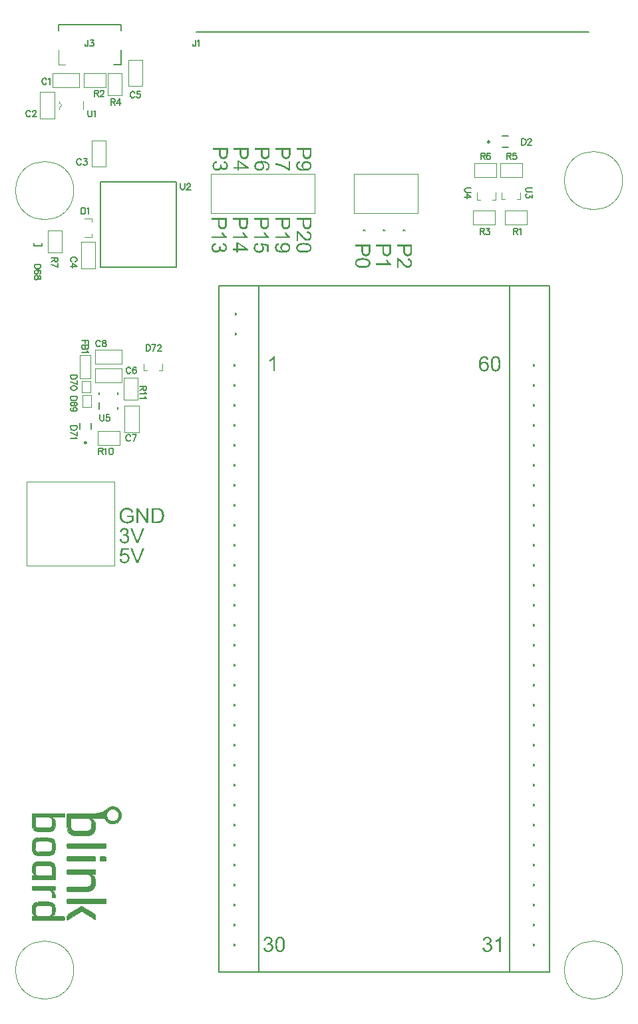
<source format=gto>
G04*
G04 #@! TF.GenerationSoftware,Altium Limited,Altium Designer,21.7.2 (23)*
G04*
G04 Layer_Color=65535*
%FSLAX44Y44*%
%MOMM*%
G71*
G04*
G04 #@! TF.SameCoordinates,00971F6B-01B7-437C-A71D-B90B6339D582*
G04*
G04*
G04 #@! TF.FilePolarity,Positive*
G04*
G01*
G75*
%ADD10C,0.1016*%
%ADD11C,0.2500*%
%ADD12C,0.2000*%
%ADD13C,0.1778*%
%ADD14C,0.1270*%
G36*
X660650Y375650D02*
X661900D01*
Y373650D01*
X660650D01*
Y372650D01*
X659400D01*
Y376650D01*
X660650D01*
Y375650D01*
D02*
G37*
G36*
X279650D02*
X280900D01*
Y373650D01*
X279650D01*
Y372650D01*
X278400D01*
Y376650D01*
X279650D01*
Y375650D01*
D02*
G37*
G36*
X660650Y350250D02*
X661900D01*
Y348250D01*
X660650D01*
Y347250D01*
X659400D01*
Y351250D01*
X660650D01*
Y350250D01*
D02*
G37*
G36*
X279650D02*
X280900D01*
Y348250D01*
X279650D01*
Y347250D01*
X278400D01*
Y351250D01*
X279650D01*
Y350250D01*
D02*
G37*
G36*
X660650Y324850D02*
X661900D01*
Y322850D01*
X660650D01*
Y321850D01*
X659400D01*
Y325850D01*
X660650D01*
Y324850D01*
D02*
G37*
G36*
X279650D02*
X280900D01*
Y322850D01*
X279650D01*
Y321850D01*
X278400D01*
Y325850D01*
X279650D01*
Y324850D01*
D02*
G37*
G36*
X660650Y299450D02*
X661900D01*
Y297450D01*
X660650D01*
Y296450D01*
X659400D01*
Y300450D01*
X660650D01*
Y299450D01*
D02*
G37*
G36*
X279650D02*
X280900D01*
Y297450D01*
X279650D01*
Y296450D01*
X278400D01*
Y300450D01*
X279650D01*
Y299450D01*
D02*
G37*
G36*
X660650Y274050D02*
X661900D01*
Y272050D01*
X660650D01*
Y271050D01*
X659400D01*
Y275050D01*
X660650D01*
Y274050D01*
D02*
G37*
G36*
X279650D02*
X280900D01*
Y272050D01*
X279650D01*
Y271050D01*
X278400D01*
Y275050D01*
X279650D01*
Y274050D01*
D02*
G37*
G36*
X127244Y246000D02*
X127860D01*
Y245794D01*
X128271D01*
Y245589D01*
X129092D01*
Y245384D01*
X129502D01*
Y245179D01*
X129913D01*
Y244973D01*
X130324D01*
Y244768D01*
X130529D01*
Y244563D01*
X130940D01*
Y244357D01*
X131145D01*
Y244152D01*
X131555D01*
Y243947D01*
X131761D01*
Y243741D01*
X131966D01*
Y243536D01*
X132376D01*
Y243331D01*
X132582D01*
Y243126D01*
X132787D01*
Y242920D01*
X132992D01*
Y242510D01*
X133403D01*
Y242304D01*
X133608D01*
Y242099D01*
X133813D01*
Y241689D01*
X134019D01*
Y241483D01*
X134224D01*
Y241278D01*
X134429D01*
Y240867D01*
X134635D01*
Y240662D01*
X134840D01*
Y240046D01*
X135045D01*
Y239841D01*
X134840D01*
Y239636D01*
X135251D01*
Y239430D01*
X135456D01*
Y239020D01*
X135661D01*
Y238199D01*
X135866D01*
Y237377D01*
X136072D01*
Y236556D01*
X136277D01*
Y235324D01*
X136482D01*
Y234298D01*
X136277D01*
Y233066D01*
X136072D01*
Y232245D01*
X135661D01*
Y232040D01*
X135866D01*
Y231424D01*
X135661D01*
Y231219D01*
X135456D01*
Y231013D01*
X135661D01*
Y230808D01*
X135456D01*
Y230397D01*
X135251D01*
Y230192D01*
X135045D01*
Y229371D01*
X134840D01*
Y228960D01*
X134635D01*
Y228755D01*
X134429D01*
Y228345D01*
X134224D01*
Y228139D01*
X134019D01*
Y227934D01*
X133813D01*
Y227523D01*
X133608D01*
Y227318D01*
X133403D01*
Y227523D01*
X133198D01*
Y227318D01*
X133403D01*
Y227113D01*
X133198D01*
Y226908D01*
X132992D01*
Y226702D01*
X132787D01*
Y226497D01*
X132582D01*
Y226292D01*
X132376D01*
Y226086D01*
X132171D01*
Y225881D01*
X131761D01*
Y225676D01*
X131555D01*
Y225471D01*
X131145D01*
Y225265D01*
X130940D01*
Y225471D01*
X130734D01*
Y225265D01*
X130940D01*
Y225060D01*
X130734D01*
Y225265D01*
X130529D01*
Y225060D01*
X130734D01*
Y224855D01*
X130324D01*
Y224649D01*
X129913D01*
Y224444D01*
X129502D01*
Y224239D01*
X128886D01*
Y224034D01*
X128271D01*
Y223828D01*
X127860D01*
Y223623D01*
X127039D01*
Y223418D01*
X122728D01*
Y223623D01*
X121907D01*
Y223828D01*
X121291D01*
Y224034D01*
X120880D01*
Y224444D01*
X120675D01*
Y224239D01*
X120059D01*
Y224444D01*
X119854D01*
Y224649D01*
X119443D01*
Y224855D01*
X119032D01*
Y225060D01*
X118622D01*
Y225265D01*
X118417D01*
Y225471D01*
X118006D01*
Y225676D01*
X117801D01*
Y225881D01*
X117595D01*
Y226086D01*
X117390D01*
Y226292D01*
X117185D01*
Y226497D01*
X116980D01*
Y226702D01*
X116569D01*
Y227113D01*
X116364D01*
Y227318D01*
X116158D01*
Y227523D01*
X115953D01*
Y227729D01*
X115748D01*
Y228139D01*
X115542D01*
Y228345D01*
X115337D01*
Y228550D01*
X115132D01*
Y228960D01*
X114927D01*
Y229371D01*
X114721D01*
Y229576D01*
X114516D01*
Y230192D01*
X114311D01*
Y230603D01*
X113490D01*
Y230808D01*
X113284D01*
Y230603D01*
X99325D01*
Y229782D01*
X100146D01*
Y229576D01*
X100351D01*
Y229371D01*
X100556D01*
Y229166D01*
X100761D01*
Y228960D01*
X101172D01*
Y228550D01*
X101377D01*
Y228345D01*
X101583D01*
Y228139D01*
X101788D01*
Y227934D01*
X101993D01*
Y227729D01*
X102199D01*
Y227113D01*
X102404D01*
Y226908D01*
X102609D01*
Y226292D01*
X102815D01*
Y225471D01*
X103020D01*
Y224444D01*
X103225D01*
Y217669D01*
X103020D01*
Y216643D01*
X102815D01*
Y215616D01*
X102609D01*
Y215001D01*
X102404D01*
Y214590D01*
X102199D01*
Y213769D01*
X101993D01*
Y213564D01*
X101788D01*
Y213153D01*
X101583D01*
Y212948D01*
X101377D01*
Y212537D01*
X101172D01*
Y212332D01*
X100967D01*
Y212127D01*
X100761D01*
Y211716D01*
X100556D01*
Y211511D01*
X100351D01*
Y211305D01*
X100146D01*
Y211100D01*
X99940D01*
Y211305D01*
X99735D01*
Y211100D01*
X99940D01*
Y210895D01*
X99530D01*
Y210690D01*
X99325D01*
Y210484D01*
X99119D01*
Y210279D01*
X98709D01*
Y210074D01*
X98503D01*
Y209868D01*
X98093D01*
Y209663D01*
X97682D01*
Y209458D01*
X97271D01*
Y209252D01*
X96861D01*
Y209047D01*
X95835D01*
Y208842D01*
X95219D01*
Y208637D01*
X94192D01*
Y208431D01*
X92755D01*
Y208637D01*
X92550D01*
Y208431D01*
X75305D01*
Y208637D01*
X74484D01*
Y208842D01*
X73663D01*
Y209047D01*
X72636D01*
Y209252D01*
X72431D01*
Y209458D01*
X71815D01*
Y209663D01*
X71610D01*
Y209868D01*
X71199D01*
Y210074D01*
X70789D01*
Y210279D01*
X70584D01*
Y210484D01*
X70173D01*
Y210690D01*
X69968D01*
Y210895D01*
X69762D01*
Y211100D01*
X69352D01*
Y211305D01*
X69146D01*
Y211716D01*
X68941D01*
Y211921D01*
X68736D01*
Y212127D01*
X68531D01*
Y212332D01*
X68325D01*
Y212537D01*
X68120D01*
Y212948D01*
X67915D01*
Y213153D01*
X67709D01*
Y213769D01*
X67504D01*
Y213974D01*
X67299D01*
Y214385D01*
X67094D01*
Y215206D01*
X66888D01*
Y215822D01*
X66683D01*
Y216438D01*
X66478D01*
Y218696D01*
X66273D01*
Y236556D01*
X66478D01*
Y236967D01*
X66683D01*
Y237172D01*
X102609D01*
Y237377D01*
X104046D01*
Y237583D01*
X105278D01*
Y237788D01*
X106099D01*
Y237993D01*
X107331D01*
Y238199D01*
X108152D01*
Y238404D01*
X108563D01*
Y238609D01*
X109589D01*
Y238815D01*
X110000D01*
Y239020D01*
X110410D01*
Y239225D01*
X110821D01*
Y239020D01*
X111026D01*
Y239225D01*
X111231D01*
Y239430D01*
X111642D01*
Y239636D01*
X112053D01*
Y239841D01*
X112463D01*
Y240046D01*
X113079D01*
Y240252D01*
X113284D01*
Y240046D01*
X113490D01*
Y240252D01*
X113284D01*
Y240457D01*
X113695D01*
Y240662D01*
X114311D01*
Y240867D01*
X114516D01*
Y241073D01*
X114721D01*
Y241278D01*
X114927D01*
Y241483D01*
X115542D01*
Y241689D01*
X115748D01*
Y242099D01*
X116158D01*
Y241894D01*
X116364D01*
Y242099D01*
X116158D01*
Y242304D01*
X116364D01*
Y242510D01*
X116569D01*
Y242715D01*
X116774D01*
Y242920D01*
X116980D01*
Y243126D01*
X117185D01*
Y243536D01*
X117595D01*
Y243741D01*
X117801D01*
Y243947D01*
X118006D01*
Y244152D01*
X118417D01*
Y244357D01*
X118622D01*
Y244563D01*
X119032D01*
Y244768D01*
X119443D01*
Y244973D01*
X119854D01*
Y245179D01*
X120059D01*
Y245384D01*
X120470D01*
Y245589D01*
X120880D01*
Y245384D01*
X121085D01*
Y245589D01*
X121291D01*
Y245794D01*
X122112D01*
Y246000D01*
X122522D01*
Y246205D01*
X123344D01*
Y246000D01*
X123549D01*
Y246205D01*
X127244D01*
Y246000D01*
D02*
G37*
G36*
X660650Y248650D02*
X661900D01*
Y246650D01*
X660650D01*
Y245650D01*
X659400D01*
Y249650D01*
X660650D01*
Y248650D01*
D02*
G37*
G36*
X279650D02*
X280900D01*
Y246650D01*
X279650D01*
Y245650D01*
X278400D01*
Y249650D01*
X279650D01*
Y248650D01*
D02*
G37*
G36*
X660650Y223250D02*
X661900D01*
Y221250D01*
X660650D01*
Y220250D01*
X659400D01*
Y224250D01*
X660650D01*
Y223250D01*
D02*
G37*
G36*
X279650D02*
X280900D01*
Y221250D01*
X279650D01*
Y220250D01*
X278400D01*
Y224250D01*
X279650D01*
Y223250D01*
D02*
G37*
G36*
X63398Y237172D02*
X63604D01*
Y236967D01*
X63809D01*
Y232245D01*
X63604D01*
Y232040D01*
X63398D01*
Y231835D01*
X49233D01*
Y231219D01*
X49644D01*
Y231013D01*
X50054D01*
Y230808D01*
X50260D01*
Y230603D01*
X50465D01*
Y230397D01*
X50670D01*
Y230192D01*
X50876D01*
Y229987D01*
X51081D01*
Y229782D01*
X51286D01*
Y229371D01*
X51491D01*
Y228960D01*
X51697D01*
Y228755D01*
X51902D01*
Y227729D01*
X52107D01*
Y227318D01*
X52313D01*
Y226908D01*
X52107D01*
Y226702D01*
X52313D01*
Y226292D01*
X52518D01*
Y221775D01*
X52313D01*
Y220543D01*
X52107D01*
Y219517D01*
X51902D01*
Y218696D01*
X51697D01*
Y218285D01*
X51491D01*
Y218080D01*
X51286D01*
Y217259D01*
X50876D01*
Y216848D01*
X50670D01*
Y216438D01*
X50465D01*
Y216232D01*
X50260D01*
Y216027D01*
X50054D01*
Y215822D01*
X49849D01*
Y215616D01*
X49644D01*
Y215411D01*
X49439D01*
Y215206D01*
X49028D01*
Y215001D01*
X48823D01*
Y214795D01*
X48617D01*
Y214590D01*
X48001D01*
Y214385D01*
X47796D01*
Y214179D01*
X47180D01*
Y213974D01*
X46359D01*
Y213769D01*
X45743D01*
Y213564D01*
X44922D01*
Y213769D01*
X44717D01*
Y213564D01*
X44511D01*
Y213358D01*
X29525D01*
Y213564D01*
X28499D01*
Y213769D01*
X27678D01*
Y213974D01*
X26856D01*
Y214179D01*
X26446D01*
Y214590D01*
X26240D01*
Y214385D01*
X26035D01*
Y214590D01*
X25625D01*
Y214795D01*
X25214D01*
Y215001D01*
X25009D01*
Y215206D01*
X24598D01*
Y215616D01*
X24393D01*
Y215822D01*
X24188D01*
Y216027D01*
X23777D01*
Y216438D01*
X23572D01*
Y216643D01*
X23366D01*
Y216848D01*
X23161D01*
Y217259D01*
X22956D01*
Y217464D01*
X22751D01*
Y217875D01*
X22545D01*
Y218491D01*
X22340D01*
Y218901D01*
X22135D01*
Y219517D01*
X21929D01*
Y219722D01*
X22135D01*
Y219928D01*
X21929D01*
Y220133D01*
X21724D01*
Y221981D01*
X22135D01*
Y222186D01*
X21724D01*
Y237172D01*
X22135D01*
Y237377D01*
X63398D01*
Y237172D01*
D02*
G37*
G36*
X44101Y206584D02*
X45333D01*
Y206378D01*
X45949D01*
Y206173D01*
X46154D01*
Y206378D01*
X46564D01*
Y206173D01*
X46975D01*
Y205968D01*
X47386D01*
Y205763D01*
X48001D01*
Y205557D01*
X48412D01*
Y205352D01*
X48617D01*
Y205147D01*
X48823D01*
Y204941D01*
X49233D01*
Y204736D01*
X49439D01*
Y204531D01*
X49644D01*
Y204325D01*
X49849D01*
Y204120D01*
X50054D01*
Y203710D01*
X50465D01*
Y203504D01*
X50670D01*
Y203094D01*
X50876D01*
Y202683D01*
X51081D01*
Y202272D01*
X51286D01*
Y201657D01*
X51491D01*
Y201246D01*
X51697D01*
Y200835D01*
X51902D01*
Y199398D01*
X52107D01*
Y190366D01*
X51902D01*
Y188929D01*
X51697D01*
Y188518D01*
X51491D01*
Y187902D01*
X51286D01*
Y187286D01*
X51081D01*
Y187081D01*
X50876D01*
Y187286D01*
X50670D01*
Y187081D01*
X50876D01*
Y186670D01*
X50670D01*
Y186260D01*
X50465D01*
Y186054D01*
X50260D01*
Y185849D01*
X50054D01*
Y185644D01*
X49849D01*
Y185439D01*
X49644D01*
Y185233D01*
X49439D01*
Y185028D01*
X49233D01*
Y184823D01*
X49028D01*
Y184617D01*
X48617D01*
Y184412D01*
X48412D01*
Y184207D01*
X48001D01*
Y184002D01*
X47796D01*
Y183796D01*
X47180D01*
Y183591D01*
X46564D01*
Y183386D01*
X45949D01*
Y183180D01*
X45333D01*
Y182975D01*
X28499D01*
Y183180D01*
X27883D01*
Y183386D01*
X27267D01*
Y183591D01*
X26651D01*
Y183796D01*
X26035D01*
Y184002D01*
X25830D01*
Y184207D01*
X25625D01*
Y184412D01*
X25214D01*
Y184617D01*
X24804D01*
Y184823D01*
X24598D01*
Y185028D01*
X24393D01*
Y185233D01*
X24188D01*
Y185439D01*
X23982D01*
Y185644D01*
X23777D01*
Y185849D01*
X23572D01*
Y186054D01*
X23777D01*
Y186260D01*
X23366D01*
Y186465D01*
X23161D01*
Y186876D01*
X22956D01*
Y187081D01*
X22751D01*
Y187286D01*
X22545D01*
Y187902D01*
X22340D01*
Y188518D01*
X22135D01*
Y189134D01*
X21929D01*
Y189750D01*
X21724D01*
Y199809D01*
X21929D01*
Y200220D01*
X22545D01*
Y200425D01*
X21929D01*
Y200835D01*
X22135D01*
Y201246D01*
X22340D01*
Y201657D01*
X22545D01*
Y202272D01*
X22751D01*
Y202478D01*
X22956D01*
Y202888D01*
X23161D01*
Y203299D01*
X23366D01*
Y203710D01*
X23777D01*
Y204120D01*
X23982D01*
Y204325D01*
X24393D01*
Y204120D01*
X24598D01*
Y204325D01*
X24393D01*
Y204736D01*
X24598D01*
Y204941D01*
X25009D01*
Y205147D01*
X25214D01*
Y205352D01*
X25625D01*
Y205557D01*
X25830D01*
Y205763D01*
X26240D01*
Y205557D01*
X26446D01*
Y205968D01*
X26856D01*
Y206173D01*
X27267D01*
Y206378D01*
X27472D01*
Y206173D01*
X27678D01*
Y206378D01*
X28499D01*
Y206584D01*
X29731D01*
Y206789D01*
X30346D01*
Y206584D01*
X30757D01*
Y206789D01*
X44101D01*
Y206584D01*
D02*
G37*
G36*
X660650Y197850D02*
X661900D01*
Y195850D01*
X660650D01*
Y194850D01*
X659400D01*
Y198850D01*
X660650D01*
Y197850D01*
D02*
G37*
G36*
X279650D02*
X280900D01*
Y195850D01*
X279650D01*
Y194850D01*
X278400D01*
Y198850D01*
X279650D01*
Y197850D01*
D02*
G37*
G36*
X116569Y199193D02*
X116774D01*
Y198783D01*
X116980D01*
Y197961D01*
X116774D01*
Y197756D01*
X116980D01*
Y193445D01*
X116774D01*
Y193240D01*
X116569D01*
Y192829D01*
X116158D01*
Y192624D01*
X67094D01*
Y192829D01*
X66683D01*
Y193034D01*
X66478D01*
Y193650D01*
X66273D01*
Y198577D01*
X66478D01*
Y199193D01*
X66683D01*
Y199398D01*
X116569D01*
Y199193D01*
D02*
G37*
G36*
X116158Y182359D02*
X116569D01*
Y182154D01*
X116774D01*
Y181743D01*
X116569D01*
Y181538D01*
X116774D01*
Y176200D01*
X116569D01*
Y175995D01*
X116158D01*
Y175790D01*
X108973D01*
Y175995D01*
X108563D01*
Y176200D01*
X108357D01*
Y176611D01*
X108152D01*
Y181743D01*
X108357D01*
Y182359D01*
X108768D01*
Y182565D01*
X115337D01*
Y182359D01*
X115542D01*
Y182565D01*
X115748D01*
Y182359D01*
X115953D01*
Y182565D01*
X116158D01*
Y182359D01*
D02*
G37*
G36*
X45127Y175995D02*
X45949D01*
Y175790D01*
X46564D01*
Y175585D01*
X47180D01*
Y175379D01*
X47796D01*
Y174969D01*
X48412D01*
Y174558D01*
X48617D01*
Y174763D01*
X48823D01*
Y174353D01*
X49233D01*
Y174147D01*
X49644D01*
Y173942D01*
X49849D01*
Y173532D01*
X50054D01*
Y173326D01*
X50260D01*
Y173121D01*
X50465D01*
Y172916D01*
X50670D01*
Y172505D01*
X50876D01*
Y172095D01*
X51081D01*
Y171889D01*
X51286D01*
Y171273D01*
X51491D01*
Y170658D01*
X51697D01*
Y170247D01*
X51902D01*
Y170042D01*
X51697D01*
Y169836D01*
X51902D01*
Y169015D01*
X52107D01*
Y168605D01*
X51902D01*
Y168399D01*
X52107D01*
Y153413D01*
X51902D01*
Y153208D01*
X52107D01*
Y152797D01*
X51697D01*
Y152592D01*
X22135D01*
Y152797D01*
X21724D01*
Y157929D01*
X21929D01*
Y158135D01*
X24804D01*
Y158751D01*
X24598D01*
Y158956D01*
X23982D01*
Y159161D01*
X23777D01*
Y159367D01*
X23572D01*
Y159572D01*
X23161D01*
Y159982D01*
X22956D01*
Y160393D01*
X22545D01*
Y161009D01*
X22340D01*
Y161419D01*
X22135D01*
Y161830D01*
X21929D01*
Y162446D01*
X21724D01*
Y168810D01*
X21929D01*
Y169015D01*
X21724D01*
Y169426D01*
X21929D01*
Y169836D01*
X22135D01*
Y170658D01*
X22340D01*
Y171273D01*
X22545D01*
Y171889D01*
X22751D01*
Y172095D01*
X22956D01*
Y172505D01*
X23161D01*
Y172916D01*
X23366D01*
Y173121D01*
X23572D01*
Y173326D01*
X23777D01*
Y173532D01*
X23982D01*
Y173326D01*
X24188D01*
Y173532D01*
X23982D01*
Y173737D01*
X24393D01*
Y174147D01*
X24598D01*
Y174353D01*
X24804D01*
Y174558D01*
X25214D01*
Y174763D01*
X25625D01*
Y174969D01*
X25830D01*
Y175174D01*
X26035D01*
Y175379D01*
X26856D01*
Y175585D01*
X27267D01*
Y175790D01*
X27883D01*
Y175995D01*
X28499D01*
Y176200D01*
X43690D01*
Y175995D01*
X43896D01*
Y176200D01*
X45127D01*
Y175995D01*
D02*
G37*
G36*
X102199Y182359D02*
X102815D01*
Y181538D01*
X102609D01*
Y181333D01*
X102815D01*
Y176200D01*
X102609D01*
Y175995D01*
X102199D01*
Y175790D01*
X67094D01*
Y175995D01*
X66478D01*
Y176200D01*
X66683D01*
Y176406D01*
X66478D01*
Y176611D01*
X66273D01*
Y181743D01*
X66478D01*
Y182359D01*
X67094D01*
Y182565D01*
X102199D01*
Y182359D01*
D02*
G37*
G36*
X660650Y172450D02*
X661900D01*
Y170450D01*
X660650D01*
Y169450D01*
X659400D01*
Y173450D01*
X660650D01*
Y172450D01*
D02*
G37*
G36*
X279650D02*
X280900D01*
Y170450D01*
X279650D01*
Y169450D01*
X278400D01*
Y173450D01*
X279650D01*
Y172450D01*
D02*
G37*
G36*
X102609Y165731D02*
X102815D01*
Y159572D01*
X102609D01*
Y159777D01*
X102404D01*
Y159572D01*
X102199D01*
Y159367D01*
X98914D01*
Y159161D01*
X99119D01*
Y158751D01*
X99325D01*
Y158545D01*
X99530D01*
Y158340D01*
X100146D01*
Y158135D01*
X100351D01*
Y157929D01*
X100556D01*
Y157724D01*
X100761D01*
Y157519D01*
X100967D01*
Y157314D01*
X101172D01*
Y157108D01*
X101377D01*
Y156903D01*
X101583D01*
Y156492D01*
X101788D01*
Y156287D01*
X101993D01*
Y155877D01*
X102199D01*
Y155261D01*
X102404D01*
Y154850D01*
X102609D01*
Y154234D01*
X102815D01*
Y145201D01*
X102609D01*
Y144586D01*
X102404D01*
Y143970D01*
X102199D01*
Y143148D01*
X101993D01*
Y142943D01*
X101788D01*
Y142533D01*
X101583D01*
Y142327D01*
X101377D01*
Y141711D01*
X101172D01*
Y141506D01*
X100967D01*
Y141301D01*
X100761D01*
Y141096D01*
X100556D01*
Y140685D01*
X100146D01*
Y140274D01*
X99940D01*
Y140069D01*
X99735D01*
Y139864D01*
X99325D01*
Y139658D01*
X99119D01*
Y139453D01*
X98914D01*
Y139658D01*
X98709D01*
Y139043D01*
X98093D01*
Y138837D01*
X97682D01*
Y138632D01*
X97271D01*
Y138427D01*
X96656D01*
Y138221D01*
X95835D01*
Y138016D01*
X95424D01*
Y137811D01*
X94808D01*
Y138016D01*
X94603D01*
Y137605D01*
X66683D01*
Y137811D01*
X66478D01*
Y138427D01*
X66273D01*
Y143559D01*
X66478D01*
Y143970D01*
X66683D01*
Y144175D01*
X67094D01*
Y144380D01*
X92755D01*
Y144586D01*
X94192D01*
Y144791D01*
X94603D01*
Y144996D01*
X94808D01*
Y145201D01*
X95219D01*
Y145407D01*
X95629D01*
Y145612D01*
X95835D01*
Y145817D01*
X96040D01*
Y146228D01*
X96245D01*
Y146433D01*
X96450D01*
Y146844D01*
X96656D01*
Y147049D01*
X96861D01*
Y148075D01*
X97066D01*
Y147870D01*
X97271D01*
Y148075D01*
X97066D01*
Y154850D01*
X96861D01*
Y155466D01*
X96656D01*
Y156287D01*
X96450D01*
Y156698D01*
X96245D01*
Y156903D01*
X96040D01*
Y157314D01*
X95835D01*
Y157519D01*
X95629D01*
Y157724D01*
X95424D01*
Y157929D01*
X95219D01*
Y158135D01*
X95013D01*
Y158545D01*
X94808D01*
Y158340D01*
X94603D01*
Y158545D01*
X94192D01*
Y158751D01*
X93782D01*
Y158956D01*
X92755D01*
Y159161D01*
X91113D01*
Y159367D01*
X66683D01*
Y159572D01*
X66478D01*
Y160188D01*
X66273D01*
Y165115D01*
X66478D01*
Y165731D01*
X66683D01*
Y165525D01*
X66888D01*
Y165731D01*
X66683D01*
Y165936D01*
X102609D01*
Y165731D01*
D02*
G37*
G36*
X660650Y147050D02*
X661900D01*
Y145050D01*
X660650D01*
Y144050D01*
X659400D01*
Y148050D01*
X660650D01*
Y147050D01*
D02*
G37*
G36*
X279650D02*
X280900D01*
Y145050D01*
X279650D01*
Y144050D01*
X278400D01*
Y148050D01*
X279650D01*
Y147050D01*
D02*
G37*
G36*
X51286Y144586D02*
X51902D01*
Y144380D01*
X52107D01*
Y139453D01*
X51902D01*
Y139248D01*
X51491D01*
Y139043D01*
X48823D01*
Y138632D01*
X49028D01*
Y138427D01*
X49644D01*
Y138221D01*
X49849D01*
Y138016D01*
X50054D01*
Y137811D01*
X50260D01*
Y137605D01*
X50465D01*
Y137400D01*
X50670D01*
Y136990D01*
X51081D01*
Y136579D01*
X51286D01*
Y136168D01*
X51081D01*
Y135963D01*
X51491D01*
Y135758D01*
X51697D01*
Y135142D01*
X51902D01*
Y134116D01*
X52107D01*
Y130831D01*
X51902D01*
Y130626D01*
X52107D01*
Y129804D01*
X51902D01*
Y129599D01*
X51697D01*
Y129394D01*
X47796D01*
Y129599D01*
X47386D01*
Y130010D01*
X47180D01*
Y135758D01*
X47386D01*
Y135963D01*
X47180D01*
Y136168D01*
X46975D01*
Y136579D01*
X46770D01*
Y136990D01*
X46564D01*
Y137400D01*
X46359D01*
Y137605D01*
X46154D01*
Y137811D01*
X45743D01*
Y138221D01*
X45538D01*
Y138427D01*
X44922D01*
Y138632D01*
X44511D01*
Y138837D01*
X44101D01*
Y139043D01*
X43280D01*
Y139248D01*
X43074D01*
Y139043D01*
X42664D01*
Y139248D01*
X42459D01*
Y139043D01*
X41432D01*
Y139248D01*
X41227D01*
Y139043D01*
X22340D01*
Y139453D01*
X22135D01*
Y139248D01*
X21929D01*
Y139453D01*
X21724D01*
Y144586D01*
X22545D01*
Y144791D01*
X51286D01*
Y144586D01*
D02*
G37*
G36*
X43896Y124877D02*
X45333D01*
Y124672D01*
X46564D01*
Y124467D01*
X47180D01*
Y124262D01*
X47591D01*
Y124056D01*
X48207D01*
Y123851D01*
X48617D01*
Y123440D01*
X49028D01*
Y123235D01*
X49233D01*
Y123030D01*
X49439D01*
Y122824D01*
X49849D01*
Y122619D01*
X50054D01*
Y122209D01*
X50260D01*
Y122003D01*
X50670D01*
Y121593D01*
X50876D01*
Y121182D01*
X51081D01*
Y120977D01*
X51286D01*
Y120361D01*
X51491D01*
Y119950D01*
X51697D01*
Y119335D01*
X51902D01*
Y118513D01*
X51697D01*
Y118308D01*
X51902D01*
Y117898D01*
X52107D01*
Y117076D01*
X51902D01*
Y116871D01*
X52107D01*
Y111533D01*
X51902D01*
Y110302D01*
X51697D01*
Y110096D01*
X51491D01*
Y109481D01*
X51286D01*
Y108865D01*
X50876D01*
Y108454D01*
X50670D01*
Y108249D01*
X50465D01*
Y108043D01*
X50260D01*
Y107838D01*
X50054D01*
Y107633D01*
X49849D01*
Y107428D01*
X49233D01*
Y107222D01*
X49028D01*
Y106812D01*
X62988D01*
Y106607D01*
X63604D01*
Y105991D01*
X63809D01*
Y105580D01*
X63604D01*
Y105375D01*
X63809D01*
Y101474D01*
X63604D01*
Y101269D01*
X63193D01*
Y101474D01*
X62988D01*
Y101269D01*
X63193D01*
Y101064D01*
X22135D01*
Y101269D01*
X21724D01*
Y106401D01*
X21929D01*
Y106607D01*
X22340D01*
Y106812D01*
X22751D01*
Y106607D01*
X22956D01*
Y106812D01*
X24804D01*
Y107222D01*
X24598D01*
Y107428D01*
X23982D01*
Y107633D01*
X23777D01*
Y107838D01*
X23572D01*
Y108043D01*
X23366D01*
Y108249D01*
X23161D01*
Y108454D01*
X22956D01*
Y108865D01*
X22751D01*
Y109070D01*
X22545D01*
Y109481D01*
X22340D01*
Y109891D01*
X22135D01*
Y110302D01*
X21929D01*
Y110918D01*
X21724D01*
Y118513D01*
X21929D01*
Y119335D01*
X22135D01*
Y119950D01*
X22340D01*
Y119745D01*
X22545D01*
Y119950D01*
X22340D01*
Y120361D01*
X22545D01*
Y120772D01*
X22751D01*
Y121182D01*
X23161D01*
Y121387D01*
X23366D01*
Y121593D01*
X23161D01*
Y122003D01*
X23572D01*
Y122209D01*
X23777D01*
Y122619D01*
X24188D01*
Y122824D01*
X24393D01*
Y123030D01*
X24598D01*
Y123235D01*
X24804D01*
Y123440D01*
X25214D01*
Y123646D01*
X25419D01*
Y123440D01*
X25625D01*
Y123646D01*
X25419D01*
Y123851D01*
X25625D01*
Y123646D01*
X25830D01*
Y124056D01*
X26446D01*
Y124262D01*
X26651D01*
Y124467D01*
X27267D01*
Y124672D01*
X28499D01*
Y124877D01*
X29731D01*
Y125083D01*
X43896D01*
Y124877D01*
D02*
G37*
G36*
X115953Y128573D02*
X116569D01*
Y128162D01*
X116774D01*
Y127957D01*
X116980D01*
Y122619D01*
X116569D01*
Y122414D01*
X116774D01*
Y122209D01*
X116569D01*
Y122414D01*
X116364D01*
Y122209D01*
X116569D01*
Y122003D01*
X115132D01*
Y122209D01*
X114927D01*
Y122003D01*
X66888D01*
Y122209D01*
X66478D01*
Y122824D01*
X66273D01*
Y127752D01*
X66478D01*
Y128367D01*
X66683D01*
Y128573D01*
X67094D01*
Y128778D01*
X115953D01*
Y128573D01*
D02*
G37*
G36*
X660650Y121650D02*
X661900D01*
Y119650D01*
X660650D01*
Y118650D01*
X659400D01*
Y122650D01*
X660650D01*
Y121650D01*
D02*
G37*
G36*
X279650D02*
X280900D01*
Y119650D01*
X279650D01*
Y118650D01*
X278400D01*
Y122650D01*
X279650D01*
Y121650D01*
D02*
G37*
G36*
X85365Y119335D02*
X85775D01*
Y119129D01*
X86391D01*
Y118924D01*
X86596D01*
Y118719D01*
X87007D01*
Y118513D01*
X87417D01*
Y118308D01*
X87623D01*
Y118103D01*
X88033D01*
Y117898D01*
X88444D01*
Y117487D01*
X89060D01*
Y117282D01*
X89265D01*
Y116871D01*
X89471D01*
Y117076D01*
X89676D01*
Y116871D01*
X90086D01*
Y116666D01*
X90497D01*
Y116460D01*
X90907D01*
Y116255D01*
X91113D01*
Y116050D01*
X91318D01*
Y115845D01*
X91729D01*
Y115639D01*
X92139D01*
Y115434D01*
X92550D01*
Y115229D01*
X92755D01*
Y115023D01*
X93166D01*
Y114818D01*
X93576D01*
Y114613D01*
X93782D01*
Y114408D01*
X94397D01*
Y113997D01*
X94808D01*
Y113792D01*
X95219D01*
Y113586D01*
X95629D01*
Y113381D01*
X96040D01*
Y113176D01*
X96245D01*
Y112971D01*
X96656D01*
Y112765D01*
X96861D01*
Y112560D01*
X97271D01*
Y112355D01*
X97682D01*
Y112149D01*
X98093D01*
Y111944D01*
X98298D01*
Y111739D01*
X98709D01*
Y111533D01*
X99119D01*
Y111328D01*
X99325D01*
Y111123D01*
X99530D01*
Y110918D01*
X100146D01*
Y110712D01*
X100351D01*
Y110507D01*
X100761D01*
Y110302D01*
X101172D01*
Y110096D01*
X101377D01*
Y109891D01*
X101788D01*
Y109481D01*
X102404D01*
Y109070D01*
X102609D01*
Y108865D01*
X102815D01*
Y101885D01*
X102404D01*
Y101679D01*
X102199D01*
Y101885D01*
X101788D01*
Y102090D01*
X101377D01*
Y102295D01*
X101172D01*
Y102501D01*
X100761D01*
Y102706D01*
X100351D01*
Y102911D01*
X100146D01*
Y103117D01*
X99940D01*
Y103322D01*
X99325D01*
Y103732D01*
X98914D01*
Y103938D01*
X98503D01*
Y104143D01*
X98093D01*
Y104348D01*
X97887D01*
Y104553D01*
X97682D01*
Y104759D01*
X97066D01*
Y104964D01*
X96861D01*
Y105375D01*
X96040D01*
Y105580D01*
X95835D01*
Y105785D01*
X95629D01*
Y105991D01*
X95219D01*
Y106196D01*
X94808D01*
Y106401D01*
X94603D01*
Y106607D01*
X94397D01*
Y106812D01*
X93782D01*
Y107017D01*
X93576D01*
Y107222D01*
X93371D01*
Y107428D01*
X92960D01*
Y107633D01*
X92550D01*
Y107838D01*
X92345D01*
Y108043D01*
X91934D01*
Y108249D01*
X91729D01*
Y108659D01*
X91523D01*
Y108454D01*
X91318D01*
Y108659D01*
X91113D01*
Y108865D01*
X90497D01*
Y109070D01*
X90292D01*
Y109275D01*
X90086D01*
Y109481D01*
X89676D01*
Y109686D01*
X89265D01*
Y109891D01*
X89060D01*
Y110096D01*
X88649D01*
Y110302D01*
X88444D01*
Y110507D01*
X88033D01*
Y110712D01*
X87828D01*
Y110918D01*
X87417D01*
Y111123D01*
X87007D01*
Y111328D01*
X86802D01*
Y111533D01*
X86391D01*
Y111739D01*
X86186D01*
Y111944D01*
X85775D01*
Y112149D01*
X85365D01*
Y112355D01*
X85159D01*
Y112149D01*
X84749D01*
Y111944D01*
X84338D01*
Y111533D01*
X83722D01*
Y111328D01*
X83517D01*
Y111123D01*
X83106D01*
Y110918D01*
X82696D01*
Y110712D01*
X82491D01*
Y110507D01*
X82285D01*
Y110302D01*
X81669D01*
Y110096D01*
X81464D01*
Y110302D01*
X81259D01*
Y110096D01*
X81464D01*
Y109891D01*
X81259D01*
Y109686D01*
X80848D01*
Y109481D01*
X80643D01*
Y109686D01*
X80438D01*
Y109275D01*
X80232D01*
Y109070D01*
X80027D01*
Y108865D01*
X79411D01*
Y108659D01*
X79206D01*
Y108454D01*
X78795D01*
Y108249D01*
X78590D01*
Y108043D01*
X78179D01*
Y107838D01*
X77974D01*
Y108043D01*
X77769D01*
Y108249D01*
X77564D01*
Y108043D01*
X77769D01*
Y107838D01*
X77974D01*
Y107633D01*
X77564D01*
Y107428D01*
X77153D01*
Y107222D01*
X76948D01*
Y107017D01*
X76742D01*
Y106812D01*
X76126D01*
Y106607D01*
X75921D01*
Y106401D01*
X75716D01*
Y106196D01*
X75305D01*
Y105991D01*
X74895D01*
Y105785D01*
X74689D01*
Y105580D01*
X74484D01*
Y105375D01*
X74074D01*
Y105169D01*
X73663D01*
Y104964D01*
X73458D01*
Y104759D01*
X72842D01*
Y104553D01*
X72636D01*
Y104348D01*
X72431D01*
Y104553D01*
X72226D01*
Y104348D01*
X72431D01*
Y104143D01*
X72021D01*
Y103938D01*
X71610D01*
Y103732D01*
X71405D01*
Y103527D01*
X71199D01*
Y103322D01*
X70584D01*
Y103117D01*
X70378D01*
Y102911D01*
X70173D01*
Y102706D01*
X69762D01*
Y102501D01*
X69557D01*
Y102706D01*
X69352D01*
Y102295D01*
X68941D01*
Y101885D01*
X68531D01*
Y101679D01*
X68120D01*
Y101474D01*
X67915D01*
Y101269D01*
X67299D01*
Y101064D01*
X66683D01*
Y101269D01*
X66478D01*
Y101679D01*
X66273D01*
Y107017D01*
X66478D01*
Y108043D01*
X66683D01*
Y108249D01*
X66888D01*
Y108454D01*
X67094D01*
Y108865D01*
X67504D01*
Y109070D01*
X67709D01*
Y109275D01*
X67915D01*
Y109481D01*
X68325D01*
Y109275D01*
X68531D01*
Y109686D01*
X68736D01*
Y109891D01*
X68941D01*
Y109686D01*
X69146D01*
Y109891D01*
X69352D01*
Y110302D01*
X69762D01*
Y110507D01*
X70173D01*
Y110712D01*
X70378D01*
Y110918D01*
X70789D01*
Y111123D01*
X71199D01*
Y111328D01*
X71405D01*
Y111533D01*
X71815D01*
Y111739D01*
X72226D01*
Y111944D01*
X72431D01*
Y112149D01*
X72636D01*
Y112355D01*
X73252D01*
Y112560D01*
X73458D01*
Y112765D01*
X73868D01*
Y112971D01*
X74279D01*
Y113176D01*
X74484D01*
Y113381D01*
X75100D01*
Y113792D01*
X75511D01*
Y113997D01*
X75921D01*
Y114408D01*
X76537D01*
Y114613D01*
X76742D01*
Y114818D01*
X77153D01*
Y115023D01*
X77564D01*
Y115229D01*
X77974D01*
Y115434D01*
X78179D01*
Y115639D01*
X78590D01*
Y115845D01*
X78795D01*
Y116050D01*
X79206D01*
Y116255D01*
X79411D01*
Y116460D01*
X80027D01*
Y116871D01*
X80438D01*
Y117076D01*
X80848D01*
Y117282D01*
X81259D01*
Y117487D01*
X81464D01*
Y117692D01*
X81875D01*
Y117898D01*
X82285D01*
Y118103D01*
X82491D01*
Y117898D01*
X82696D01*
Y118103D01*
X82491D01*
Y118308D01*
X82901D01*
Y118513D01*
X83312D01*
Y118719D01*
X83517D01*
Y118513D01*
X83722D01*
Y118719D01*
X83517D01*
Y118924D01*
X83722D01*
Y119129D01*
X84338D01*
Y119335D01*
X84954D01*
Y119540D01*
X85365D01*
Y119335D01*
D02*
G37*
G36*
X660650Y96250D02*
X661900D01*
Y94250D01*
X660650D01*
Y93250D01*
X659400D01*
Y97250D01*
X660650D01*
Y96250D01*
D02*
G37*
G36*
X279650D02*
X280900D01*
Y94250D01*
X279650D01*
Y93250D01*
X278400D01*
Y97250D01*
X279650D01*
Y96250D01*
D02*
G37*
G36*
X660650Y70850D02*
X661900D01*
Y68850D01*
X660650D01*
Y67850D01*
X659400D01*
Y71850D01*
X660650D01*
Y70850D01*
D02*
G37*
G36*
X279650D02*
X280900D01*
Y68850D01*
X279650D01*
Y67850D01*
X278400D01*
Y71850D01*
X279650D01*
Y70850D01*
D02*
G37*
G36*
X278400Y402050D02*
X279650D01*
Y401050D01*
X280900D01*
Y399050D01*
X279650D01*
Y398050D01*
X278400D01*
Y402050D01*
D02*
G37*
G36*
Y427450D02*
X279650D01*
Y426450D01*
X280900D01*
Y424450D01*
X279650D01*
Y423450D01*
X278400D01*
Y427450D01*
D02*
G37*
G36*
Y452850D02*
X279650D01*
Y451850D01*
X280900D01*
Y449850D01*
X279650D01*
Y448850D01*
X278400D01*
Y452850D01*
D02*
G37*
G36*
Y478250D02*
X279650D01*
Y477250D01*
X280900D01*
Y475250D01*
X279650D01*
Y474250D01*
X278400D01*
Y478250D01*
D02*
G37*
G36*
Y503650D02*
X279650D01*
Y502650D01*
X280900D01*
Y500650D01*
X279650D01*
Y499650D01*
X278400D01*
Y503650D01*
D02*
G37*
G36*
Y529050D02*
X279650D01*
Y528050D01*
X280900D01*
Y526050D01*
X279650D01*
Y525050D01*
X278400D01*
Y529050D01*
D02*
G37*
G36*
Y554450D02*
X279650D01*
Y553450D01*
X280900D01*
Y551450D01*
X279650D01*
Y550450D01*
X278400D01*
Y554450D01*
D02*
G37*
G36*
Y579850D02*
X279650D01*
Y578850D01*
X280900D01*
Y576850D01*
X279650D01*
Y575850D01*
X278400D01*
Y579850D01*
D02*
G37*
G36*
Y605250D02*
X279650D01*
Y604250D01*
X280900D01*
Y602250D01*
X279650D01*
Y601250D01*
X278400D01*
Y605250D01*
D02*
G37*
G36*
Y630650D02*
X279650D01*
Y629650D01*
X280900D01*
Y627650D01*
X279650D01*
Y626650D01*
X278400D01*
Y630650D01*
D02*
G37*
G36*
X659400Y402050D02*
X660650D01*
Y401050D01*
X661900D01*
Y399050D01*
X660650D01*
Y398050D01*
X659400D01*
Y402050D01*
D02*
G37*
G36*
Y427450D02*
X660650D01*
Y426450D01*
X661900D01*
Y424450D01*
X660650D01*
Y423450D01*
X659400D01*
Y427450D01*
D02*
G37*
G36*
Y452850D02*
X660650D01*
Y451850D01*
X661900D01*
Y449850D01*
X660650D01*
Y448850D01*
X659400D01*
Y452850D01*
D02*
G37*
G36*
Y478250D02*
X660650D01*
Y477250D01*
X661900D01*
Y475250D01*
X660650D01*
Y474250D01*
X659400D01*
Y478250D01*
D02*
G37*
G36*
Y503650D02*
X660650D01*
Y502650D01*
X661900D01*
Y500650D01*
X660650D01*
Y499650D01*
X659400D01*
Y503650D01*
D02*
G37*
G36*
Y529050D02*
X660650D01*
Y528050D01*
X661900D01*
Y526050D01*
X660650D01*
Y525050D01*
X659400D01*
Y529050D01*
D02*
G37*
G36*
Y554450D02*
X660650D01*
Y553450D01*
X661900D01*
Y551450D01*
X660650D01*
Y550450D01*
X659400D01*
Y554450D01*
D02*
G37*
G36*
Y579850D02*
X660650D01*
Y578850D01*
X661900D01*
Y576850D01*
X660650D01*
Y575850D01*
X659400D01*
Y579850D01*
D02*
G37*
G36*
Y605250D02*
X660650D01*
Y604250D01*
X661900D01*
Y602250D01*
X660650D01*
Y601250D01*
X659400D01*
Y605250D01*
D02*
G37*
G36*
Y630650D02*
X660650D01*
Y629650D01*
X661900D01*
Y627650D01*
X660650D01*
Y626650D01*
X659400D01*
Y630650D01*
D02*
G37*
G36*
X278400Y656050D02*
X279650D01*
Y655050D01*
X280900D01*
Y653050D01*
X279650D01*
Y652050D01*
X278400D01*
Y656050D01*
D02*
G37*
G36*
Y681450D02*
X279650D01*
Y680450D01*
X280900D01*
Y678450D01*
X279650D01*
Y677450D01*
X278400D01*
Y681450D01*
D02*
G37*
G36*
Y706850D02*
X279650D01*
Y705850D01*
X280900D01*
Y703850D01*
X279650D01*
Y702850D01*
X278400D01*
Y706850D01*
D02*
G37*
G36*
Y732250D02*
X279650D01*
Y731250D01*
X280900D01*
Y729250D01*
X279650D01*
Y728250D01*
X278400D01*
Y732250D01*
D02*
G37*
G36*
Y757650D02*
X279650D01*
Y756650D01*
X280900D01*
Y754650D01*
X279650D01*
Y753650D01*
X278400D01*
Y757650D01*
D02*
G37*
G36*
Y783050D02*
X279650D01*
Y782050D01*
X280900D01*
Y780050D01*
X279650D01*
Y779050D01*
X278400D01*
Y783050D01*
D02*
G37*
G36*
Y808450D02*
X279650D01*
Y807450D01*
X280900D01*
Y805450D01*
X279650D01*
Y804450D01*
X278400D01*
Y808450D01*
D02*
G37*
G36*
X279924Y848450D02*
X281174D01*
Y847450D01*
X282424D01*
Y845450D01*
X281174D01*
Y844450D01*
X279924D01*
Y848450D01*
D02*
G37*
G36*
Y873850D02*
X281174D01*
Y872850D01*
X282424D01*
Y870850D01*
X281174D01*
Y869850D01*
X279924D01*
Y873850D01*
D02*
G37*
G36*
X442500Y976900D02*
Y978150D01*
X443500D01*
Y979400D01*
X445500D01*
Y978150D01*
X446500D01*
Y976900D01*
X442500D01*
D02*
G37*
G36*
X659400Y656050D02*
X660650D01*
Y655050D01*
X661900D01*
Y653050D01*
X660650D01*
Y652050D01*
X659400D01*
Y656050D01*
D02*
G37*
G36*
Y681450D02*
X660650D01*
Y680450D01*
X661900D01*
Y678450D01*
X660650D01*
Y677450D01*
X659400D01*
Y681450D01*
D02*
G37*
G36*
Y706850D02*
X660650D01*
Y705850D01*
X661900D01*
Y703850D01*
X660650D01*
Y702850D01*
X659400D01*
Y706850D01*
D02*
G37*
G36*
Y732250D02*
X660650D01*
Y731250D01*
X661900D01*
Y729250D01*
X660650D01*
Y728250D01*
X659400D01*
Y732250D01*
D02*
G37*
G36*
Y757650D02*
X660650D01*
Y756650D01*
X661900D01*
Y754650D01*
X660650D01*
Y753650D01*
X659400D01*
Y757650D01*
D02*
G37*
G36*
Y783050D02*
X660650D01*
Y782050D01*
X661900D01*
Y780050D01*
X660650D01*
Y779050D01*
X659400D01*
Y783050D01*
D02*
G37*
G36*
Y808450D02*
X660650D01*
Y807450D01*
X661900D01*
Y805450D01*
X660650D01*
Y804450D01*
X659400D01*
Y808450D01*
D02*
G37*
G36*
X467900Y976900D02*
Y978150D01*
X468900D01*
Y979400D01*
X470900D01*
Y978150D01*
X471900D01*
Y976900D01*
X467900D01*
D02*
G37*
G36*
X493300D02*
Y978150D01*
X494300D01*
Y979400D01*
X496300D01*
Y978150D01*
X497300D01*
Y976900D01*
X493300D01*
D02*
G37*
G36*
X297729Y1075613D02*
X297715Y1075419D01*
Y1075225D01*
X297702Y1075003D01*
X297688Y1074531D01*
X297646Y1074046D01*
X297605Y1073574D01*
X297563Y1073353D01*
X297535Y1073158D01*
Y1073144D01*
X297521Y1073089D01*
X297507Y1073020D01*
X297493Y1072923D01*
X297466Y1072798D01*
X297424Y1072659D01*
X297383Y1072506D01*
X297341Y1072326D01*
X297216Y1071952D01*
X297050Y1071563D01*
X296870Y1071161D01*
X296634Y1070787D01*
X296620Y1070773D01*
X296606Y1070745D01*
X296564Y1070690D01*
X296509Y1070634D01*
X296453Y1070551D01*
X296370Y1070454D01*
X296273Y1070343D01*
X296162Y1070232D01*
X296037Y1070121D01*
X295899Y1069996D01*
X295580Y1069733D01*
X295205Y1069483D01*
X294789Y1069247D01*
X294775Y1069233D01*
X294734Y1069220D01*
X294664Y1069192D01*
X294581Y1069150D01*
X294470Y1069109D01*
X294331Y1069067D01*
X294179Y1069012D01*
X294013Y1068956D01*
X293832Y1068901D01*
X293624Y1068845D01*
X293416Y1068804D01*
X293181Y1068762D01*
X292695Y1068693D01*
X292168Y1068665D01*
X292140D01*
X292057D01*
X291932Y1068679D01*
X291766Y1068693D01*
X291544Y1068707D01*
X291308Y1068748D01*
X291031Y1068790D01*
X290740Y1068859D01*
X290421Y1068942D01*
X290088Y1069053D01*
X289741Y1069178D01*
X289394Y1069331D01*
X289048Y1069511D01*
X288701Y1069719D01*
X288354Y1069955D01*
X288035Y1070232D01*
X288021Y1070246D01*
X287966Y1070301D01*
X287883Y1070398D01*
X287772Y1070537D01*
X287647Y1070717D01*
X287494Y1070939D01*
X287342Y1071203D01*
X287189Y1071522D01*
X287037Y1071882D01*
X286884Y1072285D01*
X286732Y1072756D01*
X286607Y1073255D01*
X286496Y1073824D01*
X286454Y1074129D01*
X286413Y1074448D01*
X286385Y1074781D01*
X286357Y1075128D01*
X286343Y1075488D01*
Y1080772D01*
X278535D01*
Y1083310D01*
X297729D01*
Y1075613D01*
D02*
G37*
G36*
Y1058402D02*
Y1056475D01*
X285289D01*
Y1053881D01*
X283126D01*
Y1056475D01*
X278535D01*
Y1058832D01*
X283126D01*
Y1067153D01*
X285289D01*
X297729Y1058402D01*
D02*
G37*
G36*
X157301Y555309D02*
X154680D01*
X147246Y574503D01*
X150006D01*
X154985Y560551D01*
X154999Y560537D01*
X155012Y560482D01*
X155040Y560385D01*
X155082Y560260D01*
X155137Y560121D01*
X155193Y559941D01*
X155262Y559747D01*
X155345Y559525D01*
X155415Y559289D01*
X155498Y559040D01*
X155664Y558513D01*
X155844Y557958D01*
X155997Y557403D01*
Y557417D01*
X156011Y557472D01*
X156039Y557556D01*
X156080Y557667D01*
X156122Y557819D01*
X156164Y557986D01*
X156233Y558180D01*
X156288Y558388D01*
X156371Y558610D01*
X156441Y558859D01*
X156538Y559123D01*
X156621Y559386D01*
X156815Y559969D01*
X157037Y560551D01*
X162224Y574503D01*
X164817D01*
X157301Y555309D01*
D02*
G37*
G36*
X145180Y572006D02*
X137497D01*
X136470Y566834D01*
X136484Y566847D01*
X136554Y566889D01*
X136637Y566945D01*
X136776Y567028D01*
X136928Y567111D01*
X137108Y567222D01*
X137330Y567319D01*
X137566Y567444D01*
X137830Y567555D01*
X138107Y567666D01*
X138412Y567763D01*
X138717Y567846D01*
X139050Y567929D01*
X139383Y567985D01*
X139743Y568026D01*
X140090Y568040D01*
X140201D01*
X140340Y568026D01*
X140506Y568012D01*
X140728Y567985D01*
X140978Y567943D01*
X141269Y567888D01*
X141574Y567818D01*
X141893Y567735D01*
X142240Y567610D01*
X142586Y567472D01*
X142947Y567305D01*
X143308Y567097D01*
X143668Y566875D01*
X144015Y566598D01*
X144348Y566293D01*
X144361Y566279D01*
X144417Y566209D01*
X144514Y566113D01*
X144625Y565974D01*
X144750Y565807D01*
X144902Y565599D01*
X145055Y565350D01*
X145221Y565072D01*
X145374Y564767D01*
X145527Y564434D01*
X145679Y564060D01*
X145818Y563672D01*
X145915Y563242D01*
X146012Y562784D01*
X146067Y562313D01*
X146081Y561813D01*
Y561799D01*
Y561786D01*
Y561744D01*
Y561702D01*
X146067Y561564D01*
X146053Y561383D01*
X146040Y561148D01*
X145998Y560884D01*
X145956Y560593D01*
X145887Y560274D01*
X145804Y559927D01*
X145707Y559567D01*
X145582Y559192D01*
X145443Y558818D01*
X145263Y558429D01*
X145055Y558055D01*
X144819Y557681D01*
X144556Y557320D01*
X144528Y557292D01*
X144473Y557223D01*
X144361Y557112D01*
X144223Y556959D01*
X144029Y556779D01*
X143807Y556585D01*
X143543Y556377D01*
X143238Y556155D01*
X142892Y555933D01*
X142517Y555725D01*
X142101Y555531D01*
X141643Y555351D01*
X141158Y555212D01*
X140645Y555087D01*
X140090Y555018D01*
X139508Y554990D01*
X139397D01*
X139258Y555004D01*
X139078Y555018D01*
X138856Y555032D01*
X138592Y555073D01*
X138301Y555115D01*
X137996Y555170D01*
X137663Y555253D01*
X137316Y555351D01*
X136956Y555462D01*
X136595Y555600D01*
X136249Y555767D01*
X135888Y555961D01*
X135555Y556197D01*
X135236Y556446D01*
X135222Y556460D01*
X135167Y556516D01*
X135084Y556599D01*
X134973Y556710D01*
X134848Y556862D01*
X134695Y557043D01*
X134543Y557251D01*
X134376Y557486D01*
X134210Y557750D01*
X134057Y558041D01*
X133891Y558360D01*
X133738Y558707D01*
X133614Y559081D01*
X133503Y559483D01*
X133406Y559899D01*
X133350Y560343D01*
X135819Y560551D01*
Y560537D01*
X135832Y560468D01*
X135846Y560385D01*
X135874Y560260D01*
X135916Y560107D01*
X135957Y559927D01*
X136013Y559733D01*
X136082Y559525D01*
X136249Y559095D01*
X136346Y558859D01*
X136456Y558637D01*
X136595Y558415D01*
X136734Y558208D01*
X136900Y558013D01*
X137081Y557833D01*
X137094Y557819D01*
X137122Y557791D01*
X137178Y557750D01*
X137261Y557694D01*
X137358Y557625D01*
X137483Y557542D01*
X137608Y557472D01*
X137760Y557389D01*
X137927Y557292D01*
X138121Y557223D01*
X138315Y557140D01*
X138537Y557070D01*
X138759Y557015D01*
X138994Y556973D01*
X139244Y556945D01*
X139508Y556932D01*
X139591D01*
X139674Y556945D01*
X139799D01*
X139937Y556973D01*
X140118Y557001D01*
X140312Y557043D01*
X140520Y557098D01*
X140742Y557154D01*
X140978Y557237D01*
X141213Y557348D01*
X141463Y557472D01*
X141699Y557611D01*
X141948Y557791D01*
X142184Y557986D01*
X142406Y558208D01*
X142420Y558221D01*
X142462Y558263D01*
X142517Y558346D01*
X142586Y558443D01*
X142683Y558568D01*
X142781Y558721D01*
X142892Y558901D01*
X143002Y559109D01*
X143099Y559345D01*
X143210Y559594D01*
X143308Y559872D01*
X143405Y560177D01*
X143474Y560510D01*
X143529Y560856D01*
X143571Y561217D01*
X143585Y561605D01*
Y561633D01*
Y561688D01*
X143571Y561799D01*
Y561938D01*
X143557Y562104D01*
X143529Y562313D01*
X143488Y562520D01*
X143446Y562770D01*
X143377Y563020D01*
X143308Y563269D01*
X143210Y563533D01*
X143099Y563810D01*
X142975Y564074D01*
X142822Y564323D01*
X142642Y564573D01*
X142448Y564795D01*
X142434Y564809D01*
X142392Y564850D01*
X142337Y564906D01*
X142240Y564975D01*
X142129Y565072D01*
X141990Y565169D01*
X141838Y565266D01*
X141657Y565377D01*
X141449Y565488D01*
X141227Y565586D01*
X140991Y565696D01*
X140728Y565780D01*
X140437Y565849D01*
X140132Y565904D01*
X139813Y565946D01*
X139480Y565960D01*
X139369D01*
X139286Y565946D01*
X139189D01*
X139064Y565932D01*
X138939Y565918D01*
X138786Y565891D01*
X138467Y565835D01*
X138121Y565738D01*
X137760Y565613D01*
X137413Y565433D01*
X137400D01*
X137372Y565405D01*
X137330Y565377D01*
X137261Y565336D01*
X137094Y565225D01*
X136886Y565072D01*
X136664Y564878D01*
X136429Y564656D01*
X136193Y564393D01*
X135985Y564101D01*
X133766Y564393D01*
X135624Y574253D01*
X145180D01*
Y572006D01*
D02*
G37*
G36*
X452573Y952169D02*
X452559Y951975D01*
Y951781D01*
X452545Y951559D01*
X452531Y951087D01*
X452490Y950602D01*
X452448Y950130D01*
X452406Y949909D01*
X452379Y949714D01*
Y949701D01*
X452365Y949645D01*
X452351Y949576D01*
X452337Y949479D01*
X452309Y949354D01*
X452268Y949215D01*
X452226Y949063D01*
X452184Y948882D01*
X452060Y948508D01*
X451893Y948120D01*
X451713Y947717D01*
X451477Y947343D01*
X451463Y947329D01*
X451450Y947301D01*
X451408Y947246D01*
X451352Y947190D01*
X451297Y947107D01*
X451214Y947010D01*
X451117Y946899D01*
X451006Y946788D01*
X450881Y946677D01*
X450742Y946552D01*
X450423Y946289D01*
X450049Y946039D01*
X449633Y945804D01*
X449619Y945790D01*
X449577Y945776D01*
X449508Y945748D01*
X449425Y945706D01*
X449314Y945665D01*
X449175Y945623D01*
X449022Y945568D01*
X448856Y945512D01*
X448676Y945457D01*
X448468Y945401D01*
X448260Y945360D01*
X448024Y945318D01*
X447539Y945249D01*
X447012Y945221D01*
X446984D01*
X446901D01*
X446776Y945235D01*
X446609Y945249D01*
X446387Y945263D01*
X446152Y945304D01*
X445874Y945346D01*
X445583Y945415D01*
X445264Y945498D01*
X444931Y945609D01*
X444585Y945734D01*
X444238Y945887D01*
X443891Y946067D01*
X443545Y946275D01*
X443198Y946511D01*
X442879Y946788D01*
X442865Y946802D01*
X442809Y946858D01*
X442726Y946955D01*
X442615Y947093D01*
X442491Y947274D01*
X442338Y947495D01*
X442185Y947759D01*
X442033Y948078D01*
X441880Y948438D01*
X441728Y948841D01*
X441575Y949312D01*
X441450Y949811D01*
X441339Y950380D01*
X441298Y950685D01*
X441256Y951004D01*
X441228Y951337D01*
X441201Y951684D01*
X441187Y952044D01*
Y957328D01*
X433379D01*
Y959866D01*
X452573D01*
Y952169D01*
D02*
G37*
G36*
X443281Y942933D02*
X443406D01*
X443683Y942919D01*
X444016Y942905D01*
X444390Y942891D01*
X444793Y942863D01*
X445223Y942822D01*
X445666Y942780D01*
X446582Y942655D01*
X447039Y942572D01*
X447483Y942475D01*
X447913Y942378D01*
X448315Y942253D01*
X448343Y942239D01*
X448412Y942225D01*
X448509Y942184D01*
X448662Y942128D01*
X448828Y942045D01*
X449036Y941962D01*
X449258Y941851D01*
X449494Y941726D01*
X449744Y941601D01*
X450007Y941435D01*
X450285Y941269D01*
X450548Y941088D01*
X450812Y940880D01*
X451061Y940658D01*
X451297Y940423D01*
X451519Y940173D01*
X451533Y940159D01*
X451574Y940104D01*
X451630Y940034D01*
X451699Y939923D01*
X451782Y939785D01*
X451879Y939618D01*
X451977Y939438D01*
X452087Y939216D01*
X452184Y938980D01*
X452282Y938717D01*
X452379Y938426D01*
X452462Y938120D01*
X452545Y937788D01*
X452601Y937441D01*
X452628Y937080D01*
X452642Y936692D01*
Y936540D01*
X452628Y936429D01*
Y936304D01*
X452614Y936137D01*
X452587Y935971D01*
X452559Y935777D01*
X452490Y935361D01*
X452379Y934903D01*
X452226Y934432D01*
X452129Y934210D01*
X452018Y933988D01*
Y933974D01*
X451990Y933932D01*
X451949Y933877D01*
X451907Y933793D01*
X451838Y933696D01*
X451755Y933586D01*
X451671Y933447D01*
X451560Y933308D01*
X451311Y933003D01*
X450992Y932684D01*
X450631Y932365D01*
X450215Y932074D01*
X450201Y932060D01*
X450160Y932046D01*
X450090Y932004D01*
X450007Y931949D01*
X449896Y931880D01*
X449757Y931810D01*
X449605Y931727D01*
X449425Y931644D01*
X449230Y931547D01*
X449009Y931450D01*
X448773Y931353D01*
X448523Y931242D01*
X448260Y931145D01*
X447982Y931061D01*
X447677Y930964D01*
X447372Y930881D01*
X447358D01*
X447289Y930867D01*
X447206Y930839D01*
X447067Y930812D01*
X446901Y930784D01*
X446693Y930742D01*
X446457Y930701D01*
X446180Y930659D01*
X445874Y930618D01*
X445528Y930576D01*
X445153Y930534D01*
X444751Y930507D01*
X444321Y930479D01*
X443850Y930451D01*
X443364Y930437D01*
X442837D01*
X442823D01*
X442796D01*
X442754D01*
X442685D01*
X442615D01*
X442518D01*
X442407Y930451D01*
X442282D01*
X441991Y930465D01*
X441658Y930479D01*
X441298Y930493D01*
X440896Y930521D01*
X440466Y930562D01*
X440022Y930604D01*
X439120Y930729D01*
X438663Y930812D01*
X438219Y930909D01*
X437789Y931020D01*
X437387Y931145D01*
X437359Y931159D01*
X437290Y931172D01*
X437193Y931214D01*
X437040Y931270D01*
X436874Y931353D01*
X436666Y931436D01*
X436444Y931547D01*
X436208Y931658D01*
X435959Y931796D01*
X435695Y931963D01*
X435432Y932129D01*
X435154Y932310D01*
X434891Y932518D01*
X434641Y932739D01*
X434405Y932975D01*
X434183Y933225D01*
X434169Y933239D01*
X434142Y933294D01*
X434086Y933364D01*
X434003Y933475D01*
X433920Y933613D01*
X433823Y933766D01*
X433726Y933960D01*
X433629Y934168D01*
X433518Y934418D01*
X433420Y934681D01*
X433324Y934958D01*
X433240Y935264D01*
X433171Y935596D01*
X433115Y935943D01*
X433074Y936304D01*
X433060Y936692D01*
Y936817D01*
X433074Y936955D01*
X433088Y937150D01*
X433115Y937385D01*
X433171Y937663D01*
X433226Y937954D01*
X433310Y938287D01*
X433407Y938634D01*
X433545Y938980D01*
X433698Y939341D01*
X433892Y939715D01*
X434114Y940076D01*
X434378Y940423D01*
X434683Y940755D01*
X435029Y941061D01*
X435043D01*
X435057Y941074D01*
X435099Y941102D01*
X435140Y941144D01*
X435210Y941185D01*
X435293Y941241D01*
X435376Y941296D01*
X435487Y941352D01*
X435612Y941421D01*
X435750Y941504D01*
X435903Y941574D01*
X436069Y941657D01*
X436264Y941740D01*
X436458Y941823D01*
X436680Y941920D01*
X436902Y942004D01*
X437151Y942087D01*
X437415Y942184D01*
X437692Y942267D01*
X437997Y942350D01*
X438302Y942433D01*
X438635Y942503D01*
X438968Y942586D01*
X439342Y942655D01*
X439717Y942711D01*
X440105Y942766D01*
X440521Y942822D01*
X440951Y942863D01*
X441395Y942905D01*
X441852Y942919D01*
X442338Y942947D01*
X442837D01*
X442851D01*
X442879D01*
X442920D01*
X442990D01*
X443073D01*
X443170D01*
X443281Y942933D01*
D02*
G37*
G36*
X479088Y952169D02*
X479074Y951975D01*
Y951781D01*
X479061Y951559D01*
X479047Y951087D01*
X479005Y950602D01*
X478964Y950130D01*
X478922Y949909D01*
X478894Y949714D01*
Y949700D01*
X478880Y949645D01*
X478866Y949576D01*
X478853Y949479D01*
X478825Y949354D01*
X478783Y949215D01*
X478742Y949062D01*
X478700Y948882D01*
X478575Y948508D01*
X478409Y948120D01*
X478228Y947717D01*
X477993Y947343D01*
X477979Y947329D01*
X477965Y947301D01*
X477923Y947246D01*
X477868Y947190D01*
X477812Y947107D01*
X477729Y947010D01*
X477632Y946899D01*
X477521Y946788D01*
X477396Y946677D01*
X477258Y946552D01*
X476939Y946289D01*
X476564Y946039D01*
X476148Y945804D01*
X476134Y945790D01*
X476093Y945776D01*
X476023Y945748D01*
X475940Y945706D01*
X475829Y945665D01*
X475690Y945623D01*
X475538Y945568D01*
X475372Y945512D01*
X475191Y945457D01*
X474983Y945401D01*
X474775Y945360D01*
X474539Y945318D01*
X474054Y945249D01*
X473527Y945221D01*
X473499D01*
X473416D01*
X473291Y945235D01*
X473125Y945249D01*
X472903Y945263D01*
X472667Y945304D01*
X472390Y945346D01*
X472099Y945415D01*
X471780Y945498D01*
X471447Y945609D01*
X471100Y945734D01*
X470753Y945887D01*
X470407Y946067D01*
X470060Y946275D01*
X469713Y946511D01*
X469394Y946788D01*
X469380Y946802D01*
X469325Y946858D01*
X469242Y946954D01*
X469131Y947093D01*
X469006Y947273D01*
X468853Y947495D01*
X468701Y947759D01*
X468548Y948078D01*
X468396Y948438D01*
X468243Y948841D01*
X468091Y949312D01*
X467966Y949811D01*
X467855Y950380D01*
X467813Y950685D01*
X467772Y951004D01*
X467744Y951337D01*
X467716Y951684D01*
X467702Y952044D01*
Y957328D01*
X459894D01*
Y959866D01*
X479088D01*
Y952169D01*
D02*
G37*
G36*
X474345Y941116D02*
X474373Y941060D01*
X474428Y940949D01*
X474498Y940811D01*
X474581Y940644D01*
X474692Y940436D01*
X474817Y940214D01*
X474955Y939979D01*
X475122Y939715D01*
X475288Y939438D01*
X475677Y938855D01*
X476107Y938259D01*
X476578Y937691D01*
X476592Y937677D01*
X476634Y937621D01*
X476703Y937552D01*
X476800Y937455D01*
X476925Y937330D01*
X477063Y937191D01*
X477230Y937039D01*
X477396Y936872D01*
X477590Y936706D01*
X477799Y936525D01*
X478228Y936179D01*
X478686Y935860D01*
X478922Y935721D01*
X479158Y935596D01*
Y934071D01*
X459894D01*
Y936428D01*
X474900D01*
X474886Y936442D01*
X474858Y936470D01*
X474817Y936512D01*
X474761Y936581D01*
X474692Y936664D01*
X474595Y936775D01*
X474498Y936900D01*
X474387Y937025D01*
X474276Y937191D01*
X474137Y937358D01*
X474012Y937538D01*
X473860Y937732D01*
X473721Y937954D01*
X473569Y938176D01*
X473264Y938675D01*
X473250Y938689D01*
X473222Y938731D01*
X473180Y938814D01*
X473139Y938911D01*
X473069Y939022D01*
X472986Y939161D01*
X472903Y939327D01*
X472806Y939493D01*
X472612Y939882D01*
X472418Y940298D01*
X472223Y940728D01*
X472057Y941144D01*
X474331D01*
X474345Y941116D01*
D02*
G37*
G36*
X331196Y799149D02*
X328839D01*
Y814155D01*
X328825Y814141D01*
X328797Y814113D01*
X328756Y814071D01*
X328686Y814016D01*
X328603Y813947D01*
X328492Y813849D01*
X328367Y813752D01*
X328242Y813642D01*
X328076Y813531D01*
X327910Y813392D01*
X327729Y813267D01*
X327535Y813114D01*
X327313Y812976D01*
X327091Y812823D01*
X326592Y812518D01*
X326578Y812504D01*
X326537Y812477D01*
X326453Y812435D01*
X326356Y812393D01*
X326245Y812324D01*
X326107Y812241D01*
X325940Y812158D01*
X325774Y812060D01*
X325386Y811866D01*
X324969Y811672D01*
X324540Y811478D01*
X324124Y811312D01*
Y813586D01*
X324151Y813600D01*
X324207Y813628D01*
X324318Y813683D01*
X324456Y813752D01*
X324623Y813836D01*
X324831Y813947D01*
X325053Y814071D01*
X325289Y814210D01*
X325552Y814377D01*
X325829Y814543D01*
X326412Y814931D01*
X327008Y815361D01*
X327577Y815833D01*
X327591Y815846D01*
X327646Y815888D01*
X327715Y815957D01*
X327813Y816055D01*
X327937Y816179D01*
X328076Y816318D01*
X328229Y816485D01*
X328395Y816651D01*
X328561Y816845D01*
X328742Y817053D01*
X329088Y817483D01*
X329407Y817941D01*
X329546Y818176D01*
X329671Y818412D01*
X331196D01*
Y799149D01*
D02*
G37*
G36*
X323659Y986459D02*
X323645Y986265D01*
Y986071D01*
X323631Y985849D01*
X323618Y985377D01*
X323576Y984892D01*
X323534Y984420D01*
X323493Y984199D01*
X323465Y984004D01*
Y983990D01*
X323451Y983935D01*
X323437Y983866D01*
X323423Y983769D01*
X323396Y983644D01*
X323354Y983505D01*
X323312Y983353D01*
X323271Y983172D01*
X323146Y982798D01*
X322980Y982410D01*
X322799Y982007D01*
X322564Y981633D01*
X322550Y981619D01*
X322536Y981591D01*
X322494Y981536D01*
X322439Y981480D01*
X322383Y981397D01*
X322300Y981300D01*
X322203Y981189D01*
X322092Y981078D01*
X321967Y980967D01*
X321828Y980842D01*
X321510Y980579D01*
X321135Y980329D01*
X320719Y980093D01*
X320705Y980080D01*
X320664Y980066D01*
X320594Y980038D01*
X320511Y979996D01*
X320400Y979955D01*
X320261Y979913D01*
X320109Y979858D01*
X319942Y979802D01*
X319762Y979747D01*
X319554Y979691D01*
X319346Y979650D01*
X319110Y979608D01*
X318625Y979539D01*
X318098Y979511D01*
X318070D01*
X317987D01*
X317862Y979525D01*
X317696Y979539D01*
X317474Y979553D01*
X317238Y979594D01*
X316961Y979636D01*
X316670Y979705D01*
X316350Y979788D01*
X316018Y979899D01*
X315671Y980024D01*
X315324Y980177D01*
X314977Y980357D01*
X314631Y980565D01*
X314284Y980801D01*
X313965Y981078D01*
X313951Y981092D01*
X313896Y981147D01*
X313813Y981245D01*
X313702Y981383D01*
X313577Y981563D01*
X313424Y981785D01*
X313272Y982049D01*
X313119Y982368D01*
X312967Y982728D01*
X312814Y983131D01*
X312661Y983602D01*
X312537Y984101D01*
X312426Y984670D01*
X312384Y984975D01*
X312342Y985294D01*
X312315Y985627D01*
X312287Y985974D01*
X312273Y986334D01*
Y991618D01*
X304465D01*
Y994156D01*
X323659D01*
Y986459D01*
D02*
G37*
G36*
X318916Y975406D02*
X318944Y975350D01*
X318999Y975239D01*
X319069Y975101D01*
X319152Y974934D01*
X319263Y974726D01*
X319388Y974504D01*
X319526Y974269D01*
X319693Y974005D01*
X319859Y973728D01*
X320247Y973145D01*
X320677Y972549D01*
X321149Y971980D01*
X321163Y971967D01*
X321204Y971911D01*
X321274Y971842D01*
X321371Y971745D01*
X321496Y971620D01*
X321634Y971481D01*
X321801Y971329D01*
X321967Y971162D01*
X322161Y970996D01*
X322369Y970816D01*
X322799Y970469D01*
X323257Y970150D01*
X323493Y970011D01*
X323728Y969886D01*
Y968361D01*
X304465D01*
Y970718D01*
X319471D01*
X319457Y970732D01*
X319429Y970760D01*
X319388Y970802D01*
X319332Y970871D01*
X319263Y970954D01*
X319166Y971065D01*
X319069Y971190D01*
X318958Y971315D01*
X318847Y971481D01*
X318708Y971648D01*
X318583Y971828D01*
X318431Y972022D01*
X318292Y972244D01*
X318139Y972466D01*
X317834Y972965D01*
X317820Y972979D01*
X317793Y973021D01*
X317751Y973104D01*
X317710Y973201D01*
X317640Y973312D01*
X317557Y973450D01*
X317474Y973617D01*
X317377Y973783D01*
X317183Y974172D01*
X316988Y974588D01*
X316794Y975018D01*
X316628Y975434D01*
X318902D01*
X318916Y975406D01*
D02*
G37*
G36*
X309708Y959859D02*
X309694D01*
X309624Y959846D01*
X309541Y959832D01*
X309416Y959804D01*
X309264Y959762D01*
X309083Y959721D01*
X308889Y959665D01*
X308681Y959596D01*
X308251Y959429D01*
X308016Y959332D01*
X307794Y959221D01*
X307572Y959083D01*
X307364Y958944D01*
X307170Y958778D01*
X306989Y958597D01*
X306975Y958584D01*
X306948Y958556D01*
X306906Y958500D01*
X306851Y958417D01*
X306781Y958320D01*
X306698Y958195D01*
X306629Y958070D01*
X306546Y957918D01*
X306448Y957751D01*
X306379Y957557D01*
X306296Y957363D01*
X306227Y957141D01*
X306171Y956919D01*
X306129Y956684D01*
X306102Y956434D01*
X306088Y956171D01*
Y956087D01*
X306102Y956004D01*
Y955879D01*
X306129Y955741D01*
X306157Y955560D01*
X306199Y955366D01*
X306254Y955158D01*
X306310Y954936D01*
X306393Y954700D01*
X306504Y954465D01*
X306629Y954215D01*
X306767Y953979D01*
X306948Y953730D01*
X307142Y953494D01*
X307364Y953272D01*
X307378Y953258D01*
X307419Y953216D01*
X307502Y953161D01*
X307600Y953092D01*
X307724Y952995D01*
X307877Y952897D01*
X308057Y952787D01*
X308265Y952676D01*
X308501Y952579D01*
X308751Y952468D01*
X309028Y952371D01*
X309333Y952273D01*
X309666Y952204D01*
X310013Y952149D01*
X310373Y952107D01*
X310762Y952093D01*
X310789D01*
X310845D01*
X310956Y952107D01*
X311094D01*
X311261Y952121D01*
X311469Y952149D01*
X311677Y952190D01*
X311926Y952232D01*
X312176Y952301D01*
X312426Y952371D01*
X312689Y952468D01*
X312967Y952579D01*
X313230Y952703D01*
X313480Y952856D01*
X313729Y953036D01*
X313951Y953230D01*
X313965Y953244D01*
X314007Y953286D01*
X314062Y953341D01*
X314132Y953438D01*
X314229Y953549D01*
X314326Y953688D01*
X314423Y953841D01*
X314534Y954021D01*
X314645Y954229D01*
X314742Y954451D01*
X314853Y954687D01*
X314936Y954950D01*
X315005Y955241D01*
X315061Y955546D01*
X315102Y955865D01*
X315116Y956198D01*
Y956309D01*
X315102Y956392D01*
Y956489D01*
X315089Y956614D01*
X315075Y956739D01*
X315047Y956892D01*
X314991Y957211D01*
X314894Y957557D01*
X314769Y957918D01*
X314589Y958265D01*
Y958278D01*
X314562Y958306D01*
X314534Y958348D01*
X314492Y958417D01*
X314381Y958584D01*
X314229Y958792D01*
X314035Y959014D01*
X313813Y959249D01*
X313549Y959485D01*
X313258Y959693D01*
X313549Y961912D01*
X323410Y960054D01*
Y950498D01*
X321163D01*
Y958181D01*
X315990Y959208D01*
X316004Y959194D01*
X316045Y959124D01*
X316101Y959041D01*
X316184Y958903D01*
X316267Y958750D01*
X316378Y958570D01*
X316475Y958348D01*
X316600Y958112D01*
X316711Y957849D01*
X316822Y957571D01*
X316919Y957266D01*
X317002Y956961D01*
X317085Y956628D01*
X317141Y956295D01*
X317183Y955935D01*
X317197Y955588D01*
Y955477D01*
X317183Y955338D01*
X317169Y955172D01*
X317141Y954950D01*
X317099Y954700D01*
X317044Y954409D01*
X316975Y954104D01*
X316891Y953785D01*
X316766Y953438D01*
X316628Y953092D01*
X316461Y952731D01*
X316253Y952371D01*
X316031Y952010D01*
X315754Y951663D01*
X315449Y951330D01*
X315435Y951317D01*
X315366Y951261D01*
X315269Y951164D01*
X315130Y951053D01*
X314964Y950928D01*
X314756Y950776D01*
X314506Y950623D01*
X314229Y950457D01*
X313923Y950304D01*
X313591Y950152D01*
X313216Y949999D01*
X312828Y949860D01*
X312398Y949763D01*
X311940Y949666D01*
X311469Y949611D01*
X310970Y949597D01*
X310956D01*
X310942D01*
X310900D01*
X310859D01*
X310720Y949611D01*
X310540Y949625D01*
X310304Y949638D01*
X310040Y949680D01*
X309749Y949722D01*
X309430Y949791D01*
X309083Y949874D01*
X308723Y949971D01*
X308348Y950096D01*
X307974Y950235D01*
X307586Y950415D01*
X307211Y950623D01*
X306837Y950859D01*
X306476Y951122D01*
X306448Y951150D01*
X306379Y951206D01*
X306268Y951317D01*
X306116Y951455D01*
X305935Y951649D01*
X305741Y951871D01*
X305533Y952135D01*
X305311Y952440D01*
X305089Y952787D01*
X304881Y953161D01*
X304687Y953577D01*
X304507Y954035D01*
X304368Y954520D01*
X304243Y955033D01*
X304174Y955588D01*
X304146Y956171D01*
Y956281D01*
X304160Y956420D01*
X304174Y956600D01*
X304188Y956822D01*
X304230Y957086D01*
X304271Y957377D01*
X304327Y957682D01*
X304410Y958015D01*
X304507Y958362D01*
X304618Y958722D01*
X304757Y959083D01*
X304923Y959429D01*
X305117Y959790D01*
X305353Y960123D01*
X305602Y960442D01*
X305616Y960456D01*
X305672Y960511D01*
X305755Y960594D01*
X305866Y960705D01*
X306019Y960830D01*
X306199Y960983D01*
X306407Y961135D01*
X306643Y961302D01*
X306906Y961468D01*
X307197Y961621D01*
X307516Y961787D01*
X307863Y961940D01*
X308237Y962065D01*
X308640Y962176D01*
X309056Y962272D01*
X309499Y962328D01*
X309708Y959859D01*
D02*
G37*
G36*
X377653Y986459D02*
X377639Y986265D01*
Y986071D01*
X377625Y985849D01*
X377611Y985377D01*
X377570Y984892D01*
X377528Y984420D01*
X377486Y984199D01*
X377459Y984004D01*
Y983990D01*
X377445Y983935D01*
X377431Y983866D01*
X377417Y983769D01*
X377389Y983644D01*
X377348Y983505D01*
X377306Y983353D01*
X377264Y983172D01*
X377140Y982798D01*
X376973Y982410D01*
X376793Y982007D01*
X376557Y981633D01*
X376543Y981619D01*
X376529Y981591D01*
X376488Y981536D01*
X376432Y981480D01*
X376377Y981397D01*
X376294Y981300D01*
X376197Y981189D01*
X376086Y981078D01*
X375961Y980967D01*
X375822Y980842D01*
X375503Y980579D01*
X375129Y980329D01*
X374713Y980094D01*
X374699Y980080D01*
X374657Y980066D01*
X374588Y980038D01*
X374505Y979996D01*
X374394Y979955D01*
X374255Y979913D01*
X374103Y979858D01*
X373936Y979802D01*
X373756Y979747D01*
X373548Y979691D01*
X373340Y979650D01*
X373104Y979608D01*
X372618Y979539D01*
X372091Y979511D01*
X372064D01*
X371981D01*
X371856Y979525D01*
X371689Y979539D01*
X371468Y979553D01*
X371232Y979594D01*
X370954Y979636D01*
X370663Y979705D01*
X370344Y979788D01*
X370011Y979899D01*
X369665Y980024D01*
X369318Y980177D01*
X368971Y980357D01*
X368624Y980565D01*
X368278Y980801D01*
X367959Y981078D01*
X367945Y981092D01*
X367889Y981148D01*
X367806Y981245D01*
X367695Y981383D01*
X367570Y981563D01*
X367418Y981785D01*
X367265Y982049D01*
X367113Y982368D01*
X366960Y982729D01*
X366808Y983131D01*
X366655Y983602D01*
X366530Y984101D01*
X366419Y984670D01*
X366378Y984975D01*
X366336Y985294D01*
X366308Y985627D01*
X366281Y985974D01*
X366267Y986334D01*
Y991618D01*
X358459D01*
Y994156D01*
X377653D01*
Y986459D01*
D02*
G37*
G36*
X358764Y977514D02*
X358986Y977500D01*
X359222Y977472D01*
X359499Y977431D01*
X359790Y977361D01*
X360081Y977264D01*
X360095D01*
X360137Y977237D01*
X360206Y977209D01*
X360303Y977167D01*
X360428Y977126D01*
X360567Y977056D01*
X360719Y976973D01*
X360886Y976890D01*
X361080Y976793D01*
X361274Y976668D01*
X361704Y976404D01*
X362162Y976086D01*
X362633Y975711D01*
X362647Y975697D01*
X362689Y975656D01*
X362758Y975600D01*
X362855Y975517D01*
X362980Y975406D01*
X363119Y975267D01*
X363285Y975115D01*
X363465Y974921D01*
X363673Y974713D01*
X363895Y974491D01*
X364131Y974241D01*
X364395Y973964D01*
X364658Y973659D01*
X364935Y973340D01*
X365227Y972993D01*
X365532Y972632D01*
X365546Y972618D01*
X365560Y972591D01*
X365601Y972549D01*
X365643Y972494D01*
X365712Y972424D01*
X365781Y972341D01*
X365962Y972133D01*
X366170Y971870D01*
X366433Y971592D01*
X366711Y971273D01*
X367016Y970940D01*
X367335Y970580D01*
X367668Y970233D01*
X368000Y969873D01*
X368347Y969540D01*
X368680Y969207D01*
X368999Y968916D01*
X369318Y968638D01*
X369609Y968416D01*
X369623Y968402D01*
X369678Y968375D01*
X369762Y968319D01*
X369859Y968236D01*
X369997Y968153D01*
X370150Y968070D01*
X370330Y967959D01*
X370524Y967862D01*
X370732Y967765D01*
X370954Y967654D01*
X371440Y967473D01*
X371689Y967404D01*
X371939Y967348D01*
X372189Y967321D01*
X372438Y967307D01*
X372452D01*
X372508D01*
X372577D01*
X372674Y967321D01*
X372799Y967335D01*
X372938Y967362D01*
X373090Y967390D01*
X373256Y967432D01*
X373437Y967487D01*
X373631Y967557D01*
X373825Y967640D01*
X374019Y967737D01*
X374227Y967848D01*
X374421Y967986D01*
X374616Y968139D01*
X374796Y968319D01*
X374810Y968333D01*
X374837Y968361D01*
X374879Y968416D01*
X374948Y968500D01*
X375018Y968597D01*
X375101Y968721D01*
X375198Y968860D01*
X375281Y969013D01*
X375378Y969193D01*
X375462Y969387D01*
X375545Y969609D01*
X375614Y969831D01*
X375683Y970080D01*
X375725Y970344D01*
X375753Y970621D01*
X375767Y970913D01*
Y971079D01*
X375753Y971190D01*
X375739Y971342D01*
X375711Y971509D01*
X375683Y971689D01*
X375642Y971897D01*
X375586Y972105D01*
X375517Y972327D01*
X375434Y972549D01*
X375337Y972785D01*
X375212Y973007D01*
X375073Y973229D01*
X374921Y973450D01*
X374740Y973645D01*
X374726Y973659D01*
X374699Y973686D01*
X374630Y973742D01*
X374560Y973797D01*
X374449Y973880D01*
X374324Y973964D01*
X374172Y974061D01*
X374005Y974144D01*
X373825Y974241D01*
X373603Y974338D01*
X373381Y974421D01*
X373132Y974504D01*
X372854Y974560D01*
X372563Y974615D01*
X372258Y974643D01*
X371925Y974657D01*
X372175Y977084D01*
X372189D01*
X372202D01*
X372244Y977070D01*
X372300D01*
X372438Y977056D01*
X372618Y977015D01*
X372840Y976973D01*
X373104Y976918D01*
X373395Y976848D01*
X373700Y976765D01*
X374033Y976654D01*
X374366Y976529D01*
X374713Y976377D01*
X375059Y976197D01*
X375392Y976002D01*
X375711Y975767D01*
X376016Y975517D01*
X376294Y975226D01*
X376307Y975212D01*
X376349Y975156D01*
X376432Y975059D01*
X376516Y974934D01*
X376627Y974768D01*
X376751Y974574D01*
X376876Y974338D01*
X377015Y974075D01*
X377140Y973770D01*
X377264Y973450D01*
X377389Y973090D01*
X377500Y972702D01*
X377597Y972286D01*
X377667Y971842D01*
X377708Y971370D01*
X377722Y970871D01*
Y970746D01*
X377708Y970608D01*
X377694Y970413D01*
X377681Y970178D01*
X377639Y969914D01*
X377597Y969609D01*
X377528Y969290D01*
X377445Y968943D01*
X377348Y968597D01*
X377223Y968222D01*
X377070Y967862D01*
X376890Y967501D01*
X376696Y967154D01*
X376460Y966821D01*
X376183Y966503D01*
X376169Y966489D01*
X376113Y966433D01*
X376030Y966350D01*
X375905Y966253D01*
X375767Y966128D01*
X375586Y965989D01*
X375378Y965837D01*
X375143Y965684D01*
X374879Y965546D01*
X374588Y965393D01*
X374269Y965254D01*
X373936Y965129D01*
X373576Y965032D01*
X373201Y964949D01*
X372799Y964894D01*
X372383Y964880D01*
X372369D01*
X372327D01*
X372272D01*
X372189D01*
X372078Y964894D01*
X371967Y964908D01*
X371828Y964921D01*
X371675Y964935D01*
X371329Y964991D01*
X370941Y965074D01*
X370538Y965199D01*
X370122Y965351D01*
X370108D01*
X370067Y965379D01*
X370011Y965407D01*
X369928Y965449D01*
X369831Y965490D01*
X369706Y965559D01*
X369567Y965629D01*
X369415Y965726D01*
X369249Y965823D01*
X369068Y965934D01*
X368666Y966211D01*
X368458Y966364D01*
X368236Y966530D01*
X368014Y966724D01*
X367779Y966918D01*
X367765Y966932D01*
X367723Y966974D01*
X367654Y967029D01*
X367557Y967126D01*
X367432Y967251D01*
X367279Y967404D01*
X367099Y967570D01*
X366891Y967778D01*
X366669Y968014D01*
X366419Y968291D01*
X366142Y968583D01*
X365837Y968916D01*
X365518Y969276D01*
X365171Y969665D01*
X364797Y970094D01*
X364408Y970552D01*
X364395Y970580D01*
X364325Y970649D01*
X364242Y970746D01*
X364117Y970885D01*
X363979Y971065D01*
X363812Y971245D01*
X363632Y971453D01*
X363438Y971675D01*
X363036Y972147D01*
X362827Y972369D01*
X362633Y972591D01*
X362439Y972799D01*
X362273Y972979D01*
X362120Y973145D01*
X361982Y973270D01*
X361954Y973298D01*
X361870Y973367D01*
X361746Y973478D01*
X361593Y973617D01*
X361399Y973770D01*
X361191Y973936D01*
X360955Y974102D01*
X360719Y974255D01*
Y964852D01*
X358459D01*
Y977528D01*
X358473D01*
X358501D01*
X358542D01*
X358598D01*
X358681D01*
X358764Y977514D01*
D02*
G37*
G36*
X368361Y962314D02*
X368486D01*
X368763Y962300D01*
X369096Y962287D01*
X369470Y962273D01*
X369873Y962245D01*
X370303Y962203D01*
X370746Y962162D01*
X371662Y962037D01*
X372119Y961954D01*
X372563Y961857D01*
X372993Y961759D01*
X373395Y961635D01*
X373423Y961621D01*
X373492Y961607D01*
X373589Y961565D01*
X373742Y961510D01*
X373908Y961427D01*
X374116Y961343D01*
X374338Y961233D01*
X374574Y961108D01*
X374824Y960983D01*
X375087Y960816D01*
X375364Y960650D01*
X375628Y960470D01*
X375891Y960262D01*
X376141Y960040D01*
X376377Y959804D01*
X376599Y959554D01*
X376613Y959540D01*
X376654Y959485D01*
X376710Y959416D01*
X376779Y959305D01*
X376862Y959166D01*
X376959Y959000D01*
X377056Y958819D01*
X377167Y958597D01*
X377264Y958362D01*
X377361Y958098D01*
X377459Y957807D01*
X377542Y957502D01*
X377625Y957169D01*
X377681Y956822D01*
X377708Y956462D01*
X377722Y956073D01*
Y955921D01*
X377708Y955810D01*
Y955685D01*
X377694Y955519D01*
X377667Y955352D01*
X377639Y955158D01*
X377570Y954742D01*
X377459Y954284D01*
X377306Y953813D01*
X377209Y953591D01*
X377098Y953369D01*
Y953355D01*
X377070Y953314D01*
X377029Y953258D01*
X376987Y953175D01*
X376918Y953078D01*
X376834Y952967D01*
X376751Y952828D01*
X376640Y952690D01*
X376391Y952384D01*
X376072Y952066D01*
X375711Y951747D01*
X375295Y951455D01*
X375281Y951441D01*
X375240Y951428D01*
X375170Y951386D01*
X375087Y951330D01*
X374976Y951261D01*
X374837Y951192D01*
X374685Y951108D01*
X374505Y951025D01*
X374310Y950928D01*
X374089Y950831D01*
X373853Y950734D01*
X373603Y950623D01*
X373340Y950526D01*
X373062Y950443D01*
X372757Y950346D01*
X372452Y950263D01*
X372438D01*
X372369Y950249D01*
X372286Y950221D01*
X372147Y950193D01*
X371981Y950165D01*
X371773Y950124D01*
X371537Y950082D01*
X371259Y950041D01*
X370954Y949999D01*
X370608Y949958D01*
X370233Y949916D01*
X369831Y949888D01*
X369401Y949860D01*
X368929Y949833D01*
X368444Y949819D01*
X367917D01*
X367903D01*
X367876D01*
X367834D01*
X367765D01*
X367695D01*
X367598D01*
X367487Y949833D01*
X367362D01*
X367071Y949846D01*
X366738Y949860D01*
X366378Y949874D01*
X365976Y949902D01*
X365546Y949944D01*
X365102Y949985D01*
X364200Y950110D01*
X363743Y950193D01*
X363299Y950290D01*
X362869Y950401D01*
X362467Y950526D01*
X362439Y950540D01*
X362370Y950554D01*
X362273Y950595D01*
X362120Y950651D01*
X361954Y950734D01*
X361746Y950817D01*
X361524Y950928D01*
X361288Y951039D01*
X361038Y951178D01*
X360775Y951344D01*
X360511Y951511D01*
X360234Y951691D01*
X359971Y951899D01*
X359721Y952121D01*
X359485Y952357D01*
X359263Y952606D01*
X359249Y952620D01*
X359222Y952676D01*
X359166Y952745D01*
X359083Y952856D01*
X359000Y952995D01*
X358903Y953147D01*
X358806Y953341D01*
X358708Y953549D01*
X358598Y953799D01*
X358501Y954062D01*
X358403Y954340D01*
X358320Y954645D01*
X358251Y954978D01*
X358195Y955324D01*
X358154Y955685D01*
X358140Y956073D01*
Y956198D01*
X358154Y956337D01*
X358168Y956531D01*
X358195Y956767D01*
X358251Y957044D01*
X358306Y957335D01*
X358390Y957668D01*
X358487Y958015D01*
X358625Y958362D01*
X358778Y958722D01*
X358972Y959097D01*
X359194Y959457D01*
X359457Y959804D01*
X359762Y960137D01*
X360109Y960442D01*
X360123D01*
X360137Y960456D01*
X360179Y960484D01*
X360220Y960525D01*
X360289Y960567D01*
X360373Y960622D01*
X360456Y960678D01*
X360567Y960733D01*
X360692Y960803D01*
X360830Y960886D01*
X360983Y960955D01*
X361149Y961038D01*
X361343Y961122D01*
X361538Y961205D01*
X361760Y961302D01*
X361982Y961385D01*
X362231Y961468D01*
X362495Y961565D01*
X362772Y961648D01*
X363077Y961732D01*
X363382Y961815D01*
X363715Y961884D01*
X364048Y961967D01*
X364422Y962037D01*
X364797Y962092D01*
X365185Y962148D01*
X365601Y962203D01*
X366031Y962245D01*
X366475Y962287D01*
X366932Y962300D01*
X367418Y962328D01*
X367917D01*
X367931D01*
X367959D01*
X368000D01*
X368070D01*
X368153D01*
X368250D01*
X368361Y962314D01*
D02*
G37*
G36*
X505604Y952169D02*
X505590Y951975D01*
Y951781D01*
X505576Y951559D01*
X505562Y951087D01*
X505521Y950602D01*
X505479Y950130D01*
X505437Y949909D01*
X505410Y949714D01*
Y949701D01*
X505396Y949645D01*
X505382Y949576D01*
X505368Y949479D01*
X505340Y949354D01*
X505299Y949215D01*
X505257Y949063D01*
X505215Y948882D01*
X505091Y948508D01*
X504924Y948120D01*
X504744Y947717D01*
X504508Y947343D01*
X504494Y947329D01*
X504481Y947301D01*
X504439Y947246D01*
X504383Y947190D01*
X504328Y947107D01*
X504245Y947010D01*
X504148Y946899D01*
X504037Y946788D01*
X503912Y946677D01*
X503773Y946552D01*
X503454Y946289D01*
X503080Y946039D01*
X502664Y945804D01*
X502650Y945790D01*
X502608Y945776D01*
X502539Y945748D01*
X502456Y945706D01*
X502345Y945665D01*
X502206Y945623D01*
X502053Y945568D01*
X501887Y945512D01*
X501707Y945457D01*
X501499Y945401D01*
X501291Y945360D01*
X501055Y945318D01*
X500570Y945249D01*
X500043Y945221D01*
X500015D01*
X499932D01*
X499807Y945235D01*
X499640Y945249D01*
X499418Y945263D01*
X499183Y945304D01*
X498905Y945346D01*
X498614Y945415D01*
X498295Y945498D01*
X497962Y945609D01*
X497616Y945734D01*
X497269Y945887D01*
X496922Y946067D01*
X496576Y946275D01*
X496229Y946511D01*
X495910Y946788D01*
X495896Y946802D01*
X495840Y946858D01*
X495757Y946955D01*
X495646Y947093D01*
X495522Y947274D01*
X495369Y947495D01*
X495216Y947759D01*
X495064Y948078D01*
X494911Y948438D01*
X494759Y948841D01*
X494606Y949312D01*
X494481Y949811D01*
X494370Y950380D01*
X494329Y950685D01*
X494287Y951004D01*
X494259Y951337D01*
X494232Y951684D01*
X494218Y952044D01*
Y957328D01*
X486410D01*
Y959866D01*
X505604D01*
Y952169D01*
D02*
G37*
G36*
X486715Y943224D02*
X486937Y943210D01*
X487173Y943182D01*
X487450Y943141D01*
X487741Y943072D01*
X488033Y942974D01*
X488046D01*
X488088Y942947D01*
X488157Y942919D01*
X488255Y942877D01*
X488379Y942836D01*
X488518Y942766D01*
X488671Y942683D01*
X488837Y942600D01*
X489031Y942503D01*
X489225Y942378D01*
X489655Y942114D01*
X490113Y941796D01*
X490584Y941421D01*
X490598Y941407D01*
X490640Y941366D01*
X490709Y941310D01*
X490806Y941227D01*
X490931Y941116D01*
X491070Y940977D01*
X491236Y940825D01*
X491417Y940631D01*
X491624Y940423D01*
X491846Y940201D01*
X492082Y939951D01*
X492346Y939674D01*
X492609Y939369D01*
X492887Y939050D01*
X493178Y938703D01*
X493483Y938342D01*
X493497Y938328D01*
X493511Y938301D01*
X493552Y938259D01*
X493594Y938204D01*
X493663Y938134D01*
X493732Y938051D01*
X493913Y937843D01*
X494121Y937580D01*
X494384Y937302D01*
X494662Y936983D01*
X494967Y936650D01*
X495286Y936290D01*
X495619Y935943D01*
X495951Y935583D01*
X496298Y935250D01*
X496631Y934917D01*
X496950Y934626D01*
X497269Y934348D01*
X497560Y934126D01*
X497574Y934112D01*
X497630Y934085D01*
X497713Y934029D01*
X497810Y933946D01*
X497948Y933863D01*
X498101Y933780D01*
X498281Y933669D01*
X498475Y933572D01*
X498684Y933475D01*
X498905Y933364D01*
X499391Y933183D01*
X499640Y933114D01*
X499890Y933058D01*
X500140Y933031D01*
X500389Y933017D01*
X500403D01*
X500459D01*
X500528D01*
X500625Y933031D01*
X500750Y933045D01*
X500889Y933072D01*
X501041Y933100D01*
X501208Y933142D01*
X501388Y933197D01*
X501582Y933267D01*
X501776Y933350D01*
X501970Y933447D01*
X502178Y933558D01*
X502373Y933696D01*
X502567Y933849D01*
X502747Y934029D01*
X502761Y934043D01*
X502789Y934071D01*
X502830Y934126D01*
X502900Y934210D01*
X502969Y934307D01*
X503052Y934432D01*
X503149Y934570D01*
X503232Y934723D01*
X503329Y934903D01*
X503413Y935097D01*
X503496Y935319D01*
X503565Y935541D01*
X503634Y935791D01*
X503676Y936054D01*
X503704Y936331D01*
X503718Y936623D01*
Y936789D01*
X503704Y936900D01*
X503690Y937053D01*
X503662Y937219D01*
X503634Y937399D01*
X503593Y937607D01*
X503537Y937815D01*
X503468Y938037D01*
X503385Y938259D01*
X503288Y938495D01*
X503163Y938717D01*
X503024Y938939D01*
X502872Y939161D01*
X502691Y939355D01*
X502678Y939369D01*
X502650Y939396D01*
X502580Y939452D01*
X502511Y939507D01*
X502400Y939591D01*
X502275Y939674D01*
X502123Y939771D01*
X501956Y939854D01*
X501776Y939951D01*
X501554Y940048D01*
X501332Y940131D01*
X501083Y940215D01*
X500805Y940270D01*
X500514Y940325D01*
X500209Y940353D01*
X499876Y940367D01*
X500126Y942794D01*
X500140D01*
X500154D01*
X500195Y942780D01*
X500251D01*
X500389Y942766D01*
X500570Y942725D01*
X500792Y942683D01*
X501055Y942628D01*
X501346Y942558D01*
X501651Y942475D01*
X501984Y942364D01*
X502317Y942239D01*
X502664Y942087D01*
X503010Y941907D01*
X503343Y941712D01*
X503662Y941477D01*
X503967Y941227D01*
X504245Y940936D01*
X504259Y940922D01*
X504300Y940866D01*
X504383Y940769D01*
X504467Y940645D01*
X504578Y940478D01*
X504702Y940284D01*
X504827Y940048D01*
X504966Y939785D01*
X505091Y939480D01*
X505215Y939161D01*
X505340Y938800D01*
X505451Y938412D01*
X505548Y937996D01*
X505618Y937552D01*
X505659Y937080D01*
X505673Y936581D01*
Y936456D01*
X505659Y936318D01*
X505645Y936123D01*
X505632Y935888D01*
X505590Y935624D01*
X505548Y935319D01*
X505479Y935000D01*
X505396Y934653D01*
X505299Y934307D01*
X505174Y933932D01*
X505021Y933572D01*
X504841Y933211D01*
X504647Y932864D01*
X504411Y932532D01*
X504134Y932213D01*
X504120Y932199D01*
X504064Y932143D01*
X503981Y932060D01*
X503856Y931963D01*
X503718Y931838D01*
X503537Y931699D01*
X503329Y931547D01*
X503094Y931394D01*
X502830Y931256D01*
X502539Y931103D01*
X502220Y930964D01*
X501887Y930839D01*
X501526Y930742D01*
X501152Y930659D01*
X500750Y930604D01*
X500334Y930590D01*
X500320D01*
X500278D01*
X500223D01*
X500140D01*
X500029Y930604D01*
X499918Y930618D01*
X499779Y930631D01*
X499627Y930645D01*
X499280Y930701D01*
X498891Y930784D01*
X498489Y930909D01*
X498073Y931061D01*
X498059D01*
X498018Y931089D01*
X497962Y931117D01*
X497879Y931159D01*
X497782Y931200D01*
X497657Y931270D01*
X497519Y931339D01*
X497366Y931436D01*
X497200Y931533D01*
X497019Y931644D01*
X496617Y931921D01*
X496409Y932074D01*
X496187Y932240D01*
X495965Y932434D01*
X495729Y932629D01*
X495716Y932642D01*
X495674Y932684D01*
X495605Y932739D01*
X495508Y932837D01*
X495383Y932961D01*
X495230Y933114D01*
X495050Y933280D01*
X494842Y933488D01*
X494620Y933724D01*
X494370Y934001D01*
X494093Y934293D01*
X493788Y934626D01*
X493469Y934986D01*
X493122Y935375D01*
X492748Y935804D01*
X492360Y936262D01*
X492346Y936290D01*
X492276Y936359D01*
X492193Y936456D01*
X492068Y936595D01*
X491930Y936775D01*
X491763Y936955D01*
X491583Y937163D01*
X491389Y937385D01*
X490987Y937857D01*
X490779Y938079D01*
X490584Y938301D01*
X490390Y938509D01*
X490224Y938689D01*
X490071Y938856D01*
X489933Y938980D01*
X489905Y939008D01*
X489822Y939077D01*
X489697Y939188D01*
X489544Y939327D01*
X489350Y939480D01*
X489142Y939646D01*
X488906Y939812D01*
X488671Y939965D01*
Y930562D01*
X486410D01*
Y943238D01*
X486424D01*
X486452D01*
X486493D01*
X486549D01*
X486632D01*
X486715Y943224D01*
D02*
G37*
G36*
X324454Y1075613D02*
X324440Y1075419D01*
Y1075225D01*
X324426Y1075003D01*
X324412Y1074531D01*
X324370Y1074046D01*
X324329Y1073574D01*
X324287Y1073353D01*
X324259Y1073158D01*
Y1073145D01*
X324246Y1073089D01*
X324232Y1073020D01*
X324218Y1072923D01*
X324190Y1072798D01*
X324149Y1072659D01*
X324107Y1072506D01*
X324065Y1072326D01*
X323941Y1071952D01*
X323774Y1071563D01*
X323594Y1071161D01*
X323358Y1070787D01*
X323344Y1070773D01*
X323330Y1070745D01*
X323289Y1070690D01*
X323233Y1070634D01*
X323178Y1070551D01*
X323095Y1070454D01*
X322998Y1070343D01*
X322887Y1070232D01*
X322762Y1070121D01*
X322623Y1069996D01*
X322304Y1069733D01*
X321930Y1069483D01*
X321514Y1069247D01*
X321500Y1069234D01*
X321458Y1069220D01*
X321389Y1069192D01*
X321306Y1069150D01*
X321195Y1069109D01*
X321056Y1069067D01*
X320903Y1069012D01*
X320737Y1068956D01*
X320557Y1068901D01*
X320349Y1068845D01*
X320141Y1068804D01*
X319905Y1068762D01*
X319419Y1068693D01*
X318892Y1068665D01*
X318865D01*
X318782D01*
X318657Y1068679D01*
X318490Y1068693D01*
X318268Y1068707D01*
X318033Y1068748D01*
X317755Y1068790D01*
X317464Y1068859D01*
X317145Y1068942D01*
X316812Y1069053D01*
X316465Y1069178D01*
X316119Y1069331D01*
X315772Y1069511D01*
X315425Y1069719D01*
X315079Y1069955D01*
X314760Y1070232D01*
X314746Y1070246D01*
X314690Y1070301D01*
X314607Y1070398D01*
X314496Y1070537D01*
X314371Y1070717D01*
X314219Y1070939D01*
X314066Y1071203D01*
X313914Y1071522D01*
X313761Y1071882D01*
X313609Y1072285D01*
X313456Y1072756D01*
X313331Y1073255D01*
X313220Y1073824D01*
X313179Y1074129D01*
X313137Y1074448D01*
X313109Y1074781D01*
X313082Y1075128D01*
X313068Y1075488D01*
Y1080772D01*
X305260D01*
Y1083310D01*
X324454D01*
Y1075613D01*
D02*
G37*
G36*
X314607Y1066474D02*
X314760D01*
X314940Y1066460D01*
X315148D01*
X315356Y1066446D01*
X315606Y1066418D01*
X315855Y1066404D01*
X316133Y1066377D01*
X316701Y1066321D01*
X317325Y1066224D01*
X317977Y1066127D01*
X318657Y1065988D01*
X319322Y1065822D01*
X319988Y1065628D01*
X320640Y1065392D01*
X321250Y1065115D01*
X321541Y1064962D01*
X321805Y1064796D01*
X322068Y1064615D01*
X322318Y1064435D01*
X322346Y1064407D01*
X322415Y1064352D01*
X322526Y1064255D01*
X322665Y1064102D01*
X322831Y1063922D01*
X323011Y1063714D01*
X323219Y1063450D01*
X323427Y1063159D01*
X323622Y1062826D01*
X323830Y1062466D01*
X324010Y1062077D01*
X324176Y1061648D01*
X324315Y1061176D01*
X324426Y1060691D01*
X324495Y1060164D01*
X324523Y1059609D01*
Y1059512D01*
X324509Y1059387D01*
Y1059234D01*
X324481Y1059040D01*
X324454Y1058818D01*
X324412Y1058569D01*
X324370Y1058291D01*
X324301Y1058014D01*
X324218Y1057709D01*
X324107Y1057404D01*
X323982Y1057099D01*
X323843Y1056780D01*
X323663Y1056475D01*
X323469Y1056183D01*
X323247Y1055906D01*
X323233Y1055892D01*
X323192Y1055837D01*
X323108Y1055767D01*
X323011Y1055670D01*
X322887Y1055559D01*
X322720Y1055434D01*
X322540Y1055296D01*
X322332Y1055143D01*
X322096Y1054991D01*
X321833Y1054838D01*
X321541Y1054686D01*
X321222Y1054561D01*
X320890Y1054422D01*
X320529Y1054311D01*
X320141Y1054228D01*
X319738Y1054159D01*
X319558Y1056502D01*
X319572D01*
X319614Y1056516D01*
X319697Y1056530D01*
X319780Y1056558D01*
X319905Y1056600D01*
X320030Y1056627D01*
X320335Y1056738D01*
X320654Y1056863D01*
X320987Y1057016D01*
X321306Y1057196D01*
X321444Y1057293D01*
X321569Y1057404D01*
X321583Y1057418D01*
X321611Y1057445D01*
X321666Y1057501D01*
X321722Y1057570D01*
X321805Y1057667D01*
X321888Y1057778D01*
X321985Y1057903D01*
X322082Y1058056D01*
X322165Y1058222D01*
X322262Y1058402D01*
X322346Y1058583D01*
X322429Y1058791D01*
X322484Y1059013D01*
X322540Y1059248D01*
X322568Y1059498D01*
X322581Y1059748D01*
Y1059858D01*
X322568Y1059942D01*
Y1060039D01*
X322554Y1060150D01*
X322526Y1060275D01*
X322498Y1060427D01*
X322429Y1060732D01*
X322318Y1061065D01*
X322151Y1061398D01*
X322054Y1061564D01*
X321944Y1061731D01*
X321930Y1061745D01*
X321902Y1061772D01*
X321860Y1061842D01*
X321791Y1061911D01*
X321708Y1062008D01*
X321611Y1062119D01*
X321486Y1062230D01*
X321347Y1062369D01*
X321195Y1062507D01*
X321014Y1062646D01*
X320820Y1062799D01*
X320612Y1062937D01*
X320376Y1063090D01*
X320127Y1063229D01*
X319863Y1063367D01*
X319586Y1063492D01*
X319572D01*
X319517Y1063520D01*
X319419Y1063548D01*
X319295Y1063589D01*
X319142Y1063645D01*
X318948Y1063700D01*
X318712Y1063756D01*
X318449Y1063811D01*
X318157Y1063867D01*
X317825Y1063936D01*
X317450Y1063991D01*
X317062Y1064033D01*
X316632Y1064074D01*
X316174Y1064116D01*
X315675Y1064130D01*
X315148Y1064144D01*
X315162Y1064130D01*
X315203Y1064102D01*
X315273Y1064061D01*
X315356Y1063991D01*
X315467Y1063908D01*
X315592Y1063811D01*
X315730Y1063700D01*
X315883Y1063561D01*
X316035Y1063423D01*
X316188Y1063270D01*
X316507Y1062910D01*
X316812Y1062521D01*
X316951Y1062299D01*
X317076Y1062077D01*
X317090Y1062064D01*
X317103Y1062022D01*
X317131Y1061953D01*
X317173Y1061870D01*
X317228Y1061745D01*
X317284Y1061620D01*
X317339Y1061467D01*
X317395Y1061287D01*
X317450Y1061107D01*
X317506Y1060899D01*
X317617Y1060469D01*
X317686Y1059983D01*
X317714Y1059734D01*
Y1059373D01*
X317700Y1059248D01*
X317686Y1059096D01*
X317658Y1058888D01*
X317617Y1058652D01*
X317561Y1058389D01*
X317492Y1058097D01*
X317409Y1057792D01*
X317284Y1057473D01*
X317145Y1057140D01*
X316979Y1056794D01*
X316771Y1056461D01*
X316549Y1056128D01*
X316271Y1055795D01*
X315966Y1055476D01*
X315952Y1055462D01*
X315883Y1055407D01*
X315786Y1055324D01*
X315647Y1055213D01*
X315481Y1055088D01*
X315273Y1054949D01*
X315037Y1054797D01*
X314760Y1054644D01*
X314454Y1054492D01*
X314108Y1054339D01*
X313747Y1054200D01*
X313345Y1054075D01*
X312915Y1053964D01*
X312471Y1053881D01*
X311986Y1053826D01*
X311487Y1053812D01*
X311473D01*
X311404D01*
X311306D01*
X311182Y1053826D01*
X311015Y1053840D01*
X310835Y1053854D01*
X310627Y1053881D01*
X310391Y1053909D01*
X310142Y1053951D01*
X309878Y1054006D01*
X309601Y1054062D01*
X309309Y1054145D01*
X309018Y1054242D01*
X308727Y1054339D01*
X308422Y1054464D01*
X308130Y1054602D01*
X308117Y1054616D01*
X308061Y1054644D01*
X307978Y1054686D01*
X307881Y1054741D01*
X307742Y1054824D01*
X307590Y1054921D01*
X307437Y1055032D01*
X307257Y1055157D01*
X307063Y1055310D01*
X306868Y1055462D01*
X306674Y1055642D01*
X306480Y1055837D01*
X306286Y1056031D01*
X306092Y1056253D01*
X305926Y1056488D01*
X305759Y1056738D01*
X305745Y1056752D01*
X305717Y1056794D01*
X305690Y1056877D01*
X305634Y1056974D01*
X305565Y1057113D01*
X305496Y1057265D01*
X305426Y1057432D01*
X305357Y1057640D01*
X305274Y1057848D01*
X305204Y1058083D01*
X305135Y1058347D01*
X305066Y1058610D01*
X305010Y1058902D01*
X304982Y1059193D01*
X304955Y1059512D01*
X304941Y1059831D01*
Y1059956D01*
X304955Y1060025D01*
Y1060108D01*
X304969Y1060316D01*
X305010Y1060566D01*
X305052Y1060857D01*
X305121Y1061176D01*
X305218Y1061537D01*
X305329Y1061911D01*
X305468Y1062299D01*
X305648Y1062688D01*
X305856Y1063090D01*
X306106Y1063492D01*
X306397Y1063894D01*
X306730Y1064269D01*
X307104Y1064629D01*
X307132Y1064643D01*
X307201Y1064713D01*
X307340Y1064796D01*
X307520Y1064921D01*
X307756Y1065059D01*
X307895Y1065142D01*
X308047Y1065212D01*
X308214Y1065295D01*
X308394Y1065378D01*
X308602Y1065475D01*
X308810Y1065558D01*
X309032Y1065642D01*
X309268Y1065725D01*
X309531Y1065822D01*
X309795Y1065905D01*
X310086Y1065975D01*
X310377Y1066058D01*
X310696Y1066127D01*
X311029Y1066196D01*
X311376Y1066266D01*
X311736Y1066321D01*
X312111Y1066363D01*
X312499Y1066404D01*
X312915Y1066446D01*
X313331Y1066460D01*
X313775Y1066488D01*
X314233D01*
X314247D01*
X314302D01*
X314371D01*
X314482D01*
X314607Y1066474D01*
D02*
G37*
G36*
X296662Y986459D02*
X296649Y986265D01*
Y986071D01*
X296635Y985849D01*
X296621Y985377D01*
X296579Y984892D01*
X296537Y984420D01*
X296496Y984199D01*
X296468Y984004D01*
Y983990D01*
X296454Y983935D01*
X296441Y983866D01*
X296427Y983769D01*
X296399Y983644D01*
X296357Y983505D01*
X296316Y983353D01*
X296274Y983172D01*
X296149Y982798D01*
X295983Y982410D01*
X295802Y982007D01*
X295567Y981633D01*
X295553Y981619D01*
X295539Y981591D01*
X295497Y981536D01*
X295442Y981480D01*
X295387Y981397D01*
X295303Y981300D01*
X295206Y981189D01*
X295095Y981078D01*
X294970Y980967D01*
X294832Y980842D01*
X294513Y980579D01*
X294138Y980329D01*
X293722Y980093D01*
X293708Y980080D01*
X293667Y980066D01*
X293597Y980038D01*
X293514Y979996D01*
X293403Y979955D01*
X293265Y979913D01*
X293112Y979858D01*
X292946Y979802D01*
X292765Y979747D01*
X292557Y979691D01*
X292349Y979650D01*
X292113Y979608D01*
X291628Y979539D01*
X291101Y979511D01*
X291073D01*
X290990D01*
X290865Y979525D01*
X290699Y979539D01*
X290477Y979553D01*
X290241Y979594D01*
X289964Y979636D01*
X289673Y979705D01*
X289354Y979788D01*
X289021Y979899D01*
X288674Y980024D01*
X288327Y980177D01*
X287981Y980357D01*
X287634Y980565D01*
X287287Y980801D01*
X286968Y981078D01*
X286954Y981092D01*
X286899Y981147D01*
X286816Y981245D01*
X286705Y981383D01*
X286580Y981563D01*
X286427Y981785D01*
X286275Y982049D01*
X286122Y982368D01*
X285970Y982728D01*
X285817Y983131D01*
X285665Y983602D01*
X285540Y984101D01*
X285429Y984670D01*
X285387Y984975D01*
X285346Y985294D01*
X285318Y985627D01*
X285290Y985974D01*
X285276Y986334D01*
Y991618D01*
X277468D01*
Y994156D01*
X296662D01*
Y986459D01*
D02*
G37*
G36*
X291919Y975406D02*
X291947Y975350D01*
X292003Y975239D01*
X292072Y975101D01*
X292155Y974934D01*
X292266Y974726D01*
X292391Y974504D01*
X292530Y974269D01*
X292696Y974005D01*
X292862Y973728D01*
X293251Y973145D01*
X293681Y972549D01*
X294152Y971980D01*
X294166Y971967D01*
X294208Y971911D01*
X294277Y971842D01*
X294374Y971745D01*
X294499Y971620D01*
X294638Y971481D01*
X294804Y971329D01*
X294970Y971162D01*
X295165Y970996D01*
X295373Y970816D01*
X295802Y970469D01*
X296260Y970150D01*
X296496Y970011D01*
X296732Y969886D01*
Y968361D01*
X277468D01*
Y970718D01*
X292474D01*
X292460Y970732D01*
X292432Y970760D01*
X292391Y970802D01*
X292335Y970871D01*
X292266Y970954D01*
X292169Y971065D01*
X292072Y971190D01*
X291961Y971315D01*
X291850Y971481D01*
X291711Y971648D01*
X291586Y971828D01*
X291434Y972022D01*
X291295Y972244D01*
X291143Y972466D01*
X290838Y972965D01*
X290824Y972979D01*
X290796Y973021D01*
X290754Y973104D01*
X290713Y973201D01*
X290644Y973312D01*
X290560Y973450D01*
X290477Y973617D01*
X290380Y973783D01*
X290186Y974172D01*
X289992Y974588D01*
X289797Y975018D01*
X289631Y975434D01*
X291905D01*
X291919Y975406D01*
D02*
G37*
G36*
X296662Y954340D02*
Y952412D01*
X284222D01*
Y949819D01*
X282059D01*
Y952412D01*
X277468D01*
Y954770D01*
X282059D01*
Y963091D01*
X284222D01*
X296662Y954340D01*
D02*
G37*
G36*
X377653Y1075613D02*
X377639Y1075419D01*
Y1075225D01*
X377625Y1075003D01*
X377611Y1074531D01*
X377570Y1074046D01*
X377528Y1073574D01*
X377486Y1073353D01*
X377459Y1073158D01*
Y1073145D01*
X377445Y1073089D01*
X377431Y1073020D01*
X377417Y1072923D01*
X377389Y1072798D01*
X377348Y1072659D01*
X377306Y1072506D01*
X377265Y1072326D01*
X377140Y1071952D01*
X376973Y1071563D01*
X376793Y1071161D01*
X376557Y1070787D01*
X376543Y1070773D01*
X376529Y1070745D01*
X376488Y1070690D01*
X376432Y1070634D01*
X376377Y1070551D01*
X376294Y1070454D01*
X376197Y1070343D01*
X376086Y1070232D01*
X375961Y1070121D01*
X375822Y1069996D01*
X375503Y1069733D01*
X375129Y1069483D01*
X374713Y1069247D01*
X374699Y1069234D01*
X374657Y1069220D01*
X374588Y1069192D01*
X374505Y1069150D01*
X374394Y1069109D01*
X374255Y1069067D01*
X374103Y1069012D01*
X373936Y1068956D01*
X373756Y1068901D01*
X373548Y1068845D01*
X373340Y1068804D01*
X373104Y1068762D01*
X372619Y1068693D01*
X372092Y1068665D01*
X372064D01*
X371981D01*
X371856Y1068679D01*
X371689Y1068693D01*
X371468Y1068707D01*
X371232Y1068748D01*
X370954Y1068790D01*
X370663Y1068859D01*
X370344Y1068942D01*
X370011Y1069053D01*
X369665Y1069178D01*
X369318Y1069331D01*
X368971Y1069511D01*
X368624Y1069719D01*
X368278Y1069955D01*
X367959Y1070232D01*
X367945Y1070246D01*
X367889Y1070301D01*
X367806Y1070398D01*
X367695Y1070537D01*
X367570Y1070717D01*
X367418Y1070939D01*
X367265Y1071203D01*
X367113Y1071522D01*
X366960Y1071882D01*
X366808Y1072285D01*
X366655Y1072756D01*
X366530Y1073255D01*
X366419Y1073824D01*
X366378Y1074129D01*
X366336Y1074448D01*
X366308Y1074781D01*
X366281Y1075128D01*
X366267Y1075488D01*
Y1080772D01*
X358459D01*
Y1083310D01*
X377653D01*
Y1075613D01*
D02*
G37*
G36*
X371426Y1066377D02*
X371509D01*
X371717Y1066363D01*
X371967Y1066335D01*
X372258Y1066293D01*
X372577Y1066252D01*
X372924Y1066169D01*
X373284Y1066085D01*
X373673Y1065975D01*
X374061Y1065836D01*
X374449Y1065669D01*
X374837Y1065461D01*
X375226Y1065239D01*
X375586Y1064976D01*
X375933Y1064671D01*
X375947Y1064657D01*
X376016Y1064588D01*
X376100Y1064491D01*
X376211Y1064366D01*
X376349Y1064199D01*
X376502Y1063991D01*
X376668Y1063756D01*
X376835Y1063492D01*
X377001Y1063187D01*
X377154Y1062868D01*
X377306Y1062507D01*
X377445Y1062119D01*
X377556Y1061717D01*
X377639Y1061287D01*
X377708Y1060829D01*
X377722Y1060358D01*
Y1060178D01*
X377708Y1060039D01*
X377694Y1059872D01*
X377667Y1059678D01*
X377639Y1059470D01*
X377597Y1059234D01*
X377542Y1058971D01*
X377472Y1058708D01*
X377389Y1058416D01*
X377292Y1058125D01*
X377181Y1057834D01*
X377043Y1057529D01*
X376890Y1057237D01*
X376710Y1056946D01*
X376696Y1056932D01*
X376668Y1056877D01*
X376599Y1056794D01*
X376529Y1056696D01*
X376418Y1056558D01*
X376294Y1056405D01*
X376141Y1056253D01*
X375975Y1056072D01*
X375781Y1055878D01*
X375559Y1055684D01*
X375323Y1055490D01*
X375059Y1055296D01*
X374782Y1055102D01*
X374491Y1054921D01*
X374172Y1054741D01*
X373825Y1054588D01*
X373797Y1054575D01*
X373742Y1054547D01*
X373631Y1054519D01*
X373478Y1054464D01*
X373284Y1054394D01*
X373049Y1054325D01*
X372771Y1054256D01*
X372452Y1054173D01*
X372092Y1054103D01*
X371689Y1054034D01*
X371259Y1053964D01*
X370774Y1053895D01*
X370247Y1053840D01*
X369692Y1053812D01*
X369082Y1053784D01*
X368444Y1053770D01*
X368430D01*
X368403D01*
X368347D01*
X368278D01*
X368195D01*
X368097D01*
X367973Y1053784D01*
X367834D01*
X367681D01*
X367529Y1053798D01*
X367168Y1053812D01*
X366766Y1053840D01*
X366336Y1053867D01*
X365878Y1053909D01*
X365407Y1053964D01*
X364908Y1054034D01*
X364422Y1054103D01*
X363937Y1054200D01*
X363465Y1054311D01*
X363022Y1054436D01*
X362592Y1054575D01*
X362564Y1054588D01*
X362495Y1054616D01*
X362384Y1054658D01*
X362231Y1054727D01*
X362051Y1054810D01*
X361843Y1054908D01*
X361607Y1055032D01*
X361357Y1055171D01*
X361094Y1055337D01*
X360830Y1055504D01*
X360553Y1055712D01*
X360276Y1055920D01*
X360012Y1056156D01*
X359749Y1056405D01*
X359499Y1056669D01*
X359277Y1056960D01*
X359263Y1056974D01*
X359236Y1057029D01*
X359166Y1057113D01*
X359097Y1057237D01*
X359014Y1057390D01*
X358917Y1057570D01*
X358820Y1057778D01*
X358709Y1058014D01*
X358598Y1058264D01*
X358501Y1058555D01*
X358403Y1058846D01*
X358320Y1059179D01*
X358251Y1059526D01*
X358195Y1059886D01*
X358154Y1060261D01*
X358140Y1060649D01*
Y1060746D01*
X358154Y1060871D01*
Y1061023D01*
X358182Y1061218D01*
X358209Y1061440D01*
X358251Y1061689D01*
X358293Y1061953D01*
X358362Y1062244D01*
X358445Y1062549D01*
X358542Y1062854D01*
X358667Y1063159D01*
X358806Y1063464D01*
X358972Y1063769D01*
X359166Y1064061D01*
X359388Y1064338D01*
X359402Y1064352D01*
X359444Y1064393D01*
X359513Y1064477D01*
X359624Y1064560D01*
X359749Y1064671D01*
X359901Y1064810D01*
X360081Y1064948D01*
X360303Y1065087D01*
X360539Y1065239D01*
X360803Y1065378D01*
X361080Y1065531D01*
X361399Y1065656D01*
X361746Y1065780D01*
X362106Y1065891D01*
X362495Y1065975D01*
X362911Y1066044D01*
X363119Y1063783D01*
X363105D01*
X363049Y1063769D01*
X362966Y1063756D01*
X362855Y1063728D01*
X362730Y1063700D01*
X362578Y1063659D01*
X362397Y1063603D01*
X362231Y1063548D01*
X361843Y1063395D01*
X361455Y1063201D01*
X361094Y1062965D01*
X360928Y1062840D01*
X360789Y1062688D01*
X360775Y1062674D01*
X360761Y1062646D01*
X360719Y1062605D01*
X360678Y1062535D01*
X360622Y1062466D01*
X360567Y1062369D01*
X360498Y1062244D01*
X360442Y1062119D01*
X360373Y1061980D01*
X360303Y1061814D01*
X360192Y1061467D01*
X360109Y1061065D01*
X360095Y1060843D01*
X360081Y1060607D01*
Y1060497D01*
X360095Y1060427D01*
Y1060330D01*
X360109Y1060219D01*
X360137Y1059956D01*
X360206Y1059664D01*
X360290Y1059332D01*
X360401Y1059013D01*
X360567Y1058694D01*
Y1058680D01*
X360595Y1058652D01*
X360622Y1058610D01*
X360664Y1058555D01*
X360775Y1058402D01*
X360928Y1058222D01*
X361108Y1058014D01*
X361343Y1057792D01*
X361607Y1057570D01*
X361898Y1057362D01*
X361912D01*
X361940Y1057335D01*
X361982Y1057307D01*
X362051Y1057279D01*
X362134Y1057224D01*
X362231Y1057182D01*
X362356Y1057113D01*
X362495Y1057057D01*
X362647Y1056988D01*
X362814Y1056918D01*
X362994Y1056849D01*
X363188Y1056766D01*
X363410Y1056696D01*
X363632Y1056627D01*
X363881Y1056558D01*
X364131Y1056488D01*
X364145D01*
X364200Y1056475D01*
X364270Y1056461D01*
X364381Y1056433D01*
X364506Y1056405D01*
X364658Y1056378D01*
X364824Y1056336D01*
X365019Y1056308D01*
X365227Y1056281D01*
X365462Y1056239D01*
X365948Y1056183D01*
X366475Y1056142D01*
X367016Y1056128D01*
X367030D01*
X367043D01*
X367085D01*
X367127D01*
X367196D01*
X367279D01*
X367376D01*
X367487D01*
X367473Y1056142D01*
X367432Y1056156D01*
X367376Y1056197D01*
X367293Y1056253D01*
X367196Y1056336D01*
X367085Y1056419D01*
X366960Y1056516D01*
X366835Y1056641D01*
X366683Y1056766D01*
X366544Y1056918D01*
X366392Y1057071D01*
X366239Y1057251D01*
X365934Y1057626D01*
X365657Y1058070D01*
X365643Y1058083D01*
X365629Y1058125D01*
X365587Y1058194D01*
X365546Y1058278D01*
X365490Y1058402D01*
X365435Y1058527D01*
X365379Y1058680D01*
X365310Y1058860D01*
X365241Y1059054D01*
X365185Y1059248D01*
X365074Y1059706D01*
X364991Y1060191D01*
X364977Y1060455D01*
X364963Y1060718D01*
Y1060829D01*
X364977Y1060954D01*
X364991Y1061121D01*
X365019Y1061315D01*
X365060Y1061564D01*
X365102Y1061828D01*
X365185Y1062119D01*
X365268Y1062424D01*
X365379Y1062757D01*
X365518Y1063090D01*
X365684Y1063423D01*
X365892Y1063769D01*
X366114Y1064102D01*
X366378Y1064435D01*
X366683Y1064754D01*
X366697Y1064768D01*
X366766Y1064823D01*
X366863Y1064907D01*
X367002Y1065004D01*
X367168Y1065128D01*
X367376Y1065267D01*
X367626Y1065420D01*
X367903Y1065572D01*
X368208Y1065725D01*
X368555Y1065877D01*
X368930Y1066016D01*
X369332Y1066141D01*
X369762Y1066238D01*
X370233Y1066321D01*
X370719Y1066377D01*
X371232Y1066391D01*
X371246D01*
X371259D01*
X371301D01*
X371357D01*
X371426Y1066377D01*
D02*
G37*
G36*
X139619Y599986D02*
X139757D01*
X139924Y599958D01*
X140104Y599944D01*
X140298Y599917D01*
X140520Y599875D01*
X140742Y599833D01*
X141227Y599709D01*
X141491Y599639D01*
X141740Y599542D01*
X141990Y599445D01*
X142240Y599320D01*
X142254Y599306D01*
X142295Y599293D01*
X142365Y599251D01*
X142462Y599196D01*
X142572Y599126D01*
X142697Y599043D01*
X142836Y598946D01*
X142989Y598835D01*
X143321Y598572D01*
X143654Y598252D01*
X143973Y597892D01*
X144126Y597684D01*
X144264Y597476D01*
X144278Y597462D01*
X144292Y597420D01*
X144334Y597365D01*
X144375Y597268D01*
X144431Y597171D01*
X144486Y597032D01*
X144556Y596893D01*
X144625Y596727D01*
X144681Y596547D01*
X144750Y596366D01*
X144861Y595950D01*
X144944Y595493D01*
X144958Y595257D01*
X144972Y595007D01*
Y594993D01*
Y594952D01*
Y594883D01*
X144958Y594799D01*
Y594688D01*
X144930Y594563D01*
X144916Y594411D01*
X144888Y594258D01*
X144805Y593898D01*
X144681Y593523D01*
X144611Y593329D01*
X144514Y593121D01*
X144417Y592927D01*
X144292Y592733D01*
X144278Y592719D01*
X144264Y592691D01*
X144223Y592636D01*
X144167Y592566D01*
X144098Y592483D01*
X144015Y592386D01*
X143918Y592275D01*
X143793Y592150D01*
X143668Y592026D01*
X143516Y591901D01*
X143363Y591762D01*
X143183Y591623D01*
X142989Y591499D01*
X142781Y591360D01*
X142559Y591235D01*
X142323Y591124D01*
X142337D01*
X142392Y591110D01*
X142489Y591082D01*
X142600Y591041D01*
X142753Y590999D01*
X142919Y590930D01*
X143099Y590861D01*
X143294Y590764D01*
X143502Y590667D01*
X143724Y590542D01*
X143946Y590417D01*
X144167Y590264D01*
X144375Y590098D01*
X144583Y589918D01*
X144791Y589710D01*
X144972Y589488D01*
X144986Y589474D01*
X145013Y589432D01*
X145055Y589363D01*
X145124Y589266D01*
X145194Y589141D01*
X145277Y589002D01*
X145360Y588836D01*
X145443Y588642D01*
X145527Y588420D01*
X145624Y588184D01*
X145693Y587934D01*
X145762Y587657D01*
X145832Y587366D01*
X145873Y587061D01*
X145901Y586742D01*
X145915Y586395D01*
Y586367D01*
Y586284D01*
X145901Y586145D01*
X145887Y585979D01*
X145859Y585757D01*
X145818Y585507D01*
X145762Y585230D01*
X145679Y584925D01*
X145582Y584592D01*
X145471Y584259D01*
X145318Y583899D01*
X145138Y583538D01*
X144930Y583177D01*
X144681Y582817D01*
X144389Y582470D01*
X144070Y582137D01*
X144043Y582123D01*
X143987Y582068D01*
X143890Y581971D01*
X143737Y581860D01*
X143557Y581735D01*
X143349Y581583D01*
X143086Y581430D01*
X142808Y581264D01*
X142489Y581097D01*
X142129Y580945D01*
X141754Y580792D01*
X141338Y580667D01*
X140908Y580556D01*
X140437Y580459D01*
X139951Y580404D01*
X139438Y580390D01*
X139327D01*
X139189Y580404D01*
X139022Y580418D01*
X138800Y580432D01*
X138551Y580473D01*
X138273Y580515D01*
X137968Y580584D01*
X137649Y580653D01*
X137303Y580751D01*
X136956Y580875D01*
X136595Y581028D01*
X136249Y581194D01*
X135902Y581389D01*
X135555Y581624D01*
X135236Y581888D01*
X135222Y581902D01*
X135167Y581957D01*
X135084Y582040D01*
X134973Y582165D01*
X134848Y582318D01*
X134695Y582498D01*
X134543Y582706D01*
X134376Y582942D01*
X134210Y583205D01*
X134043Y583510D01*
X133891Y583829D01*
X133738Y584176D01*
X133614Y584551D01*
X133489Y584939D01*
X133406Y585355D01*
X133350Y585799D01*
X135708Y586118D01*
Y586090D01*
X135722Y586034D01*
X135749Y585924D01*
X135791Y585785D01*
X135832Y585618D01*
X135888Y585438D01*
X135957Y585230D01*
X136027Y585008D01*
X136221Y584523D01*
X136456Y584051D01*
X136595Y583815D01*
X136748Y583594D01*
X136900Y583399D01*
X137081Y583219D01*
X137094Y583205D01*
X137122Y583177D01*
X137178Y583136D01*
X137261Y583080D01*
X137344Y583011D01*
X137469Y582942D01*
X137594Y582859D01*
X137746Y582789D01*
X137913Y582706D01*
X138093Y582623D01*
X138287Y582553D01*
X138495Y582484D01*
X138717Y582429D01*
X138953Y582387D01*
X139189Y582359D01*
X139452Y582345D01*
X139521D01*
X139619Y582359D01*
X139729D01*
X139882Y582387D01*
X140048Y582401D01*
X140229Y582443D01*
X140437Y582484D01*
X140645Y582553D01*
X140880Y582623D01*
X141116Y582720D01*
X141352Y582831D01*
X141588Y582970D01*
X141824Y583122D01*
X142045Y583288D01*
X142267Y583497D01*
X142281Y583510D01*
X142323Y583552D01*
X142378Y583607D01*
X142448Y583704D01*
X142531Y583815D01*
X142628Y583954D01*
X142739Y584107D01*
X142850Y584287D01*
X142947Y584481D01*
X143058Y584703D01*
X143155Y584925D01*
X143238Y585188D01*
X143308Y585452D01*
X143363Y585729D01*
X143405Y586034D01*
X143419Y586339D01*
Y586353D01*
Y586409D01*
Y586492D01*
X143405Y586617D01*
X143391Y586742D01*
X143363Y586908D01*
X143335Y587088D01*
X143280Y587283D01*
X143224Y587491D01*
X143155Y587713D01*
X143072Y587934D01*
X142975Y588156D01*
X142850Y588378D01*
X142697Y588600D01*
X142545Y588808D01*
X142351Y589016D01*
X142337Y589030D01*
X142309Y589058D01*
X142240Y589113D01*
X142156Y589183D01*
X142059Y589266D01*
X141934Y589349D01*
X141782Y589446D01*
X141616Y589543D01*
X141435Y589640D01*
X141227Y589737D01*
X141005Y589821D01*
X140770Y589904D01*
X140520Y589973D01*
X140243Y590028D01*
X139965Y590056D01*
X139660Y590070D01*
X139535D01*
X139397Y590056D01*
X139202Y590042D01*
X138953Y590015D01*
X138675Y589959D01*
X138357Y589904D01*
X137996Y589821D01*
X138259Y591887D01*
X138301D01*
X138343Y591873D01*
X138398D01*
X138523Y591859D01*
X138786D01*
X138883Y591873D01*
X139022Y591887D01*
X139175Y591901D01*
X139341Y591928D01*
X139535Y591956D01*
X139743Y591998D01*
X139951Y592053D01*
X140409Y592192D01*
X140645Y592275D01*
X140880Y592386D01*
X141116Y592497D01*
X141338Y592636D01*
X141352Y592650D01*
X141394Y592677D01*
X141449Y592719D01*
X141532Y592788D01*
X141616Y592872D01*
X141727Y592969D01*
X141824Y593093D01*
X141948Y593232D01*
X142059Y593399D01*
X142170Y593579D01*
X142267Y593773D01*
X142351Y593995D01*
X142434Y594231D01*
X142489Y594494D01*
X142531Y594771D01*
X142545Y595063D01*
Y595077D01*
Y595118D01*
Y595188D01*
X142531Y595285D01*
X142517Y595382D01*
X142503Y595520D01*
X142475Y595659D01*
X142434Y595812D01*
X142323Y596144D01*
X142254Y596325D01*
X142170Y596505D01*
X142073Y596685D01*
X141948Y596866D01*
X141810Y597032D01*
X141657Y597198D01*
X141643Y597212D01*
X141616Y597240D01*
X141574Y597282D01*
X141505Y597337D01*
X141407Y597393D01*
X141311Y597476D01*
X141186Y597545D01*
X141047Y597628D01*
X140894Y597712D01*
X140728Y597781D01*
X140534Y597864D01*
X140340Y597920D01*
X140118Y597975D01*
X139896Y598017D01*
X139646Y598045D01*
X139397Y598058D01*
X139258D01*
X139175Y598045D01*
X139050Y598031D01*
X138911Y598017D01*
X138759Y597989D01*
X138592Y597947D01*
X138232Y597850D01*
X138051Y597781D01*
X137857Y597684D01*
X137663Y597587D01*
X137469Y597476D01*
X137289Y597337D01*
X137108Y597185D01*
X137094Y597171D01*
X137067Y597143D01*
X137025Y597088D01*
X136956Y597018D01*
X136886Y596935D01*
X136803Y596824D01*
X136720Y596685D01*
X136623Y596547D01*
X136526Y596366D01*
X136429Y596172D01*
X136318Y595964D01*
X136235Y595728D01*
X136138Y595479D01*
X136068Y595215D01*
X135999Y594924D01*
X135943Y594605D01*
X133586Y595021D01*
Y595035D01*
Y595049D01*
X133614Y595132D01*
X133641Y595243D01*
X133683Y595410D01*
X133738Y595617D01*
X133808Y595839D01*
X133891Y596089D01*
X133988Y596366D01*
X134113Y596658D01*
X134251Y596963D01*
X134418Y597268D01*
X134598Y597573D01*
X134792Y597878D01*
X135014Y598169D01*
X135264Y598447D01*
X135541Y598696D01*
X135555Y598710D01*
X135611Y598752D01*
X135694Y598821D01*
X135819Y598904D01*
X135971Y599001D01*
X136151Y599112D01*
X136359Y599223D01*
X136595Y599348D01*
X136859Y599473D01*
X137150Y599584D01*
X137455Y599695D01*
X137788Y599792D01*
X138148Y599875D01*
X138537Y599944D01*
X138939Y599986D01*
X139355Y600000D01*
X139508D01*
X139619Y599986D01*
D02*
G37*
G36*
X157287Y580737D02*
X154666D01*
X147232Y599931D01*
X149992D01*
X154971Y585979D01*
X154985Y585965D01*
X154999Y585910D01*
X155026Y585812D01*
X155068Y585688D01*
X155123Y585549D01*
X155179Y585369D01*
X155248Y585175D01*
X155331Y584953D01*
X155401Y584717D01*
X155484Y584467D01*
X155650Y583940D01*
X155831Y583386D01*
X155983Y582831D01*
Y582845D01*
X155997Y582900D01*
X156025Y582983D01*
X156066Y583094D01*
X156108Y583247D01*
X156150Y583413D01*
X156219Y583607D01*
X156274Y583815D01*
X156358Y584037D01*
X156427Y584287D01*
X156524Y584551D01*
X156607Y584814D01*
X156802Y585396D01*
X157023Y585979D01*
X162210Y599931D01*
X164804D01*
X157287Y580737D01*
D02*
G37*
G36*
X350928Y1075613D02*
X350915Y1075419D01*
Y1075225D01*
X350901Y1075003D01*
X350887Y1074531D01*
X350845Y1074046D01*
X350804Y1073574D01*
X350762Y1073353D01*
X350734Y1073158D01*
Y1073144D01*
X350720Y1073089D01*
X350706Y1073020D01*
X350693Y1072923D01*
X350665Y1072798D01*
X350623Y1072659D01*
X350582Y1072506D01*
X350540Y1072326D01*
X350415Y1071952D01*
X350249Y1071563D01*
X350069Y1071161D01*
X349833Y1070787D01*
X349819Y1070773D01*
X349805Y1070745D01*
X349763Y1070690D01*
X349708Y1070634D01*
X349652Y1070551D01*
X349569Y1070454D01*
X349472Y1070343D01*
X349361Y1070232D01*
X349236Y1070121D01*
X349098Y1069996D01*
X348779Y1069733D01*
X348404Y1069483D01*
X347988Y1069247D01*
X347975Y1069233D01*
X347933Y1069220D01*
X347864Y1069192D01*
X347780Y1069150D01*
X347669Y1069109D01*
X347531Y1069067D01*
X347378Y1069012D01*
X347212Y1068956D01*
X347031Y1068901D01*
X346823Y1068845D01*
X346615Y1068804D01*
X346380Y1068762D01*
X345894Y1068693D01*
X345367Y1068665D01*
X345340D01*
X345256D01*
X345131Y1068679D01*
X344965Y1068693D01*
X344743Y1068707D01*
X344507Y1068748D01*
X344230Y1068790D01*
X343939Y1068859D01*
X343620Y1068942D01*
X343287Y1069053D01*
X342940Y1069178D01*
X342593Y1069331D01*
X342247Y1069511D01*
X341900Y1069719D01*
X341553Y1069955D01*
X341234Y1070232D01*
X341221Y1070246D01*
X341165Y1070301D01*
X341082Y1070398D01*
X340971Y1070537D01*
X340846Y1070717D01*
X340694Y1070939D01*
X340541Y1071203D01*
X340388Y1071522D01*
X340236Y1071882D01*
X340083Y1072285D01*
X339931Y1072756D01*
X339806Y1073255D01*
X339695Y1073824D01*
X339653Y1074129D01*
X339612Y1074448D01*
X339584Y1074781D01*
X339556Y1075128D01*
X339543Y1075488D01*
Y1080772D01*
X331735D01*
Y1083310D01*
X350928D01*
Y1075613D01*
D02*
G37*
G36*
X350679Y1053812D02*
X348848D01*
X348820Y1053826D01*
X348765Y1053895D01*
X348640Y1053992D01*
X348488Y1054131D01*
X348293Y1054297D01*
X348058Y1054491D01*
X347780Y1054713D01*
X347461Y1054949D01*
X347115Y1055213D01*
X346726Y1055504D01*
X346296Y1055809D01*
X345839Y1056114D01*
X345340Y1056447D01*
X344813Y1056766D01*
X344258Y1057113D01*
X343661Y1057445D01*
X343647D01*
X343620Y1057459D01*
X343578Y1057487D01*
X343523Y1057529D01*
X343439Y1057570D01*
X343342Y1057612D01*
X343232Y1057681D01*
X343107Y1057737D01*
X342968Y1057820D01*
X342802Y1057889D01*
X342455Y1058070D01*
X342066Y1058264D01*
X341623Y1058472D01*
X341137Y1058694D01*
X340610Y1058915D01*
X340070Y1059151D01*
X339487Y1059373D01*
X338891Y1059609D01*
X338280Y1059817D01*
X337643Y1060025D01*
X337005Y1060219D01*
X336977Y1060233D01*
X336894Y1060247D01*
X336769Y1060288D01*
X336589Y1060330D01*
X336353Y1060386D01*
X336089Y1060455D01*
X335784Y1060524D01*
X335437Y1060593D01*
X335063Y1060677D01*
X334661Y1060746D01*
X334217Y1060829D01*
X333759Y1060899D01*
X333288Y1060968D01*
X332789Y1061023D01*
X332262Y1061079D01*
X331735Y1061121D01*
Y1063548D01*
X331762D01*
X331832D01*
X331970Y1063534D01*
X332137D01*
X332359Y1063520D01*
X332622Y1063492D01*
X332927Y1063464D01*
X333260Y1063423D01*
X333648Y1063381D01*
X334064Y1063326D01*
X334508Y1063256D01*
X334994Y1063173D01*
X335507Y1063062D01*
X336048Y1062951D01*
X336616Y1062826D01*
X337199Y1062674D01*
X337213D01*
X337240Y1062660D01*
X337282Y1062646D01*
X337337Y1062632D01*
X337421Y1062605D01*
X337518Y1062577D01*
X337629Y1062549D01*
X337753Y1062507D01*
X338031Y1062424D01*
X338377Y1062313D01*
X338752Y1062188D01*
X339182Y1062050D01*
X339640Y1061883D01*
X340125Y1061703D01*
X340638Y1061495D01*
X341165Y1061287D01*
X341706Y1061051D01*
X342261Y1060788D01*
X342829Y1060524D01*
X343384Y1060233D01*
X343398D01*
X343412Y1060219D01*
X343453Y1060191D01*
X343523Y1060164D01*
X343592Y1060122D01*
X343675Y1060067D01*
X343883Y1059956D01*
X344133Y1059803D01*
X344438Y1059637D01*
X344771Y1059429D01*
X345131Y1059207D01*
X345520Y1058971D01*
X345922Y1058707D01*
X346338Y1058416D01*
X346768Y1058125D01*
X347614Y1057501D01*
X348030Y1057168D01*
X348418Y1056835D01*
Y1066238D01*
X350679D01*
Y1053812D01*
D02*
G37*
G36*
X597863Y818398D02*
X598016D01*
X598210Y818371D01*
X598432Y818343D01*
X598681Y818301D01*
X598959Y818260D01*
X599236Y818190D01*
X599541Y818107D01*
X599846Y817996D01*
X600151Y817871D01*
X600470Y817733D01*
X600775Y817552D01*
X601067Y817358D01*
X601344Y817136D01*
X601358Y817122D01*
X601413Y817081D01*
X601483Y816998D01*
X601580Y816900D01*
X601691Y816776D01*
X601816Y816609D01*
X601954Y816429D01*
X602107Y816221D01*
X602259Y815985D01*
X602412Y815722D01*
X602565Y815431D01*
X602689Y815111D01*
X602828Y814779D01*
X602939Y814418D01*
X603022Y814030D01*
X603092Y813628D01*
X600748Y813447D01*
Y813461D01*
X600734Y813503D01*
X600720Y813586D01*
X600692Y813669D01*
X600651Y813794D01*
X600623Y813919D01*
X600512Y814224D01*
X600387Y814543D01*
X600235Y814876D01*
X600054Y815195D01*
X599957Y815333D01*
X599846Y815458D01*
X599832Y815472D01*
X599805Y815500D01*
X599749Y815555D01*
X599680Y815611D01*
X599583Y815694D01*
X599472Y815777D01*
X599347Y815874D01*
X599194Y815971D01*
X599028Y816055D01*
X598848Y816152D01*
X598667Y816235D01*
X598460Y816318D01*
X598238Y816374D01*
X598002Y816429D01*
X597752Y816457D01*
X597503Y816471D01*
X597392D01*
X597308Y816457D01*
X597211D01*
X597100Y816443D01*
X596976Y816415D01*
X596823Y816387D01*
X596518Y816318D01*
X596185Y816207D01*
X595852Y816041D01*
X595686Y815944D01*
X595519Y815833D01*
X595505Y815819D01*
X595478Y815791D01*
X595409Y815749D01*
X595339Y815680D01*
X595242Y815597D01*
X595131Y815500D01*
X595020Y815375D01*
X594882Y815236D01*
X594743Y815084D01*
X594604Y814903D01*
X594451Y814709D01*
X594313Y814501D01*
X594160Y814266D01*
X594022Y814016D01*
X593883Y813752D01*
X593758Y813475D01*
Y813461D01*
X593730Y813406D01*
X593703Y813309D01*
X593661Y813184D01*
X593606Y813031D01*
X593550Y812837D01*
X593495Y812601D01*
X593439Y812338D01*
X593384Y812047D01*
X593314Y811714D01*
X593259Y811339D01*
X593217Y810951D01*
X593176Y810521D01*
X593134Y810063D01*
X593120Y809564D01*
X593106Y809037D01*
X593120Y809051D01*
X593148Y809093D01*
X593190Y809162D01*
X593259Y809245D01*
X593342Y809356D01*
X593439Y809481D01*
X593550Y809620D01*
X593689Y809772D01*
X593828Y809925D01*
X593980Y810077D01*
X594341Y810396D01*
X594729Y810701D01*
X594951Y810840D01*
X595173Y810965D01*
X595187Y810979D01*
X595228Y810993D01*
X595298Y811020D01*
X595381Y811062D01*
X595505Y811117D01*
X595630Y811173D01*
X595783Y811228D01*
X595963Y811284D01*
X596143Y811339D01*
X596352Y811395D01*
X596781Y811506D01*
X597267Y811575D01*
X597517Y811603D01*
X597877D01*
X598002Y811589D01*
X598154Y811575D01*
X598362Y811547D01*
X598598Y811506D01*
X598862Y811450D01*
X599153Y811381D01*
X599458Y811298D01*
X599777Y811173D01*
X600110Y811034D01*
X600457Y810868D01*
X600789Y810660D01*
X601122Y810438D01*
X601455Y810161D01*
X601774Y809855D01*
X601788Y809842D01*
X601843Y809772D01*
X601927Y809675D01*
X602038Y809536D01*
X602162Y809370D01*
X602301Y809162D01*
X602454Y808926D01*
X602606Y808649D01*
X602759Y808344D01*
X602911Y807997D01*
X603050Y807636D01*
X603175Y807234D01*
X603286Y806804D01*
X603369Y806360D01*
X603424Y805875D01*
X603438Y805376D01*
Y805362D01*
Y805293D01*
Y805196D01*
X603424Y805071D01*
X603410Y804904D01*
X603397Y804724D01*
X603369Y804516D01*
X603341Y804280D01*
X603300Y804031D01*
X603244Y803767D01*
X603189Y803490D01*
X603105Y803198D01*
X603008Y802907D01*
X602911Y802616D01*
X602786Y802311D01*
X602648Y802020D01*
X602634Y802006D01*
X602606Y801950D01*
X602565Y801867D01*
X602509Y801770D01*
X602426Y801631D01*
X602329Y801479D01*
X602218Y801326D01*
X602093Y801146D01*
X601940Y800952D01*
X601788Y800758D01*
X601608Y800564D01*
X601413Y800369D01*
X601219Y800175D01*
X600997Y799981D01*
X600762Y799815D01*
X600512Y799648D01*
X600498Y799634D01*
X600457Y799607D01*
X600373Y799579D01*
X600276Y799523D01*
X600138Y799454D01*
X599985Y799385D01*
X599819Y799315D01*
X599611Y799246D01*
X599403Y799163D01*
X599167Y799093D01*
X598903Y799024D01*
X598640Y798955D01*
X598349Y798899D01*
X598057Y798872D01*
X597738Y798844D01*
X597419Y798830D01*
X597295D01*
X597225Y798844D01*
X597142D01*
X596934Y798858D01*
X596684Y798899D01*
X596393Y798941D01*
X596074Y799010D01*
X595714Y799107D01*
X595339Y799218D01*
X594951Y799357D01*
X594562Y799537D01*
X594160Y799745D01*
X593758Y799995D01*
X593356Y800286D01*
X592981Y800619D01*
X592621Y800993D01*
X592607Y801021D01*
X592538Y801090D01*
X592454Y801229D01*
X592330Y801410D01*
X592191Y801645D01*
X592108Y801784D01*
X592038Y801936D01*
X591955Y802103D01*
X591872Y802283D01*
X591775Y802491D01*
X591692Y802699D01*
X591609Y802921D01*
X591525Y803157D01*
X591428Y803420D01*
X591345Y803684D01*
X591276Y803975D01*
X591193Y804266D01*
X591123Y804585D01*
X591054Y804918D01*
X590984Y805265D01*
X590929Y805626D01*
X590887Y806000D01*
X590846Y806388D01*
X590804Y806804D01*
X590790Y807220D01*
X590762Y807664D01*
Y808122D01*
Y808136D01*
Y808191D01*
Y808260D01*
Y808372D01*
X590776Y808496D01*
Y808649D01*
X590790Y808829D01*
Y809037D01*
X590804Y809245D01*
X590832Y809495D01*
X590846Y809744D01*
X590873Y810022D01*
X590929Y810590D01*
X591026Y811215D01*
X591123Y811866D01*
X591262Y812546D01*
X591428Y813212D01*
X591622Y813877D01*
X591858Y814529D01*
X592136Y815139D01*
X592288Y815431D01*
X592454Y815694D01*
X592635Y815957D01*
X592815Y816207D01*
X592843Y816235D01*
X592898Y816304D01*
X592995Y816415D01*
X593148Y816554D01*
X593328Y816720D01*
X593536Y816900D01*
X593800Y817109D01*
X594091Y817317D01*
X594424Y817511D01*
X594784Y817719D01*
X595173Y817899D01*
X595603Y818065D01*
X596074Y818204D01*
X596559Y818315D01*
X597086Y818384D01*
X597641Y818412D01*
X597738D01*
X597863Y818398D01*
D02*
G37*
G36*
X612286D02*
X612411D01*
X612578Y818384D01*
X612744Y818357D01*
X612938Y818329D01*
X613354Y818260D01*
X613812Y818149D01*
X614283Y817996D01*
X614505Y817899D01*
X614727Y817788D01*
X614741D01*
X614783Y817760D01*
X614838Y817719D01*
X614921Y817677D01*
X615018Y817608D01*
X615129Y817525D01*
X615268Y817441D01*
X615407Y817330D01*
X615712Y817081D01*
X616031Y816762D01*
X616350Y816401D01*
X616641Y815985D01*
X616655Y815971D01*
X616669Y815930D01*
X616710Y815860D01*
X616766Y815777D01*
X616835Y815666D01*
X616904Y815528D01*
X616988Y815375D01*
X617071Y815195D01*
X617168Y815001D01*
X617265Y814779D01*
X617362Y814543D01*
X617473Y814293D01*
X617570Y814030D01*
X617653Y813752D01*
X617751Y813447D01*
X617834Y813142D01*
Y813128D01*
X617848Y813059D01*
X617875Y812976D01*
X617903Y812837D01*
X617931Y812671D01*
X617972Y812463D01*
X618014Y812227D01*
X618056Y811949D01*
X618097Y811644D01*
X618139Y811298D01*
X618180Y810923D01*
X618208Y810521D01*
X618236Y810091D01*
X618264Y809620D01*
X618278Y809134D01*
Y808607D01*
Y808593D01*
Y808566D01*
Y808524D01*
Y808455D01*
Y808385D01*
Y808288D01*
X618264Y808177D01*
Y808053D01*
X618250Y807761D01*
X618236Y807428D01*
X618222Y807068D01*
X618194Y806666D01*
X618153Y806236D01*
X618111Y805792D01*
X617986Y804891D01*
X617903Y804433D01*
X617806Y803989D01*
X617695Y803559D01*
X617570Y803157D01*
X617556Y803129D01*
X617542Y803060D01*
X617501Y802963D01*
X617445Y802810D01*
X617362Y802644D01*
X617279Y802436D01*
X617168Y802214D01*
X617057Y801978D01*
X616918Y801729D01*
X616752Y801465D01*
X616586Y801201D01*
X616405Y800924D01*
X616197Y800661D01*
X615975Y800411D01*
X615740Y800175D01*
X615490Y799953D01*
X615476Y799939D01*
X615421Y799912D01*
X615351Y799856D01*
X615240Y799773D01*
X615102Y799690D01*
X614949Y799593D01*
X614755Y799496D01*
X614547Y799399D01*
X614297Y799288D01*
X614034Y799191D01*
X613756Y799093D01*
X613451Y799010D01*
X613118Y798941D01*
X612772Y798885D01*
X612411Y798844D01*
X612023Y798830D01*
X611898D01*
X611759Y798844D01*
X611565Y798858D01*
X611329Y798885D01*
X611052Y798941D01*
X610761Y798996D01*
X610428Y799080D01*
X610081Y799177D01*
X609734Y799315D01*
X609374Y799468D01*
X608999Y799662D01*
X608639Y799884D01*
X608292Y800147D01*
X607959Y800453D01*
X607654Y800799D01*
Y800813D01*
X607640Y800827D01*
X607613Y800869D01*
X607571Y800910D01*
X607529Y800980D01*
X607474Y801063D01*
X607419Y801146D01*
X607363Y801257D01*
X607294Y801382D01*
X607211Y801520D01*
X607141Y801673D01*
X607058Y801839D01*
X606975Y802034D01*
X606892Y802228D01*
X606794Y802450D01*
X606711Y802672D01*
X606628Y802921D01*
X606531Y803185D01*
X606448Y803462D01*
X606365Y803767D01*
X606281Y804072D01*
X606212Y804405D01*
X606129Y804738D01*
X606059Y805112D01*
X606004Y805487D01*
X605948Y805875D01*
X605893Y806291D01*
X605851Y806721D01*
X605810Y807165D01*
X605796Y807623D01*
X605768Y808108D01*
Y808607D01*
Y808621D01*
Y808649D01*
Y808690D01*
Y808760D01*
Y808843D01*
Y808940D01*
X605782Y809051D01*
Y809176D01*
X605796Y809453D01*
X605810Y809786D01*
X605824Y810161D01*
X605851Y810563D01*
X605893Y810993D01*
X605935Y811436D01*
X606059Y812352D01*
X606143Y812809D01*
X606240Y813253D01*
X606337Y813683D01*
X606462Y814085D01*
X606475Y814113D01*
X606489Y814182D01*
X606531Y814279D01*
X606586Y814432D01*
X606670Y814598D01*
X606753Y814806D01*
X606864Y815028D01*
X606989Y815264D01*
X607113Y815514D01*
X607280Y815777D01*
X607446Y816055D01*
X607626Y816318D01*
X607835Y816582D01*
X608056Y816831D01*
X608292Y817067D01*
X608542Y817289D01*
X608556Y817303D01*
X608611Y817344D01*
X608680Y817400D01*
X608792Y817469D01*
X608930Y817552D01*
X609097Y817649D01*
X609277Y817747D01*
X609499Y817857D01*
X609734Y817954D01*
X609998Y818052D01*
X610289Y818149D01*
X610594Y818232D01*
X610927Y818315D01*
X611274Y818371D01*
X611634Y818398D01*
X612023Y818412D01*
X612175D01*
X612286Y818398D01*
D02*
G37*
G36*
X322766Y80556D02*
X322905D01*
X323072Y80528D01*
X323252Y80514D01*
X323446Y80487D01*
X323668Y80445D01*
X323890Y80403D01*
X324375Y80279D01*
X324639Y80209D01*
X324888Y80112D01*
X325138Y80015D01*
X325388Y79890D01*
X325401Y79876D01*
X325443Y79863D01*
X325513Y79821D01*
X325610Y79766D01*
X325720Y79696D01*
X325845Y79613D01*
X325984Y79516D01*
X326137Y79405D01*
X326469Y79142D01*
X326802Y78822D01*
X327121Y78462D01*
X327274Y78254D01*
X327412Y78046D01*
X327426Y78032D01*
X327440Y77990D01*
X327482Y77935D01*
X327523Y77838D01*
X327579Y77741D01*
X327634Y77602D01*
X327704Y77463D01*
X327773Y77297D01*
X327828Y77117D01*
X327898Y76936D01*
X328009Y76520D01*
X328092Y76063D01*
X328106Y75827D01*
X328120Y75577D01*
Y75563D01*
Y75522D01*
Y75452D01*
X328106Y75369D01*
Y75258D01*
X328078Y75134D01*
X328064Y74981D01*
X328036Y74828D01*
X327953Y74468D01*
X327828Y74093D01*
X327759Y73899D01*
X327662Y73691D01*
X327565Y73497D01*
X327440Y73303D01*
X327426Y73289D01*
X327412Y73261D01*
X327371Y73206D01*
X327315Y73137D01*
X327246Y73053D01*
X327163Y72956D01*
X327066Y72845D01*
X326941Y72720D01*
X326816Y72596D01*
X326664Y72471D01*
X326511Y72332D01*
X326331Y72193D01*
X326137Y72069D01*
X325928Y71930D01*
X325707Y71805D01*
X325471Y71694D01*
X325485D01*
X325540Y71680D01*
X325637Y71652D01*
X325748Y71611D01*
X325901Y71569D01*
X326067Y71500D01*
X326247Y71431D01*
X326442Y71334D01*
X326650Y71237D01*
X326872Y71112D01*
X327094Y70987D01*
X327315Y70834D01*
X327523Y70668D01*
X327731Y70488D01*
X327939Y70280D01*
X328120Y70058D01*
X328134Y70044D01*
X328161Y70002D01*
X328203Y69933D01*
X328272Y69836D01*
X328342Y69711D01*
X328425Y69572D01*
X328508Y69406D01*
X328591Y69212D01*
X328675Y68990D01*
X328772Y68754D01*
X328841Y68504D01*
X328910Y68227D01*
X328980Y67936D01*
X329021Y67631D01*
X329049Y67312D01*
X329063Y66965D01*
Y66937D01*
Y66854D01*
X329049Y66715D01*
X329035Y66549D01*
X329007Y66327D01*
X328966Y66077D01*
X328910Y65800D01*
X328827Y65495D01*
X328730Y65162D01*
X328619Y64829D01*
X328466Y64469D01*
X328286Y64108D01*
X328078Y63748D01*
X327828Y63387D01*
X327537Y63040D01*
X327218Y62707D01*
X327191Y62694D01*
X327135Y62638D01*
X327038Y62541D01*
X326885Y62430D01*
X326705Y62305D01*
X326497Y62153D01*
X326234Y62000D01*
X325956Y61834D01*
X325637Y61667D01*
X325277Y61515D01*
X324902Y61362D01*
X324486Y61237D01*
X324056Y61126D01*
X323585Y61029D01*
X323099Y60974D01*
X322586Y60960D01*
X322475D01*
X322337Y60974D01*
X322170Y60988D01*
X321948Y61002D01*
X321699Y61043D01*
X321421Y61085D01*
X321116Y61154D01*
X320797Y61224D01*
X320451Y61321D01*
X320104Y61445D01*
X319743Y61598D01*
X319396Y61764D01*
X319050Y61958D01*
X318703Y62194D01*
X318384Y62458D01*
X318370Y62472D01*
X318315Y62527D01*
X318232Y62610D01*
X318121Y62735D01*
X317996Y62888D01*
X317843Y63068D01*
X317691Y63276D01*
X317524Y63512D01*
X317358Y63775D01*
X317191Y64080D01*
X317039Y64399D01*
X316886Y64746D01*
X316761Y65121D01*
X316637Y65509D01*
X316553Y65925D01*
X316498Y66369D01*
X318856Y66688D01*
Y66660D01*
X318869Y66604D01*
X318897Y66494D01*
X318939Y66355D01*
X318981Y66188D01*
X319036Y66008D01*
X319105Y65800D01*
X319175Y65578D01*
X319369Y65093D01*
X319604Y64621D01*
X319743Y64385D01*
X319896Y64164D01*
X320048Y63969D01*
X320229Y63789D01*
X320243Y63775D01*
X320270Y63748D01*
X320326Y63706D01*
X320409Y63650D01*
X320492Y63581D01*
X320617Y63512D01*
X320742Y63429D01*
X320894Y63359D01*
X321061Y63276D01*
X321241Y63193D01*
X321435Y63123D01*
X321643Y63054D01*
X321865Y62999D01*
X322101Y62957D01*
X322337Y62929D01*
X322600Y62915D01*
X322669D01*
X322766Y62929D01*
X322878D01*
X323030Y62957D01*
X323196Y62971D01*
X323377Y63012D01*
X323585Y63054D01*
X323793Y63123D01*
X324029Y63193D01*
X324264Y63290D01*
X324500Y63401D01*
X324736Y63540D01*
X324972Y63692D01*
X325193Y63858D01*
X325415Y64067D01*
X325429Y64080D01*
X325471Y64122D01*
X325526Y64177D01*
X325596Y64275D01*
X325679Y64385D01*
X325776Y64524D01*
X325887Y64677D01*
X325998Y64857D01*
X326095Y65051D01*
X326206Y65273D01*
X326303Y65495D01*
X326386Y65759D01*
X326455Y66022D01*
X326511Y66299D01*
X326553Y66604D01*
X326567Y66909D01*
Y66923D01*
Y66979D01*
Y67062D01*
X326553Y67187D01*
X326539Y67312D01*
X326511Y67478D01*
X326483Y67658D01*
X326428Y67853D01*
X326372Y68061D01*
X326303Y68282D01*
X326220Y68504D01*
X326123Y68726D01*
X325998Y68948D01*
X325845Y69170D01*
X325693Y69378D01*
X325499Y69586D01*
X325485Y69600D01*
X325457Y69628D01*
X325388Y69683D01*
X325304Y69753D01*
X325207Y69836D01*
X325083Y69919D01*
X324930Y70016D01*
X324764Y70113D01*
X324583Y70210D01*
X324375Y70307D01*
X324153Y70391D01*
X323918Y70474D01*
X323668Y70543D01*
X323391Y70599D01*
X323113Y70626D01*
X322808Y70640D01*
X322683D01*
X322545Y70626D01*
X322351Y70612D01*
X322101Y70585D01*
X321824Y70529D01*
X321505Y70474D01*
X321144Y70391D01*
X321407Y72457D01*
X321449D01*
X321491Y72443D01*
X321546D01*
X321671Y72429D01*
X321934D01*
X322032Y72443D01*
X322170Y72457D01*
X322323Y72471D01*
X322489Y72498D01*
X322683Y72526D01*
X322891Y72568D01*
X323099Y72623D01*
X323557Y72762D01*
X323793Y72845D01*
X324029Y72956D01*
X324264Y73067D01*
X324486Y73206D01*
X324500Y73220D01*
X324542Y73247D01*
X324597Y73289D01*
X324680Y73358D01*
X324764Y73442D01*
X324874Y73539D01*
X324972Y73664D01*
X325096Y73802D01*
X325207Y73969D01*
X325318Y74149D01*
X325415Y74343D01*
X325499Y74565D01*
X325582Y74801D01*
X325637Y75064D01*
X325679Y75342D01*
X325693Y75633D01*
Y75647D01*
Y75688D01*
Y75758D01*
X325679Y75855D01*
X325665Y75952D01*
X325651Y76090D01*
X325623Y76229D01*
X325582Y76382D01*
X325471Y76715D01*
X325401Y76895D01*
X325318Y77075D01*
X325221Y77255D01*
X325096Y77436D01*
X324958Y77602D01*
X324805Y77769D01*
X324791Y77782D01*
X324764Y77810D01*
X324722Y77852D01*
X324653Y77907D01*
X324556Y77963D01*
X324459Y78046D01*
X324334Y78115D01*
X324195Y78198D01*
X324042Y78282D01*
X323876Y78351D01*
X323682Y78434D01*
X323488Y78490D01*
X323266Y78545D01*
X323044Y78587D01*
X322794Y78615D01*
X322545Y78628D01*
X322406D01*
X322323Y78615D01*
X322198Y78601D01*
X322059Y78587D01*
X321907Y78559D01*
X321740Y78517D01*
X321380Y78420D01*
X321199Y78351D01*
X321005Y78254D01*
X320811Y78157D01*
X320617Y78046D01*
X320437Y77907D01*
X320256Y77755D01*
X320243Y77741D01*
X320215Y77713D01*
X320173Y77658D01*
X320104Y77588D01*
X320034Y77505D01*
X319951Y77394D01*
X319868Y77255D01*
X319771Y77117D01*
X319674Y76936D01*
X319577Y76742D01*
X319466Y76534D01*
X319383Y76298D01*
X319286Y76049D01*
X319216Y75785D01*
X319147Y75494D01*
X319091Y75175D01*
X316734Y75591D01*
Y75605D01*
Y75619D01*
X316761Y75702D01*
X316789Y75813D01*
X316831Y75979D01*
X316886Y76188D01*
X316956Y76409D01*
X317039Y76659D01*
X317136Y76936D01*
X317261Y77228D01*
X317400Y77533D01*
X317566Y77838D01*
X317746Y78143D01*
X317940Y78448D01*
X318162Y78739D01*
X318412Y79017D01*
X318689Y79266D01*
X318703Y79280D01*
X318759Y79322D01*
X318842Y79391D01*
X318967Y79474D01*
X319119Y79571D01*
X319299Y79682D01*
X319508Y79793D01*
X319743Y79918D01*
X320007Y80043D01*
X320298Y80154D01*
X320603Y80265D01*
X320936Y80362D01*
X321297Y80445D01*
X321685Y80514D01*
X322087Y80556D01*
X322503Y80570D01*
X322656D01*
X322766Y80556D01*
D02*
G37*
G36*
X337911D02*
X338036D01*
X338202Y80542D01*
X338368Y80514D01*
X338563Y80487D01*
X338979Y80417D01*
X339436Y80306D01*
X339908Y80154D01*
X340130Y80057D01*
X340352Y79946D01*
X340365D01*
X340407Y79918D01*
X340463Y79876D01*
X340546Y79835D01*
X340643Y79766D01*
X340754Y79682D01*
X340892Y79599D01*
X341031Y79488D01*
X341336Y79239D01*
X341655Y78920D01*
X341974Y78559D01*
X342266Y78143D01*
X342279Y78129D01*
X342293Y78088D01*
X342335Y78018D01*
X342390Y77935D01*
X342460Y77824D01*
X342529Y77685D01*
X342612Y77533D01*
X342695Y77352D01*
X342793Y77158D01*
X342890Y76936D01*
X342987Y76701D01*
X343098Y76451D01*
X343195Y76188D01*
X343278Y75910D01*
X343375Y75605D01*
X343458Y75300D01*
Y75286D01*
X343472Y75217D01*
X343500Y75134D01*
X343527Y74995D01*
X343555Y74828D01*
X343597Y74620D01*
X343638Y74385D01*
X343680Y74107D01*
X343722Y73802D01*
X343763Y73455D01*
X343805Y73081D01*
X343833Y72679D01*
X343860Y72249D01*
X343888Y71777D01*
X343902Y71292D01*
Y70765D01*
Y70751D01*
Y70723D01*
Y70682D01*
Y70612D01*
Y70543D01*
Y70446D01*
X343888Y70335D01*
Y70210D01*
X343874Y69919D01*
X343860Y69586D01*
X343847Y69226D01*
X343819Y68823D01*
X343777Y68394D01*
X343736Y67950D01*
X343611Y67048D01*
X343527Y66591D01*
X343430Y66147D01*
X343320Y65717D01*
X343195Y65315D01*
X343181Y65287D01*
X343167Y65218D01*
X343125Y65121D01*
X343070Y64968D01*
X342987Y64802D01*
X342904Y64594D01*
X342793Y64372D01*
X342682Y64136D01*
X342543Y63886D01*
X342377Y63623D01*
X342210Y63359D01*
X342030Y63082D01*
X341822Y62818D01*
X341600Y62569D01*
X341364Y62333D01*
X341114Y62111D01*
X341101Y62097D01*
X341045Y62070D01*
X340976Y62014D01*
X340865Y61931D01*
X340726Y61848D01*
X340574Y61750D01*
X340379Y61653D01*
X340171Y61556D01*
X339922Y61445D01*
X339658Y61348D01*
X339381Y61251D01*
X339076Y61168D01*
X338743Y61099D01*
X338396Y61043D01*
X338036Y61002D01*
X337647Y60988D01*
X337523D01*
X337384Y61002D01*
X337190Y61016D01*
X336954Y61043D01*
X336676Y61099D01*
X336385Y61154D01*
X336053Y61237D01*
X335706Y61334D01*
X335359Y61473D01*
X334999Y61626D01*
X334624Y61820D01*
X334263Y62042D01*
X333917Y62305D01*
X333584Y62610D01*
X333279Y62957D01*
Y62971D01*
X333265Y62985D01*
X333237Y63026D01*
X333196Y63068D01*
X333154Y63137D01*
X333098Y63221D01*
X333043Y63304D01*
X332988Y63415D01*
X332918Y63540D01*
X332835Y63678D01*
X332766Y63831D01*
X332682Y63997D01*
X332599Y64191D01*
X332516Y64385D01*
X332419Y64607D01*
X332336Y64829D01*
X332253Y65079D01*
X332155Y65342D01*
X332072Y65620D01*
X331989Y65925D01*
X331906Y66230D01*
X331837Y66563D01*
X331753Y66896D01*
X331684Y67270D01*
X331628Y67645D01*
X331573Y68033D01*
X331517Y68449D01*
X331476Y68879D01*
X331434Y69323D01*
X331420Y69780D01*
X331393Y70266D01*
Y70765D01*
Y70779D01*
Y70807D01*
Y70848D01*
Y70918D01*
Y71001D01*
Y71098D01*
X331407Y71209D01*
Y71334D01*
X331420Y71611D01*
X331434Y71944D01*
X331448Y72318D01*
X331476Y72720D01*
X331517Y73150D01*
X331559Y73594D01*
X331684Y74509D01*
X331767Y74967D01*
X331864Y75411D01*
X331961Y75841D01*
X332086Y76243D01*
X332100Y76271D01*
X332114Y76340D01*
X332155Y76437D01*
X332211Y76590D01*
X332294Y76756D01*
X332377Y76964D01*
X332488Y77186D01*
X332613Y77422D01*
X332738Y77671D01*
X332904Y77935D01*
X333071Y78212D01*
X333251Y78476D01*
X333459Y78739D01*
X333681Y78989D01*
X333917Y79225D01*
X334166Y79447D01*
X334180Y79460D01*
X334236Y79502D01*
X334305Y79557D01*
X334416Y79627D01*
X334555Y79710D01*
X334721Y79807D01*
X334901Y79904D01*
X335123Y80015D01*
X335359Y80112D01*
X335622Y80209D01*
X335914Y80306D01*
X336219Y80390D01*
X336552Y80473D01*
X336898Y80528D01*
X337259Y80556D01*
X337647Y80570D01*
X337800D01*
X337911Y80556D01*
D02*
G37*
G36*
X601443D02*
X601582D01*
X601748Y80528D01*
X601929Y80514D01*
X602123Y80487D01*
X602345Y80445D01*
X602567Y80403D01*
X603052Y80279D01*
X603316Y80209D01*
X603565Y80112D01*
X603815Y80015D01*
X604064Y79890D01*
X604078Y79876D01*
X604120Y79863D01*
X604189Y79821D01*
X604286Y79766D01*
X604397Y79696D01*
X604522Y79613D01*
X604661Y79516D01*
X604813Y79405D01*
X605146Y79142D01*
X605479Y78822D01*
X605798Y78462D01*
X605951Y78254D01*
X606089Y78046D01*
X606103Y78032D01*
X606117Y77990D01*
X606159Y77935D01*
X606200Y77838D01*
X606256Y77741D01*
X606311Y77602D01*
X606380Y77463D01*
X606450Y77297D01*
X606505Y77117D01*
X606575Y76936D01*
X606686Y76520D01*
X606769Y76063D01*
X606783Y75827D01*
X606796Y75577D01*
Y75563D01*
Y75522D01*
Y75452D01*
X606783Y75369D01*
Y75258D01*
X606755Y75134D01*
X606741Y74981D01*
X606713Y74828D01*
X606630Y74468D01*
X606505Y74093D01*
X606436Y73899D01*
X606339Y73691D01*
X606242Y73497D01*
X606117Y73303D01*
X606103Y73289D01*
X606089Y73261D01*
X606048Y73206D01*
X605992Y73137D01*
X605923Y73053D01*
X605840Y72956D01*
X605742Y72845D01*
X605618Y72720D01*
X605493Y72596D01*
X605340Y72471D01*
X605188Y72332D01*
X605008Y72193D01*
X604813Y72069D01*
X604605Y71930D01*
X604383Y71805D01*
X604148Y71694D01*
X604161D01*
X604217Y71680D01*
X604314Y71652D01*
X604425Y71611D01*
X604578Y71569D01*
X604744Y71500D01*
X604924Y71431D01*
X605118Y71334D01*
X605326Y71237D01*
X605548Y71112D01*
X605770Y70987D01*
X605992Y70834D01*
X606200Y70668D01*
X606408Y70488D01*
X606616Y70280D01*
X606796Y70058D01*
X606810Y70044D01*
X606838Y70002D01*
X606880Y69933D01*
X606949Y69836D01*
X607018Y69711D01*
X607102Y69572D01*
X607185Y69406D01*
X607268Y69212D01*
X607351Y68990D01*
X607448Y68754D01*
X607518Y68504D01*
X607587Y68227D01*
X607656Y67936D01*
X607698Y67631D01*
X607726Y67312D01*
X607740Y66965D01*
Y66937D01*
Y66854D01*
X607726Y66715D01*
X607712Y66549D01*
X607684Y66327D01*
X607643Y66077D01*
X607587Y65800D01*
X607504Y65495D01*
X607407Y65162D01*
X607296Y64829D01*
X607143Y64469D01*
X606963Y64108D01*
X606755Y63748D01*
X606505Y63387D01*
X606214Y63040D01*
X605895Y62707D01*
X605867Y62694D01*
X605812Y62638D01*
X605715Y62541D01*
X605562Y62430D01*
X605382Y62305D01*
X605174Y62153D01*
X604910Y62000D01*
X604633Y61834D01*
X604314Y61667D01*
X603954Y61515D01*
X603579Y61362D01*
X603163Y61237D01*
X602733Y61126D01*
X602262Y61029D01*
X601776Y60974D01*
X601263Y60960D01*
X601152D01*
X601013Y60974D01*
X600847Y60988D01*
X600625Y61002D01*
X600375Y61043D01*
X600098Y61085D01*
X599793Y61154D01*
X599474Y61224D01*
X599127Y61321D01*
X598781Y61445D01*
X598420Y61598D01*
X598073Y61764D01*
X597727Y61958D01*
X597380Y62194D01*
X597061Y62458D01*
X597047Y62472D01*
X596992Y62527D01*
X596908Y62610D01*
X596797Y62735D01*
X596673Y62888D01*
X596520Y63068D01*
X596367Y63276D01*
X596201Y63512D01*
X596035Y63775D01*
X595868Y64080D01*
X595716Y64399D01*
X595563Y64746D01*
X595438Y65121D01*
X595313Y65509D01*
X595230Y65925D01*
X595175Y66369D01*
X597532Y66688D01*
Y66660D01*
X597546Y66604D01*
X597574Y66494D01*
X597616Y66355D01*
X597657Y66188D01*
X597713Y66008D01*
X597782Y65800D01*
X597851Y65578D01*
X598046Y65093D01*
X598281Y64621D01*
X598420Y64385D01*
X598573Y64164D01*
X598725Y63969D01*
X598905Y63789D01*
X598919Y63775D01*
X598947Y63748D01*
X599002Y63706D01*
X599086Y63650D01*
X599169Y63581D01*
X599294Y63512D01*
X599418Y63429D01*
X599571Y63359D01*
X599738Y63276D01*
X599918Y63193D01*
X600112Y63123D01*
X600320Y63054D01*
X600542Y62999D01*
X600778Y62957D01*
X601013Y62929D01*
X601277Y62915D01*
X601346D01*
X601443Y62929D01*
X601554D01*
X601707Y62957D01*
X601873Y62971D01*
X602053Y63012D01*
X602262Y63054D01*
X602470Y63123D01*
X602705Y63193D01*
X602941Y63290D01*
X603177Y63401D01*
X603413Y63540D01*
X603648Y63692D01*
X603870Y63858D01*
X604092Y64067D01*
X604106Y64080D01*
X604148Y64122D01*
X604203Y64177D01*
X604272Y64275D01*
X604356Y64385D01*
X604453Y64524D01*
X604564Y64677D01*
X604675Y64857D01*
X604772Y65051D01*
X604883Y65273D01*
X604980Y65495D01*
X605063Y65759D01*
X605132Y66022D01*
X605188Y66299D01*
X605229Y66604D01*
X605243Y66909D01*
Y66923D01*
Y66979D01*
Y67062D01*
X605229Y67187D01*
X605215Y67312D01*
X605188Y67478D01*
X605160Y67658D01*
X605105Y67853D01*
X605049Y68061D01*
X604980Y68282D01*
X604897Y68504D01*
X604799Y68726D01*
X604675Y68948D01*
X604522Y69170D01*
X604370Y69378D01*
X604175Y69586D01*
X604161Y69600D01*
X604134Y69628D01*
X604064Y69683D01*
X603981Y69753D01*
X603884Y69836D01*
X603759Y69919D01*
X603607Y70016D01*
X603440Y70113D01*
X603260Y70210D01*
X603052Y70307D01*
X602830Y70391D01*
X602594Y70474D01*
X602345Y70543D01*
X602067Y70599D01*
X601790Y70626D01*
X601485Y70640D01*
X601360D01*
X601221Y70626D01*
X601027Y70612D01*
X600778Y70585D01*
X600500Y70529D01*
X600181Y70474D01*
X599821Y70391D01*
X600084Y72457D01*
X600126D01*
X600167Y72443D01*
X600223D01*
X600348Y72429D01*
X600611D01*
X600708Y72443D01*
X600847Y72457D01*
X600999Y72471D01*
X601166Y72498D01*
X601360Y72526D01*
X601568Y72568D01*
X601776Y72623D01*
X602234Y72762D01*
X602470Y72845D01*
X602705Y72956D01*
X602941Y73067D01*
X603163Y73206D01*
X603177Y73220D01*
X603218Y73247D01*
X603274Y73289D01*
X603357Y73358D01*
X603440Y73442D01*
X603551Y73539D01*
X603648Y73664D01*
X603773Y73802D01*
X603884Y73969D01*
X603995Y74149D01*
X604092Y74343D01*
X604175Y74565D01*
X604259Y74801D01*
X604314Y75064D01*
X604356Y75342D01*
X604370Y75633D01*
Y75647D01*
Y75688D01*
Y75758D01*
X604356Y75855D01*
X604342Y75952D01*
X604328Y76090D01*
X604300Y76229D01*
X604259Y76382D01*
X604148Y76715D01*
X604078Y76895D01*
X603995Y77075D01*
X603898Y77255D01*
X603773Y77436D01*
X603634Y77602D01*
X603482Y77769D01*
X603468Y77782D01*
X603440Y77810D01*
X603399Y77852D01*
X603329Y77907D01*
X603232Y77963D01*
X603135Y78046D01*
X603010Y78115D01*
X602872Y78198D01*
X602719Y78282D01*
X602553Y78351D01*
X602359Y78434D01*
X602164Y78490D01*
X601943Y78545D01*
X601721Y78587D01*
X601471Y78615D01*
X601221Y78628D01*
X601083D01*
X600999Y78615D01*
X600875Y78601D01*
X600736Y78587D01*
X600583Y78559D01*
X600417Y78517D01*
X600056Y78420D01*
X599876Y78351D01*
X599682Y78254D01*
X599488Y78157D01*
X599294Y78046D01*
X599113Y77907D01*
X598933Y77755D01*
X598919Y77741D01*
X598891Y77713D01*
X598850Y77658D01*
X598781Y77588D01*
X598711Y77505D01*
X598628Y77394D01*
X598545Y77255D01*
X598448Y77117D01*
X598351Y76936D01*
X598254Y76742D01*
X598143Y76534D01*
X598059Y76298D01*
X597962Y76049D01*
X597893Y75785D01*
X597824Y75494D01*
X597768Y75175D01*
X595410Y75591D01*
Y75605D01*
Y75619D01*
X595438Y75702D01*
X595466Y75813D01*
X595508Y75979D01*
X595563Y76188D01*
X595632Y76409D01*
X595716Y76659D01*
X595813Y76936D01*
X595938Y77228D01*
X596076Y77533D01*
X596243Y77838D01*
X596423Y78143D01*
X596617Y78448D01*
X596839Y78739D01*
X597089Y79017D01*
X597366Y79266D01*
X597380Y79280D01*
X597435Y79322D01*
X597519Y79391D01*
X597643Y79474D01*
X597796Y79571D01*
X597976Y79682D01*
X598184Y79793D01*
X598420Y79918D01*
X598684Y80043D01*
X598975Y80154D01*
X599280Y80265D01*
X599613Y80362D01*
X599973Y80445D01*
X600362Y80514D01*
X600764Y80556D01*
X601180Y80570D01*
X601332D01*
X601443Y80556D01*
D02*
G37*
G36*
X618945Y61307D02*
X616588D01*
Y76312D01*
X616574Y76298D01*
X616546Y76271D01*
X616504Y76229D01*
X616435Y76174D01*
X616352Y76104D01*
X616241Y76007D01*
X616116Y75910D01*
X615991Y75799D01*
X615825Y75688D01*
X615658Y75550D01*
X615478Y75425D01*
X615284Y75272D01*
X615062Y75134D01*
X614840Y74981D01*
X614341Y74676D01*
X614327Y74662D01*
X614285Y74634D01*
X614202Y74593D01*
X614105Y74551D01*
X613994Y74482D01*
X613856Y74398D01*
X613689Y74315D01*
X613523Y74218D01*
X613134Y74024D01*
X612718Y73830D01*
X612288Y73636D01*
X611872Y73469D01*
Y75744D01*
X611900Y75758D01*
X611955Y75785D01*
X612066Y75841D01*
X612205Y75910D01*
X612372Y75993D01*
X612580Y76104D01*
X612802Y76229D01*
X613037Y76368D01*
X613301Y76534D01*
X613578Y76701D01*
X614161Y77089D01*
X614757Y77519D01*
X615326Y77990D01*
X615339Y78004D01*
X615395Y78046D01*
X615464Y78115D01*
X615561Y78212D01*
X615686Y78337D01*
X615825Y78476D01*
X615977Y78642D01*
X616144Y78809D01*
X616310Y79003D01*
X616491Y79211D01*
X616837Y79641D01*
X617156Y80098D01*
X617295Y80334D01*
X617420Y80570D01*
X618945D01*
Y61307D01*
D02*
G37*
G36*
X271255Y1075613D02*
X271241Y1075419D01*
Y1075225D01*
X271227Y1075003D01*
X271213Y1074531D01*
X271171Y1074046D01*
X271130Y1073574D01*
X271088Y1073353D01*
X271060Y1073158D01*
Y1073145D01*
X271047Y1073089D01*
X271033Y1073020D01*
X271019Y1072923D01*
X270991Y1072798D01*
X270949Y1072659D01*
X270908Y1072506D01*
X270866Y1072326D01*
X270741Y1071952D01*
X270575Y1071563D01*
X270395Y1071161D01*
X270159Y1070787D01*
X270145Y1070773D01*
X270131Y1070745D01*
X270090Y1070690D01*
X270034Y1070634D01*
X269979Y1070551D01*
X269895Y1070454D01*
X269798Y1070343D01*
X269687Y1070232D01*
X269563Y1070121D01*
X269424Y1069996D01*
X269105Y1069733D01*
X268731Y1069483D01*
X268314Y1069247D01*
X268301Y1069234D01*
X268259Y1069220D01*
X268190Y1069192D01*
X268106Y1069150D01*
X267995Y1069109D01*
X267857Y1069067D01*
X267704Y1069012D01*
X267538Y1068956D01*
X267358Y1068901D01*
X267150Y1068845D01*
X266942Y1068804D01*
X266706Y1068762D01*
X266220Y1068693D01*
X265693Y1068665D01*
X265666D01*
X265582D01*
X265457Y1068679D01*
X265291Y1068693D01*
X265069Y1068707D01*
X264834Y1068748D01*
X264556Y1068790D01*
X264265Y1068859D01*
X263946Y1068942D01*
X263613Y1069053D01*
X263266Y1069178D01*
X262920Y1069331D01*
X262573Y1069511D01*
X262226Y1069719D01*
X261880Y1069955D01*
X261560Y1070232D01*
X261547Y1070246D01*
X261491Y1070301D01*
X261408Y1070398D01*
X261297Y1070537D01*
X261172Y1070717D01*
X261020Y1070939D01*
X260867Y1071203D01*
X260714Y1071522D01*
X260562Y1071882D01*
X260409Y1072285D01*
X260257Y1072756D01*
X260132Y1073255D01*
X260021Y1073824D01*
X259979Y1074129D01*
X259938Y1074448D01*
X259910Y1074781D01*
X259882Y1075128D01*
X259869Y1075488D01*
Y1080772D01*
X252061D01*
Y1083310D01*
X271255D01*
Y1075613D01*
D02*
G37*
G36*
X257442Y1064019D02*
X257414D01*
X257358Y1064005D01*
X257247Y1063978D01*
X257109Y1063936D01*
X256942Y1063894D01*
X256762Y1063839D01*
X256554Y1063769D01*
X256332Y1063700D01*
X255847Y1063506D01*
X255375Y1063270D01*
X255139Y1063131D01*
X254918Y1062979D01*
X254723Y1062826D01*
X254543Y1062646D01*
X254529Y1062632D01*
X254501Y1062605D01*
X254460Y1062549D01*
X254404Y1062466D01*
X254335Y1062383D01*
X254266Y1062258D01*
X254182Y1062133D01*
X254113Y1061980D01*
X254030Y1061814D01*
X253947Y1061634D01*
X253877Y1061440D01*
X253808Y1061232D01*
X253753Y1061010D01*
X253711Y1060774D01*
X253683Y1060538D01*
X253669Y1060275D01*
Y1060205D01*
X253683Y1060108D01*
Y1059997D01*
X253711Y1059845D01*
X253725Y1059678D01*
X253766Y1059498D01*
X253808Y1059290D01*
X253877Y1059082D01*
X253947Y1058846D01*
X254044Y1058610D01*
X254155Y1058375D01*
X254293Y1058139D01*
X254446Y1057903D01*
X254612Y1057681D01*
X254820Y1057459D01*
X254834Y1057445D01*
X254876Y1057404D01*
X254931Y1057348D01*
X255028Y1057279D01*
X255139Y1057196D01*
X255278Y1057099D01*
X255431Y1056988D01*
X255611Y1056877D01*
X255805Y1056780D01*
X256027Y1056669D01*
X256249Y1056572D01*
X256512Y1056488D01*
X256776Y1056419D01*
X257053Y1056364D01*
X257358Y1056322D01*
X257663Y1056308D01*
X257677D01*
X257733D01*
X257816D01*
X257941Y1056322D01*
X258066Y1056336D01*
X258232Y1056364D01*
X258412Y1056391D01*
X258606Y1056447D01*
X258815Y1056502D01*
X259037Y1056572D01*
X259258Y1056655D01*
X259480Y1056752D01*
X259702Y1056877D01*
X259924Y1057029D01*
X260132Y1057182D01*
X260340Y1057376D01*
X260354Y1057390D01*
X260382Y1057418D01*
X260437Y1057487D01*
X260506Y1057570D01*
X260590Y1057667D01*
X260673Y1057792D01*
X260770Y1057945D01*
X260867Y1058111D01*
X260964Y1058291D01*
X261061Y1058499D01*
X261145Y1058721D01*
X261228Y1058957D01*
X261297Y1059207D01*
X261353Y1059484D01*
X261380Y1059762D01*
X261394Y1060067D01*
Y1060191D01*
X261380Y1060330D01*
X261366Y1060524D01*
X261339Y1060774D01*
X261283Y1061051D01*
X261228Y1061370D01*
X261145Y1061731D01*
X263211Y1061467D01*
Y1061426D01*
X263197Y1061384D01*
Y1061329D01*
X263183Y1061204D01*
Y1060940D01*
X263197Y1060843D01*
X263211Y1060704D01*
X263225Y1060552D01*
X263253Y1060386D01*
X263280Y1060191D01*
X263322Y1059983D01*
X263377Y1059775D01*
X263516Y1059318D01*
X263599Y1059082D01*
X263710Y1058846D01*
X263821Y1058610D01*
X263960Y1058389D01*
X263974Y1058375D01*
X264001Y1058333D01*
X264043Y1058278D01*
X264112Y1058194D01*
X264195Y1058111D01*
X264293Y1058000D01*
X264417Y1057903D01*
X264556Y1057778D01*
X264722Y1057667D01*
X264903Y1057556D01*
X265097Y1057459D01*
X265319Y1057376D01*
X265555Y1057293D01*
X265818Y1057237D01*
X266096Y1057196D01*
X266387Y1057182D01*
X266401D01*
X266442D01*
X266511D01*
X266609Y1057196D01*
X266706Y1057210D01*
X266844Y1057224D01*
X266983Y1057251D01*
X267136Y1057293D01*
X267468Y1057404D01*
X267649Y1057473D01*
X267829Y1057556D01*
X268009Y1057654D01*
X268190Y1057778D01*
X268356Y1057917D01*
X268522Y1058070D01*
X268536Y1058083D01*
X268564Y1058111D01*
X268606Y1058153D01*
X268661Y1058222D01*
X268717Y1058319D01*
X268800Y1058416D01*
X268869Y1058541D01*
X268952Y1058680D01*
X269036Y1058832D01*
X269105Y1058999D01*
X269188Y1059193D01*
X269244Y1059387D01*
X269299Y1059609D01*
X269341Y1059831D01*
X269368Y1060080D01*
X269382Y1060330D01*
Y1060469D01*
X269368Y1060552D01*
X269355Y1060677D01*
X269341Y1060816D01*
X269313Y1060968D01*
X269271Y1061134D01*
X269174Y1061495D01*
X269105Y1061675D01*
X269008Y1061870D01*
X268911Y1062064D01*
X268800Y1062258D01*
X268661Y1062438D01*
X268509Y1062618D01*
X268495Y1062632D01*
X268467Y1062660D01*
X268412Y1062702D01*
X268342Y1062771D01*
X268259Y1062840D01*
X268148Y1062924D01*
X268009Y1063007D01*
X267871Y1063104D01*
X267690Y1063201D01*
X267496Y1063298D01*
X267288Y1063409D01*
X267052Y1063492D01*
X266803Y1063589D01*
X266539Y1063659D01*
X266248Y1063728D01*
X265929Y1063783D01*
X266345Y1066141D01*
X266359D01*
X266373D01*
X266456Y1066113D01*
X266567Y1066085D01*
X266733Y1066044D01*
X266942Y1065988D01*
X267163Y1065919D01*
X267413Y1065836D01*
X267690Y1065739D01*
X267982Y1065614D01*
X268287Y1065475D01*
X268592Y1065309D01*
X268897Y1065128D01*
X269202Y1064934D01*
X269493Y1064713D01*
X269771Y1064463D01*
X270020Y1064185D01*
X270034Y1064172D01*
X270076Y1064116D01*
X270145Y1064033D01*
X270228Y1063908D01*
X270325Y1063756D01*
X270436Y1063575D01*
X270547Y1063367D01*
X270672Y1063131D01*
X270797Y1062868D01*
X270908Y1062577D01*
X271019Y1062272D01*
X271116Y1061939D01*
X271199Y1061578D01*
X271268Y1061190D01*
X271310Y1060788D01*
X271324Y1060372D01*
Y1060219D01*
X271310Y1060108D01*
Y1059969D01*
X271282Y1059803D01*
X271268Y1059623D01*
X271241Y1059429D01*
X271199Y1059207D01*
X271157Y1058985D01*
X271033Y1058499D01*
X270963Y1058236D01*
X270866Y1057986D01*
X270769Y1057737D01*
X270644Y1057487D01*
X270630Y1057473D01*
X270617Y1057432D01*
X270575Y1057362D01*
X270520Y1057265D01*
X270450Y1057154D01*
X270367Y1057029D01*
X270270Y1056891D01*
X270159Y1056738D01*
X269895Y1056405D01*
X269576Y1056072D01*
X269216Y1055753D01*
X269008Y1055601D01*
X268800Y1055462D01*
X268786Y1055448D01*
X268744Y1055434D01*
X268689Y1055393D01*
X268592Y1055351D01*
X268495Y1055296D01*
X268356Y1055240D01*
X268217Y1055171D01*
X268051Y1055102D01*
X267871Y1055046D01*
X267690Y1054977D01*
X267274Y1054866D01*
X266817Y1054783D01*
X266581Y1054769D01*
X266331Y1054755D01*
X266317D01*
X266276D01*
X266206D01*
X266123Y1054769D01*
X266012D01*
X265888Y1054797D01*
X265735Y1054810D01*
X265582Y1054838D01*
X265222Y1054921D01*
X264847Y1055046D01*
X264653Y1055116D01*
X264445Y1055213D01*
X264251Y1055310D01*
X264057Y1055434D01*
X264043Y1055448D01*
X264015Y1055462D01*
X263960Y1055504D01*
X263890Y1055559D01*
X263807Y1055629D01*
X263710Y1055712D01*
X263599Y1055809D01*
X263474Y1055934D01*
X263349Y1056059D01*
X263225Y1056211D01*
X263086Y1056364D01*
X262947Y1056544D01*
X262822Y1056738D01*
X262684Y1056946D01*
X262559Y1057168D01*
X262448Y1057404D01*
Y1057390D01*
X262434Y1057335D01*
X262407Y1057237D01*
X262365Y1057126D01*
X262323Y1056974D01*
X262254Y1056807D01*
X262185Y1056627D01*
X262087Y1056433D01*
X261990Y1056225D01*
X261866Y1056003D01*
X261741Y1055781D01*
X261588Y1055559D01*
X261422Y1055351D01*
X261241Y1055143D01*
X261033Y1054935D01*
X260812Y1054755D01*
X260798Y1054741D01*
X260756Y1054713D01*
X260687Y1054672D01*
X260590Y1054602D01*
X260465Y1054533D01*
X260326Y1054450D01*
X260160Y1054367D01*
X259966Y1054283D01*
X259744Y1054200D01*
X259508Y1054103D01*
X259258Y1054034D01*
X258981Y1053964D01*
X258690Y1053895D01*
X258385Y1053854D01*
X258066Y1053826D01*
X257719Y1053812D01*
X257691D01*
X257608D01*
X257469Y1053826D01*
X257303Y1053840D01*
X257081Y1053867D01*
X256831Y1053909D01*
X256554Y1053964D01*
X256249Y1054048D01*
X255916Y1054145D01*
X255583Y1054256D01*
X255223Y1054408D01*
X254862Y1054588D01*
X254501Y1054797D01*
X254141Y1055046D01*
X253794Y1055337D01*
X253461Y1055656D01*
X253447Y1055684D01*
X253392Y1055740D01*
X253295Y1055837D01*
X253184Y1055989D01*
X253059Y1056170D01*
X252907Y1056378D01*
X252754Y1056641D01*
X252588Y1056918D01*
X252421Y1057237D01*
X252269Y1057598D01*
X252116Y1057972D01*
X251991Y1058389D01*
X251880Y1058818D01*
X251783Y1059290D01*
X251728Y1059775D01*
X251714Y1060288D01*
Y1060399D01*
X251728Y1060538D01*
X251742Y1060704D01*
X251756Y1060926D01*
X251797Y1061176D01*
X251839Y1061453D01*
X251908Y1061758D01*
X251977Y1062077D01*
X252075Y1062424D01*
X252199Y1062771D01*
X252352Y1063131D01*
X252518Y1063478D01*
X252712Y1063825D01*
X252948Y1064172D01*
X253212Y1064491D01*
X253226Y1064504D01*
X253281Y1064560D01*
X253364Y1064643D01*
X253489Y1064754D01*
X253642Y1064879D01*
X253822Y1065031D01*
X254030Y1065184D01*
X254266Y1065350D01*
X254529Y1065517D01*
X254834Y1065683D01*
X255153Y1065836D01*
X255500Y1065988D01*
X255875Y1066113D01*
X256263Y1066238D01*
X256679Y1066321D01*
X257123Y1066377D01*
X257442Y1064019D01*
D02*
G37*
G36*
X269984Y986459D02*
X269971Y986265D01*
Y986071D01*
X269957Y985849D01*
X269943Y985377D01*
X269901Y984892D01*
X269860Y984420D01*
X269818Y984199D01*
X269790Y984004D01*
Y983990D01*
X269776Y983935D01*
X269763Y983866D01*
X269749Y983769D01*
X269721Y983644D01*
X269679Y983505D01*
X269638Y983353D01*
X269596Y983172D01*
X269471Y982798D01*
X269305Y982410D01*
X269125Y982007D01*
X268889Y981633D01*
X268875Y981619D01*
X268861Y981591D01*
X268820Y981536D01*
X268764Y981480D01*
X268709Y981397D01*
X268625Y981300D01*
X268528Y981189D01*
X268417Y981078D01*
X268293Y980967D01*
X268154Y980842D01*
X267835Y980579D01*
X267460Y980329D01*
X267044Y980093D01*
X267031Y980080D01*
X266989Y980066D01*
X266920Y980038D01*
X266836Y979996D01*
X266726Y979955D01*
X266587Y979913D01*
X266434Y979858D01*
X266268Y979802D01*
X266087Y979747D01*
X265879Y979691D01*
X265672Y979650D01*
X265436Y979608D01*
X264950Y979539D01*
X264423Y979511D01*
X264396D01*
X264312D01*
X264188Y979525D01*
X264021Y979539D01*
X263799Y979553D01*
X263563Y979594D01*
X263286Y979636D01*
X262995Y979705D01*
X262676Y979788D01*
X262343Y979899D01*
X261996Y980024D01*
X261650Y980177D01*
X261303Y980357D01*
X260956Y980565D01*
X260609Y980801D01*
X260291Y981078D01*
X260277Y981092D01*
X260221Y981147D01*
X260138Y981245D01*
X260027Y981383D01*
X259902Y981563D01*
X259750Y981785D01*
X259597Y982049D01*
X259445Y982368D01*
X259292Y982728D01*
X259139Y983131D01*
X258987Y983602D01*
X258862Y984101D01*
X258751Y984670D01*
X258710Y984975D01*
X258668Y985294D01*
X258640Y985627D01*
X258612Y985974D01*
X258599Y986334D01*
Y991618D01*
X250791D01*
Y994156D01*
X269984D01*
Y986459D01*
D02*
G37*
G36*
X265242Y975406D02*
X265269Y975350D01*
X265325Y975239D01*
X265394Y975101D01*
X265477Y974934D01*
X265588Y974726D01*
X265713Y974504D01*
X265852Y974269D01*
X266018Y974005D01*
X266185Y973728D01*
X266573Y973145D01*
X267003Y972549D01*
X267474Y971980D01*
X267488Y971967D01*
X267530Y971911D01*
X267599Y971842D01*
X267696Y971745D01*
X267821Y971620D01*
X267960Y971481D01*
X268126Y971329D01*
X268293Y971162D01*
X268487Y970996D01*
X268695Y970816D01*
X269125Y970469D01*
X269582Y970150D01*
X269818Y970011D01*
X270054Y969886D01*
Y968361D01*
X250791D01*
Y970718D01*
X265796D01*
X265782Y970732D01*
X265755Y970760D01*
X265713Y970802D01*
X265658Y970871D01*
X265588Y970954D01*
X265491Y971065D01*
X265394Y971190D01*
X265283Y971315D01*
X265172Y971481D01*
X265033Y971648D01*
X264909Y971828D01*
X264756Y972022D01*
X264618Y972244D01*
X264465Y972466D01*
X264160Y972965D01*
X264146Y972979D01*
X264118Y973021D01*
X264077Y973104D01*
X264035Y973201D01*
X263966Y973312D01*
X263882Y973450D01*
X263799Y973617D01*
X263702Y973783D01*
X263508Y974172D01*
X263314Y974588D01*
X263120Y975018D01*
X262953Y975434D01*
X265228D01*
X265242Y975406D01*
D02*
G37*
G36*
X256172Y959957D02*
X256144D01*
X256088Y959943D01*
X255977Y959915D01*
X255839Y959873D01*
X255672Y959832D01*
X255492Y959776D01*
X255284Y959707D01*
X255062Y959638D01*
X254577Y959443D01*
X254105Y959208D01*
X253869Y959069D01*
X253647Y958916D01*
X253453Y958764D01*
X253273Y958584D01*
X253259Y958570D01*
X253232Y958542D01*
X253190Y958486D01*
X253134Y958403D01*
X253065Y958320D01*
X252996Y958195D01*
X252913Y958070D01*
X252843Y957918D01*
X252760Y957751D01*
X252677Y957571D01*
X252607Y957377D01*
X252538Y957169D01*
X252483Y956947D01*
X252441Y956711D01*
X252413Y956476D01*
X252399Y956212D01*
Y956143D01*
X252413Y956046D01*
Y955935D01*
X252441Y955782D01*
X252455Y955616D01*
X252496Y955435D01*
X252538Y955227D01*
X252607Y955019D01*
X252677Y954784D01*
X252774Y954548D01*
X252885Y954312D01*
X253023Y954076D01*
X253176Y953841D01*
X253342Y953619D01*
X253550Y953397D01*
X253564Y953383D01*
X253606Y953341D01*
X253661Y953286D01*
X253759Y953216D01*
X253869Y953133D01*
X254008Y953036D01*
X254161Y952925D01*
X254341Y952814D01*
X254535Y952717D01*
X254757Y952606D01*
X254979Y952509D01*
X255242Y952426D01*
X255506Y952357D01*
X255783Y952301D01*
X256088Y952260D01*
X256394Y952246D01*
X256407D01*
X256463D01*
X256546D01*
X256671Y952260D01*
X256796Y952273D01*
X256962Y952301D01*
X257142Y952329D01*
X257337Y952384D01*
X257545Y952440D01*
X257766Y952509D01*
X257988Y952592D01*
X258210Y952690D01*
X258432Y952814D01*
X258654Y952967D01*
X258862Y953119D01*
X259070Y953314D01*
X259084Y953327D01*
X259112Y953355D01*
X259167Y953425D01*
X259237Y953508D01*
X259320Y953605D01*
X259403Y953730D01*
X259500Y953882D01*
X259597Y954049D01*
X259694Y954229D01*
X259791Y954437D01*
X259874Y954659D01*
X259958Y954895D01*
X260027Y955144D01*
X260082Y955422D01*
X260110Y955699D01*
X260124Y956004D01*
Y956129D01*
X260110Y956267D01*
X260096Y956462D01*
X260069Y956711D01*
X260013Y956989D01*
X259958Y957308D01*
X259874Y957668D01*
X261941Y957405D01*
Y957363D01*
X261927Y957321D01*
Y957266D01*
X261913Y957141D01*
Y956878D01*
X261927Y956781D01*
X261941Y956642D01*
X261955Y956489D01*
X261982Y956323D01*
X262010Y956129D01*
X262052Y955921D01*
X262107Y955713D01*
X262246Y955255D01*
X262329Y955019D01*
X262440Y954784D01*
X262551Y954548D01*
X262690Y954326D01*
X262704Y954312D01*
X262731Y954270D01*
X262773Y954215D01*
X262842Y954132D01*
X262925Y954049D01*
X263023Y953938D01*
X263147Y953841D01*
X263286Y953716D01*
X263452Y953605D01*
X263633Y953494D01*
X263827Y953397D01*
X264049Y953314D01*
X264285Y953230D01*
X264548Y953175D01*
X264825Y953133D01*
X265117Y953119D01*
X265131D01*
X265172D01*
X265242D01*
X265339Y953133D01*
X265436Y953147D01*
X265574Y953161D01*
X265713Y953189D01*
X265866Y953230D01*
X266199Y953341D01*
X266379Y953411D01*
X266559Y953494D01*
X266739Y953591D01*
X266920Y953716D01*
X267086Y953854D01*
X267253Y954007D01*
X267266Y954021D01*
X267294Y954049D01*
X267336Y954090D01*
X267391Y954159D01*
X267447Y954257D01*
X267530Y954354D01*
X267599Y954479D01*
X267682Y954617D01*
X267766Y954770D01*
X267835Y954936D01*
X267918Y955130D01*
X267974Y955324D01*
X268029Y955546D01*
X268071Y955768D01*
X268098Y956018D01*
X268112Y956267D01*
Y956406D01*
X268098Y956489D01*
X268085Y956614D01*
X268071Y956753D01*
X268043Y956906D01*
X268001Y957072D01*
X267904Y957432D01*
X267835Y957613D01*
X267738Y957807D01*
X267641Y958001D01*
X267530Y958195D01*
X267391Y958375D01*
X267239Y958556D01*
X267225Y958570D01*
X267197Y958597D01*
X267141Y958639D01*
X267072Y958708D01*
X266989Y958778D01*
X266878Y958861D01*
X266739Y958944D01*
X266601Y959041D01*
X266420Y959138D01*
X266226Y959235D01*
X266018Y959346D01*
X265782Y959429D01*
X265533Y959527D01*
X265269Y959596D01*
X264978Y959665D01*
X264659Y959721D01*
X265075Y962078D01*
X265089D01*
X265103D01*
X265186Y962051D01*
X265297Y962023D01*
X265463Y961981D01*
X265672Y961926D01*
X265893Y961857D01*
X266143Y961773D01*
X266420Y961676D01*
X266712Y961551D01*
X267017Y961413D01*
X267322Y961246D01*
X267627Y961066D01*
X267932Y960872D01*
X268223Y960650D01*
X268501Y960400D01*
X268750Y960123D01*
X268764Y960109D01*
X268806Y960054D01*
X268875Y959970D01*
X268958Y959846D01*
X269055Y959693D01*
X269166Y959513D01*
X269277Y959305D01*
X269402Y959069D01*
X269527Y958805D01*
X269638Y958514D01*
X269749Y958209D01*
X269846Y957876D01*
X269929Y957516D01*
X269998Y957127D01*
X270040Y956725D01*
X270054Y956309D01*
Y956157D01*
X270040Y956046D01*
Y955907D01*
X270012Y955741D01*
X269998Y955560D01*
X269971Y955366D01*
X269929Y955144D01*
X269887Y954922D01*
X269763Y954437D01*
X269693Y954173D01*
X269596Y953924D01*
X269499Y953674D01*
X269374Y953425D01*
X269360Y953411D01*
X269347Y953369D01*
X269305Y953300D01*
X269249Y953203D01*
X269180Y953092D01*
X269097Y952967D01*
X269000Y952828D01*
X268889Y952676D01*
X268625Y952343D01*
X268306Y952010D01*
X267946Y951691D01*
X267738Y951538D01*
X267530Y951400D01*
X267516Y951386D01*
X267474Y951372D01*
X267419Y951330D01*
X267322Y951289D01*
X267225Y951233D01*
X267086Y951178D01*
X266947Y951108D01*
X266781Y951039D01*
X266601Y950984D01*
X266420Y950914D01*
X266004Y950803D01*
X265547Y950720D01*
X265311Y950706D01*
X265061Y950692D01*
X265047D01*
X265006D01*
X264936D01*
X264853Y950706D01*
X264742D01*
X264618Y950734D01*
X264465Y950748D01*
X264312Y950776D01*
X263952Y950859D01*
X263577Y950984D01*
X263383Y951053D01*
X263175Y951150D01*
X262981Y951247D01*
X262787Y951372D01*
X262773Y951386D01*
X262745Y951400D01*
X262690Y951441D01*
X262620Y951497D01*
X262537Y951566D01*
X262440Y951649D01*
X262329Y951746D01*
X262204Y951871D01*
X262080Y951996D01*
X261955Y952149D01*
X261816Y952301D01*
X261677Y952482D01*
X261553Y952676D01*
X261414Y952884D01*
X261289Y953105D01*
X261178Y953341D01*
Y953327D01*
X261164Y953272D01*
X261136Y953175D01*
X261095Y953064D01*
X261053Y952911D01*
X260984Y952745D01*
X260915Y952565D01*
X260818Y952371D01*
X260720Y952162D01*
X260596Y951941D01*
X260471Y951719D01*
X260318Y951497D01*
X260152Y951289D01*
X259972Y951081D01*
X259764Y950873D01*
X259542Y950692D01*
X259528Y950679D01*
X259486Y950651D01*
X259417Y950609D01*
X259320Y950540D01*
X259195Y950471D01*
X259056Y950387D01*
X258890Y950304D01*
X258696Y950221D01*
X258474Y950138D01*
X258238Y950041D01*
X257988Y949971D01*
X257711Y949902D01*
X257420Y949833D01*
X257115Y949791D01*
X256796Y949763D01*
X256449Y949749D01*
X256421D01*
X256338D01*
X256199Y949763D01*
X256033Y949777D01*
X255811Y949805D01*
X255561Y949846D01*
X255284Y949902D01*
X254979Y949985D01*
X254646Y950082D01*
X254313Y950193D01*
X253953Y950346D01*
X253592Y950526D01*
X253232Y950734D01*
X252871Y950984D01*
X252524Y951275D01*
X252191Y951594D01*
X252178Y951622D01*
X252122Y951677D01*
X252025Y951774D01*
X251914Y951927D01*
X251789Y952107D01*
X251637Y952315D01*
X251484Y952579D01*
X251318Y952856D01*
X251151Y953175D01*
X250999Y953536D01*
X250846Y953910D01*
X250721Y954326D01*
X250610Y954756D01*
X250513Y955227D01*
X250458Y955713D01*
X250444Y956226D01*
Y956337D01*
X250458Y956476D01*
X250472Y956642D01*
X250486Y956864D01*
X250527Y957113D01*
X250569Y957391D01*
X250638Y957696D01*
X250707Y958015D01*
X250805Y958362D01*
X250929Y958708D01*
X251082Y959069D01*
X251248Y959416D01*
X251443Y959762D01*
X251678Y960109D01*
X251942Y960428D01*
X251956Y960442D01*
X252011Y960497D01*
X252094Y960581D01*
X252219Y960692D01*
X252372Y960816D01*
X252552Y960969D01*
X252760Y961122D01*
X252996Y961288D01*
X253259Y961454D01*
X253564Y961621D01*
X253883Y961773D01*
X254230Y961926D01*
X254604Y962051D01*
X254993Y962176D01*
X255409Y962259D01*
X255853Y962314D01*
X256172Y959957D01*
D02*
G37*
G36*
X143294Y625622D02*
X143488D01*
X143696Y625594D01*
X143932Y625580D01*
X144195Y625552D01*
X144486Y625511D01*
X144778Y625469D01*
X145415Y625344D01*
X145735Y625275D01*
X146067Y625178D01*
X146386Y625081D01*
X146705Y624956D01*
X146719Y624942D01*
X146775Y624928D01*
X146872Y624887D01*
X146983Y624831D01*
X147121Y624762D01*
X147288Y624679D01*
X147468Y624582D01*
X147676Y624471D01*
X147884Y624332D01*
X148092Y624193D01*
X148536Y623874D01*
X148966Y623500D01*
X149174Y623292D01*
X149354Y623070D01*
X149368Y623056D01*
X149396Y623015D01*
X149451Y622945D01*
X149507Y622848D01*
X149590Y622737D01*
X149687Y622585D01*
X149784Y622418D01*
X149895Y622224D01*
X150006Y622016D01*
X150131Y621766D01*
X150256Y621517D01*
X150366Y621239D01*
X150491Y620934D01*
X150602Y620615D01*
X150713Y620283D01*
X150810Y619922D01*
X148522Y619298D01*
Y619312D01*
X148508Y619367D01*
X148480Y619436D01*
X148439Y619548D01*
X148397Y619658D01*
X148356Y619811D01*
X148286Y619963D01*
X148231Y620144D01*
X148064Y620504D01*
X147884Y620893D01*
X147676Y621267D01*
X147565Y621434D01*
X147440Y621600D01*
X147426Y621614D01*
X147413Y621642D01*
X147371Y621683D01*
X147329Y621739D01*
X147260Y621808D01*
X147177Y621891D01*
X147080Y621988D01*
X146969Y622085D01*
X146844Y622196D01*
X146719Y622307D01*
X146400Y622529D01*
X146026Y622751D01*
X145610Y622945D01*
X145596D01*
X145554Y622973D01*
X145485Y622987D01*
X145402Y623028D01*
X145291Y623070D01*
X145152Y623112D01*
X145000Y623153D01*
X144833Y623209D01*
X144653Y623250D01*
X144445Y623292D01*
X144223Y623334D01*
X144001Y623375D01*
X143502Y623431D01*
X142975Y623458D01*
X142808D01*
X142683Y623445D01*
X142531D01*
X142351Y623431D01*
X142156Y623417D01*
X141948Y623389D01*
X141713Y623361D01*
X141463Y623334D01*
X140964Y623236D01*
X140451Y623098D01*
X139951Y622918D01*
X139937D01*
X139896Y622890D01*
X139826Y622862D01*
X139743Y622820D01*
X139632Y622765D01*
X139508Y622709D01*
X139369Y622626D01*
X139230Y622543D01*
X138897Y622349D01*
X138565Y622099D01*
X138218Y621822D01*
X137913Y621517D01*
X137899Y621503D01*
X137885Y621475D01*
X137843Y621434D01*
X137788Y621364D01*
X137718Y621281D01*
X137649Y621198D01*
X137566Y621087D01*
X137469Y620962D01*
X137275Y620685D01*
X137067Y620366D01*
X136873Y620005D01*
X136692Y619631D01*
X136678Y619617D01*
X136664Y619548D01*
X136623Y619450D01*
X136581Y619326D01*
X136526Y619159D01*
X136470Y618965D01*
X136401Y618729D01*
X136332Y618480D01*
X136262Y618202D01*
X136193Y617911D01*
X136138Y617592D01*
X136082Y617245D01*
X136040Y616899D01*
X135999Y616524D01*
X135985Y616150D01*
X135971Y615761D01*
Y615747D01*
Y615734D01*
Y615650D01*
Y615512D01*
X135985Y615331D01*
X135999Y615110D01*
X136013Y614860D01*
X136040Y614569D01*
X136082Y614264D01*
X136124Y613931D01*
X136179Y613584D01*
X136262Y613223D01*
X136346Y612863D01*
X136443Y612502D01*
X136554Y612142D01*
X136692Y611795D01*
X136845Y611462D01*
X136859Y611448D01*
X136886Y611393D01*
X136942Y611296D01*
X137011Y611185D01*
X137108Y611032D01*
X137219Y610880D01*
X137344Y610699D01*
X137497Y610505D01*
X137677Y610297D01*
X137871Y610089D01*
X138079Y609867D01*
X138315Y609659D01*
X138565Y609451D01*
X138828Y609257D01*
X139119Y609077D01*
X139424Y608910D01*
X139438Y608896D01*
X139508Y608869D01*
X139591Y608827D01*
X139716Y608786D01*
X139868Y608716D01*
X140062Y608647D01*
X140270Y608577D01*
X140506Y608494D01*
X140770Y608411D01*
X141047Y608342D01*
X141338Y608272D01*
X141643Y608203D01*
X141976Y608162D01*
X142309Y608120D01*
X142656Y608092D01*
X143002Y608078D01*
X143169D01*
X143280Y608092D01*
X143432D01*
X143613Y608106D01*
X143807Y608134D01*
X144029Y608162D01*
X144264Y608189D01*
X144514Y608231D01*
X145055Y608342D01*
X145637Y608494D01*
X145929Y608591D01*
X146220Y608702D01*
X146234Y608716D01*
X146289Y608730D01*
X146372Y608772D01*
X146483Y608813D01*
X146608Y608869D01*
X146761Y608938D01*
X146927Y609021D01*
X147107Y609118D01*
X147496Y609313D01*
X147898Y609548D01*
X148286Y609798D01*
X148453Y609923D01*
X148619Y610061D01*
Y613639D01*
X142975D01*
Y615900D01*
X151102D01*
Y608772D01*
X151074Y608758D01*
X151018Y608702D01*
X150921Y608633D01*
X150783Y608522D01*
X150602Y608411D01*
X150408Y608259D01*
X150172Y608106D01*
X149923Y607940D01*
X149632Y607759D01*
X149340Y607579D01*
X149021Y607385D01*
X148675Y607205D01*
X147967Y606844D01*
X147607Y606691D01*
X147232Y606539D01*
X147205Y606525D01*
X147149Y606511D01*
X147038Y606470D01*
X146886Y606428D01*
X146705Y606372D01*
X146497Y606303D01*
X146248Y606234D01*
X145984Y606164D01*
X145679Y606095D01*
X145360Y606026D01*
X145027Y605970D01*
X144681Y605901D01*
X143932Y605818D01*
X143543Y605804D01*
X143155Y605790D01*
X142961D01*
X142878Y605804D01*
X142683D01*
X142434Y605832D01*
X142143Y605859D01*
X141810Y605887D01*
X141449Y605943D01*
X141061Y606012D01*
X140659Y606081D01*
X140229Y606178D01*
X139785Y606303D01*
X139341Y606442D01*
X138897Y606594D01*
X138454Y606788D01*
X138010Y606997D01*
X137982Y607010D01*
X137913Y607052D01*
X137788Y607121D01*
X137635Y607218D01*
X137441Y607343D01*
X137219Y607496D01*
X136970Y607676D01*
X136706Y607884D01*
X136429Y608120D01*
X136138Y608383D01*
X135846Y608661D01*
X135555Y608980D01*
X135278Y609326D01*
X135000Y609687D01*
X134751Y610075D01*
X134515Y610491D01*
X134501Y610519D01*
X134459Y610602D01*
X134404Y610727D01*
X134335Y610894D01*
X134251Y611115D01*
X134141Y611365D01*
X134043Y611670D01*
X133933Y611989D01*
X133821Y612364D01*
X133724Y612752D01*
X133627Y613168D01*
X133530Y613626D01*
X133461Y614097D01*
X133406Y614583D01*
X133364Y615082D01*
X133350Y615609D01*
Y615623D01*
Y615637D01*
Y615678D01*
Y615734D01*
Y615803D01*
X133364Y615886D01*
Y616080D01*
X133392Y616330D01*
X133406Y616621D01*
X133447Y616954D01*
X133503Y617315D01*
X133558Y617703D01*
X133641Y618119D01*
X133724Y618549D01*
X133835Y618993D01*
X133974Y619450D01*
X134127Y619922D01*
X134307Y620380D01*
X134515Y620837D01*
Y620851D01*
X134529Y620865D01*
X134570Y620948D01*
X134640Y621073D01*
X134737Y621239D01*
X134848Y621434D01*
X135000Y621669D01*
X135181Y621933D01*
X135375Y622210D01*
X135597Y622501D01*
X135846Y622793D01*
X136124Y623098D01*
X136429Y623389D01*
X136762Y623680D01*
X137108Y623958D01*
X137483Y624221D01*
X137885Y624457D01*
X137913Y624471D01*
X137982Y624512D01*
X138107Y624568D01*
X138273Y624637D01*
X138481Y624734D01*
X138731Y624831D01*
X139022Y624942D01*
X139341Y625053D01*
X139702Y625150D01*
X140090Y625261D01*
X140506Y625358D01*
X140950Y625455D01*
X141421Y625525D01*
X141907Y625580D01*
X142420Y625622D01*
X142947Y625636D01*
X143155D01*
X143294Y625622D01*
D02*
G37*
G36*
X169935Y606109D02*
X167314D01*
X157259Y621170D01*
Y606109D01*
X154818D01*
Y625303D01*
X157425D01*
X167494Y610228D01*
Y625303D01*
X169935D01*
Y606109D01*
D02*
G37*
G36*
X181362Y625289D02*
X181584D01*
X181820Y625275D01*
X182084D01*
X182638Y625233D01*
X183207Y625192D01*
X183484Y625150D01*
X183748Y625122D01*
X183997Y625081D01*
X184233Y625025D01*
X184247D01*
X184303Y625012D01*
X184386Y624984D01*
X184510Y624956D01*
X184649Y624901D01*
X184816Y624845D01*
X184996Y624790D01*
X185204Y624706D01*
X185634Y624526D01*
X186105Y624277D01*
X186577Y623999D01*
X186813Y623833D01*
X187035Y623652D01*
X187048Y623639D01*
X187104Y623597D01*
X187187Y623514D01*
X187284Y623417D01*
X187409Y623292D01*
X187562Y623139D01*
X187714Y622959D01*
X187894Y622765D01*
X188075Y622529D01*
X188255Y622280D01*
X188449Y622016D01*
X188643Y621725D01*
X188824Y621406D01*
X188990Y621087D01*
X189156Y620726D01*
X189309Y620366D01*
X189323Y620338D01*
X189337Y620269D01*
X189378Y620172D01*
X189434Y620019D01*
X189489Y619825D01*
X189545Y619603D01*
X189614Y619339D01*
X189697Y619048D01*
X189767Y618729D01*
X189836Y618369D01*
X189891Y617994D01*
X189947Y617592D01*
X190002Y617176D01*
X190044Y616732D01*
X190058Y616274D01*
X190072Y615803D01*
Y615775D01*
Y615706D01*
Y615595D01*
X190058Y615429D01*
Y615248D01*
X190044Y615026D01*
X190030Y614777D01*
X190002Y614499D01*
X189975Y614208D01*
X189947Y613889D01*
X189850Y613237D01*
X189725Y612572D01*
X189559Y611920D01*
Y611906D01*
X189531Y611851D01*
X189503Y611753D01*
X189461Y611642D01*
X189420Y611504D01*
X189351Y611337D01*
X189281Y611143D01*
X189198Y610949D01*
X189018Y610505D01*
X188782Y610034D01*
X188532Y609576D01*
X188241Y609132D01*
X188227Y609118D01*
X188200Y609091D01*
X188158Y609021D01*
X188102Y608952D01*
X188033Y608855D01*
X187936Y608744D01*
X187728Y608494D01*
X187465Y608217D01*
X187173Y607926D01*
X186840Y607648D01*
X186494Y607385D01*
X186480D01*
X186452Y607357D01*
X186397Y607329D01*
X186327Y607288D01*
X186230Y607232D01*
X186119Y607177D01*
X185994Y607108D01*
X185856Y607038D01*
X185689Y606955D01*
X185523Y606872D01*
X185329Y606802D01*
X185135Y606719D01*
X184691Y606567D01*
X184205Y606428D01*
X184192D01*
X184150Y606414D01*
X184067Y606400D01*
X183970Y606372D01*
X183845Y606359D01*
X183692Y606331D01*
X183512Y606303D01*
X183318Y606275D01*
X183096Y606234D01*
X182860Y606206D01*
X182611Y606178D01*
X182333Y606164D01*
X182056Y606137D01*
X181751Y606123D01*
X181127Y606109D01*
X174206D01*
Y625303D01*
X181182D01*
X181362Y625289D01*
D02*
G37*
G36*
X350656Y986459D02*
X350642Y986265D01*
Y986071D01*
X350628Y985849D01*
X350614Y985377D01*
X350573Y984892D01*
X350531Y984420D01*
X350490Y984199D01*
X350462Y984004D01*
Y983990D01*
X350448Y983935D01*
X350434Y983866D01*
X350420Y983769D01*
X350392Y983644D01*
X350351Y983505D01*
X350309Y983353D01*
X350268Y983172D01*
X350143Y982798D01*
X349976Y982410D01*
X349796Y982007D01*
X349560Y981633D01*
X349547Y981619D01*
X349533Y981591D01*
X349491Y981536D01*
X349436Y981480D01*
X349380Y981397D01*
X349297Y981300D01*
X349200Y981189D01*
X349089Y981078D01*
X348964Y980967D01*
X348825Y980842D01*
X348506Y980579D01*
X348132Y980329D01*
X347716Y980093D01*
X347702Y980080D01*
X347660Y980066D01*
X347591Y980038D01*
X347508Y979996D01*
X347397Y979955D01*
X347258Y979913D01*
X347106Y979858D01*
X346939Y979802D01*
X346759Y979747D01*
X346551Y979691D01*
X346343Y979650D01*
X346107Y979608D01*
X345622Y979539D01*
X345095Y979511D01*
X345067D01*
X344984D01*
X344859Y979525D01*
X344692Y979539D01*
X344471Y979553D01*
X344235Y979594D01*
X343957Y979636D01*
X343666Y979705D01*
X343347Y979788D01*
X343014Y979899D01*
X342668Y980024D01*
X342321Y980177D01*
X341974Y980357D01*
X341628Y980565D01*
X341281Y980801D01*
X340962Y981078D01*
X340948Y981092D01*
X340893Y981147D01*
X340809Y981245D01*
X340698Y981383D01*
X340574Y981563D01*
X340421Y981785D01*
X340269Y982049D01*
X340116Y982368D01*
X339963Y982728D01*
X339811Y983131D01*
X339658Y983602D01*
X339534Y984101D01*
X339422Y984670D01*
X339381Y984975D01*
X339339Y985294D01*
X339312Y985627D01*
X339284Y985974D01*
X339270Y986334D01*
Y991618D01*
X331462D01*
Y994156D01*
X350656D01*
Y986459D01*
D02*
G37*
G36*
X345913Y975406D02*
X345941Y975350D01*
X345996Y975239D01*
X346065Y975101D01*
X346149Y974934D01*
X346260Y974726D01*
X346385Y974504D01*
X346523Y974269D01*
X346690Y974005D01*
X346856Y973728D01*
X347244Y973145D01*
X347674Y972549D01*
X348146Y971980D01*
X348160Y971967D01*
X348201Y971911D01*
X348271Y971842D01*
X348368Y971745D01*
X348493Y971620D01*
X348631Y971481D01*
X348798Y971329D01*
X348964Y971162D01*
X349158Y970996D01*
X349366Y970816D01*
X349796Y970469D01*
X350254Y970150D01*
X350490Y970011D01*
X350725Y969886D01*
Y968361D01*
X331462D01*
Y970718D01*
X346468D01*
X346454Y970732D01*
X346426Y970760D01*
X346385Y970802D01*
X346329Y970871D01*
X346260Y970954D01*
X346163Y971065D01*
X346065Y971190D01*
X345955Y971315D01*
X345844Y971481D01*
X345705Y971648D01*
X345580Y971828D01*
X345428Y972022D01*
X345289Y972244D01*
X345136Y972466D01*
X344831Y972965D01*
X344817Y972979D01*
X344790Y973021D01*
X344748Y973104D01*
X344706Y973201D01*
X344637Y973312D01*
X344554Y973450D01*
X344471Y973617D01*
X344374Y973783D01*
X344179Y974172D01*
X343985Y974588D01*
X343791Y975018D01*
X343625Y975434D01*
X345899D01*
X345913Y975406D01*
D02*
G37*
G36*
X344429Y962314D02*
X344512D01*
X344720Y962300D01*
X344970Y962272D01*
X345261Y962231D01*
X345580Y962189D01*
X345927Y962106D01*
X346287Y962023D01*
X346676Y961912D01*
X347064Y961773D01*
X347452Y961607D01*
X347841Y961399D01*
X348229Y961177D01*
X348590Y960913D01*
X348936Y960608D01*
X348950Y960594D01*
X349020Y960525D01*
X349103Y960428D01*
X349214Y960303D01*
X349352Y960137D01*
X349505Y959929D01*
X349671Y959693D01*
X349838Y959429D01*
X350004Y959124D01*
X350157Y958805D01*
X350309Y958445D01*
X350448Y958057D01*
X350559Y957654D01*
X350642Y957225D01*
X350711Y956767D01*
X350725Y956295D01*
Y956115D01*
X350711Y955976D01*
X350698Y955810D01*
X350670Y955616D01*
X350642Y955408D01*
X350601Y955172D01*
X350545Y954908D01*
X350476Y954645D01*
X350392Y954354D01*
X350295Y954062D01*
X350184Y953771D01*
X350046Y953466D01*
X349893Y953175D01*
X349713Y952884D01*
X349699Y952870D01*
X349671Y952814D01*
X349602Y952731D01*
X349533Y952634D01*
X349422Y952495D01*
X349297Y952343D01*
X349144Y952190D01*
X348978Y952010D01*
X348784Y951816D01*
X348562Y951622D01*
X348326Y951428D01*
X348063Y951233D01*
X347785Y951039D01*
X347494Y950859D01*
X347175Y950679D01*
X346828Y950526D01*
X346800Y950512D01*
X346745Y950484D01*
X346634Y950457D01*
X346482Y950401D01*
X346287Y950332D01*
X346052Y950263D01*
X345774Y950193D01*
X345455Y950110D01*
X345095Y950041D01*
X344692Y949971D01*
X344263Y949902D01*
X343777Y949833D01*
X343250Y949777D01*
X342696Y949749D01*
X342085Y949722D01*
X341447Y949708D01*
X341433D01*
X341406D01*
X341350D01*
X341281D01*
X341198D01*
X341101D01*
X340976Y949722D01*
X340837D01*
X340685D01*
X340532Y949735D01*
X340171Y949749D01*
X339769Y949777D01*
X339339Y949805D01*
X338882Y949846D01*
X338410Y949902D01*
X337911Y949971D01*
X337425Y950041D01*
X336940Y950138D01*
X336469Y950249D01*
X336025Y950374D01*
X335595Y950512D01*
X335567Y950526D01*
X335498Y950554D01*
X335387Y950595D01*
X335234Y950665D01*
X335054Y950748D01*
X334846Y950845D01*
X334610Y950970D01*
X334361Y951108D01*
X334097Y951275D01*
X333834Y951441D01*
X333556Y951649D01*
X333279Y951857D01*
X333015Y952093D01*
X332752Y952343D01*
X332502Y952606D01*
X332280Y952897D01*
X332266Y952911D01*
X332239Y952967D01*
X332169Y953050D01*
X332100Y953175D01*
X332017Y953327D01*
X331920Y953508D01*
X331823Y953716D01*
X331712Y953951D01*
X331601Y954201D01*
X331504Y954492D01*
X331407Y954784D01*
X331323Y955117D01*
X331254Y955463D01*
X331199Y955824D01*
X331157Y956198D01*
X331143Y956587D01*
Y956684D01*
X331157Y956808D01*
Y956961D01*
X331185Y957155D01*
X331212Y957377D01*
X331254Y957627D01*
X331296Y957890D01*
X331365Y958181D01*
X331448Y958486D01*
X331545Y958792D01*
X331670Y959097D01*
X331809Y959402D01*
X331975Y959707D01*
X332169Y959998D01*
X332391Y960275D01*
X332405Y960289D01*
X332447Y960331D01*
X332516Y960414D01*
X332627Y960497D01*
X332752Y960608D01*
X332904Y960747D01*
X333085Y960886D01*
X333307Y961024D01*
X333542Y961177D01*
X333806Y961316D01*
X334083Y961468D01*
X334402Y961593D01*
X334749Y961718D01*
X335109Y961829D01*
X335498Y961912D01*
X335914Y961981D01*
X336122Y959721D01*
X336108D01*
X336053Y959707D01*
X335969Y959693D01*
X335858Y959665D01*
X335733Y959638D01*
X335581Y959596D01*
X335401Y959540D01*
X335234Y959485D01*
X334846Y959332D01*
X334458Y959138D01*
X334097Y958903D01*
X333931Y958778D01*
X333792Y958625D01*
X333778Y958611D01*
X333764Y958584D01*
X333723Y958542D01*
X333681Y958473D01*
X333625Y958403D01*
X333570Y958306D01*
X333501Y958181D01*
X333445Y958057D01*
X333376Y957918D01*
X333307Y957751D01*
X333196Y957405D01*
X333112Y957003D01*
X333098Y956781D01*
X333085Y956545D01*
Y956434D01*
X333098Y956365D01*
Y956267D01*
X333112Y956157D01*
X333140Y955893D01*
X333209Y955602D01*
X333293Y955269D01*
X333404Y954950D01*
X333570Y954631D01*
Y954617D01*
X333598Y954589D01*
X333625Y954548D01*
X333667Y954492D01*
X333778Y954340D01*
X333931Y954159D01*
X334111Y953951D01*
X334347Y953730D01*
X334610Y953508D01*
X334901Y953300D01*
X334915D01*
X334943Y953272D01*
X334985Y953244D01*
X335054Y953216D01*
X335137Y953161D01*
X335234Y953119D01*
X335359Y953050D01*
X335498Y952995D01*
X335650Y952925D01*
X335817Y952856D01*
X335997Y952787D01*
X336191Y952703D01*
X336413Y952634D01*
X336635Y952565D01*
X336885Y952495D01*
X337134Y952426D01*
X337148D01*
X337204Y952412D01*
X337273Y952398D01*
X337384Y952371D01*
X337509Y952343D01*
X337661Y952315D01*
X337828Y952273D01*
X338022Y952246D01*
X338230Y952218D01*
X338466Y952176D01*
X338951Y952121D01*
X339478Y952079D01*
X340019Y952065D01*
X340033D01*
X340047D01*
X340088D01*
X340130D01*
X340199D01*
X340282D01*
X340379D01*
X340490D01*
X340476Y952079D01*
X340435Y952093D01*
X340379Y952135D01*
X340296Y952190D01*
X340199Y952273D01*
X340088Y952357D01*
X339963Y952454D01*
X339839Y952579D01*
X339686Y952703D01*
X339547Y952856D01*
X339395Y953008D01*
X339242Y953189D01*
X338937Y953563D01*
X338660Y954007D01*
X338646Y954021D01*
X338632Y954062D01*
X338590Y954132D01*
X338549Y954215D01*
X338493Y954340D01*
X338438Y954465D01*
X338382Y954617D01*
X338313Y954798D01*
X338244Y954992D01*
X338188Y955186D01*
X338077Y955643D01*
X337994Y956129D01*
X337980Y956392D01*
X337966Y956656D01*
Y956767D01*
X337980Y956892D01*
X337994Y957058D01*
X338022Y957252D01*
X338063Y957502D01*
X338105Y957765D01*
X338188Y958057D01*
X338271Y958362D01*
X338382Y958695D01*
X338521Y959027D01*
X338688Y959360D01*
X338895Y959707D01*
X339117Y960040D01*
X339381Y960373D01*
X339686Y960692D01*
X339700Y960705D01*
X339769Y960761D01*
X339866Y960844D01*
X340005Y960941D01*
X340171Y961066D01*
X340379Y961205D01*
X340629Y961357D01*
X340906Y961510D01*
X341212Y961662D01*
X341558Y961815D01*
X341933Y961954D01*
X342335Y962078D01*
X342765Y962176D01*
X343236Y962259D01*
X343722Y962314D01*
X344235Y962328D01*
X344249D01*
X344263D01*
X344304D01*
X344360D01*
X344429Y962314D01*
D02*
G37*
%LPC*%
G36*
X126834Y246000D02*
X126423D01*
Y245794D01*
X126834D01*
Y246000D01*
D02*
G37*
G36*
X125191D02*
X124986D01*
Y245794D01*
X125191D01*
Y246000D01*
D02*
G37*
G36*
X125602Y245589D02*
X125397D01*
Y245384D01*
X125602D01*
Y245589D01*
D02*
G37*
G36*
X123960D02*
X123754D01*
Y245384D01*
X123960D01*
Y245589D01*
D02*
G37*
G36*
X121701Y245384D02*
X121496D01*
Y245179D01*
X121701D01*
Y245384D01*
D02*
G37*
G36*
X129708Y244973D02*
X129502D01*
Y244768D01*
X129708D01*
Y244973D01*
D02*
G37*
G36*
X126834D02*
X126628D01*
Y244768D01*
X126834D01*
Y244973D01*
D02*
G37*
G36*
X124986D02*
X124781D01*
Y244768D01*
X124986D01*
Y244973D01*
D02*
G37*
G36*
X119854Y244357D02*
X119648D01*
Y244152D01*
X119854D01*
Y244357D01*
D02*
G37*
G36*
X130734Y244152D02*
X130529D01*
Y243947D01*
X130734D01*
Y244152D01*
D02*
G37*
G36*
X130940Y243741D02*
X130734D01*
Y243331D01*
X130940D01*
Y243741D01*
D02*
G37*
G36*
X132376Y243331D02*
X132171D01*
Y243126D01*
X132376D01*
Y243331D01*
D02*
G37*
G36*
X130118D02*
X129913D01*
Y243126D01*
X130118D01*
Y243331D01*
D02*
G37*
G36*
X131966Y243126D02*
X131761D01*
Y242920D01*
X131966D01*
Y243126D01*
D02*
G37*
G36*
X126218D02*
X126012D01*
Y242920D01*
X126218D01*
Y243126D01*
D02*
G37*
G36*
X126628Y242920D02*
X126423D01*
Y242715D01*
X126628D01*
Y242920D01*
D02*
G37*
G36*
X123960D02*
X123754D01*
Y242715D01*
X123960D01*
Y242920D01*
D02*
G37*
G36*
X118006Y242715D02*
X117801D01*
Y242510D01*
X118006D01*
Y242715D01*
D02*
G37*
G36*
X132171D02*
X131966D01*
Y242510D01*
X132171D01*
Y242304D01*
X132376D01*
Y242510D01*
X132171D01*
Y242715D01*
D02*
G37*
G36*
X126628Y242510D02*
X126423D01*
Y242304D01*
X126628D01*
Y242510D01*
D02*
G37*
G36*
X126423Y242304D02*
X126218D01*
Y242099D01*
X126423D01*
Y242304D01*
D02*
G37*
G36*
X133198Y242099D02*
X132787D01*
Y241894D01*
X133198D01*
Y242099D01*
D02*
G37*
G36*
X125807D02*
X123754D01*
Y241894D01*
X123549D01*
Y242099D01*
X123344D01*
Y241894D01*
X122933D01*
Y241689D01*
X122522D01*
Y241483D01*
X122317D01*
Y241689D01*
X122112D01*
Y241278D01*
X121291D01*
Y241073D01*
X121085D01*
Y240867D01*
X120880D01*
Y240662D01*
X120470D01*
Y240457D01*
X120264D01*
Y240252D01*
X120059D01*
Y240046D01*
X119854D01*
Y239841D01*
X119443D01*
Y239430D01*
X119032D01*
Y239020D01*
X118827D01*
Y238609D01*
X118622D01*
Y238199D01*
X118417D01*
Y237788D01*
X118211D01*
Y237377D01*
X118006D01*
Y236762D01*
X117801D01*
Y235530D01*
X117595D01*
Y235324D01*
X117801D01*
Y232861D01*
X118006D01*
Y232245D01*
X118211D01*
Y231835D01*
X118417D01*
Y231629D01*
X118211D01*
Y231424D01*
X118622D01*
Y231013D01*
X118827D01*
Y230603D01*
X119032D01*
Y230192D01*
X119238D01*
Y229987D01*
X119443D01*
Y229782D01*
X119854D01*
Y229576D01*
X120059D01*
Y229371D01*
X120264D01*
Y229166D01*
X120470D01*
Y228960D01*
X120880D01*
Y228755D01*
X121085D01*
Y228550D01*
X121291D01*
Y228345D01*
X122112D01*
Y228139D01*
X122522D01*
Y227934D01*
X122933D01*
Y227729D01*
X126423D01*
Y227523D01*
X126628D01*
Y227318D01*
X126834D01*
Y227523D01*
X126628D01*
Y227729D01*
X126834D01*
Y227934D01*
X127244D01*
Y228139D01*
X127655D01*
Y227934D01*
X127860D01*
Y228139D01*
X127655D01*
Y228345D01*
X128271D01*
Y228550D01*
X128886D01*
Y228960D01*
X129297D01*
Y229166D01*
X129502D01*
Y229371D01*
X129708D01*
Y229576D01*
X129913D01*
Y229782D01*
X130118D01*
Y229987D01*
X130324D01*
Y230397D01*
X130734D01*
Y230603D01*
X130940D01*
Y231219D01*
X131145D01*
Y231424D01*
X131350D01*
Y231835D01*
X131555D01*
Y232656D01*
X131761D01*
Y233272D01*
X131966D01*
Y234709D01*
X132171D01*
Y234914D01*
X131966D01*
Y235940D01*
X132171D01*
Y236146D01*
X131966D01*
Y236351D01*
X131761D01*
Y236967D01*
X131555D01*
Y237788D01*
X131350D01*
Y238199D01*
X131145D01*
Y238404D01*
X130940D01*
Y238815D01*
X130734D01*
Y239020D01*
X130940D01*
Y239225D01*
X130324D01*
Y239636D01*
X130118D01*
Y239841D01*
X129913D01*
Y240046D01*
X129708D01*
Y240252D01*
X129502D01*
Y240457D01*
X129297D01*
Y240662D01*
X128886D01*
Y240867D01*
X128681D01*
Y241073D01*
X128476D01*
Y241278D01*
X127655D01*
Y241483D01*
X127244D01*
Y241689D01*
X126834D01*
Y241894D01*
X125807D01*
Y242099D01*
D02*
G37*
G36*
X122522Y242510D02*
X122317D01*
Y241894D01*
X122522D01*
Y242510D01*
D02*
G37*
G36*
X117595Y241689D02*
X117390D01*
Y241483D01*
X117595D01*
Y241689D01*
D02*
G37*
G36*
X116980D02*
X116774D01*
Y241483D01*
X116980D01*
Y241689D01*
D02*
G37*
G36*
X134224Y241073D02*
X134019D01*
Y240867D01*
X134224D01*
Y241073D01*
D02*
G37*
G36*
X130734Y240867D02*
X130529D01*
Y240662D01*
X130734D01*
Y240867D01*
D02*
G37*
G36*
X129708Y241073D02*
X129502D01*
Y240867D01*
X129708D01*
Y240662D01*
X129913D01*
Y240867D01*
X129708D01*
Y241073D01*
D02*
G37*
G36*
X133403Y240662D02*
X133198D01*
Y240457D01*
X133403D01*
Y240662D01*
D02*
G37*
G36*
X120059D02*
X119854D01*
Y240457D01*
X120059D01*
Y240662D01*
D02*
G37*
G36*
X130324D02*
X130118D01*
Y240457D01*
X130324D01*
Y240252D01*
X130529D01*
Y240457D01*
X130324D01*
Y240662D01*
D02*
G37*
G36*
X130734Y240046D02*
X130529D01*
Y239841D01*
X130734D01*
Y240046D01*
D02*
G37*
G36*
X131350Y239430D02*
X131145D01*
Y239225D01*
X131350D01*
Y239430D01*
D02*
G37*
G36*
X112668Y238815D02*
X112463D01*
Y238609D01*
X112668D01*
Y238815D01*
D02*
G37*
G36*
X110410Y238404D02*
X110205D01*
Y238199D01*
X110410D01*
Y238404D01*
D02*
G37*
G36*
X117595Y237993D02*
X117390D01*
Y237788D01*
X117595D01*
Y237993D01*
D02*
G37*
G36*
X132582Y237788D02*
X132376D01*
Y237583D01*
X132582D01*
Y237788D01*
D02*
G37*
G36*
X132992Y237583D02*
X132787D01*
Y237377D01*
X132992D01*
Y237583D01*
D02*
G37*
G36*
X106920D02*
X106715D01*
Y237377D01*
X106920D01*
Y237583D01*
D02*
G37*
G36*
X117595Y237172D02*
X117390D01*
Y236967D01*
X117595D01*
Y237172D01*
D02*
G37*
G36*
X134840D02*
X134635D01*
Y236967D01*
X134840D01*
Y236762D01*
X135045D01*
Y236556D01*
X135251D01*
Y236762D01*
X135045D01*
Y236967D01*
X134840D01*
Y237172D01*
D02*
G37*
G36*
X67299Y236556D02*
X67094D01*
Y236351D01*
X67299D01*
Y236556D01*
D02*
G37*
G36*
X132376Y236351D02*
X132171D01*
Y236146D01*
X132376D01*
Y236351D01*
D02*
G37*
G36*
X132787Y235530D02*
X132582D01*
Y235324D01*
X132787D01*
Y235530D01*
D02*
G37*
G36*
X117185D02*
X116980D01*
Y235324D01*
X117185D01*
Y235530D01*
D02*
G37*
G36*
X132582Y235324D02*
X132376D01*
Y235119D01*
X132582D01*
Y235324D01*
D02*
G37*
G36*
X117185Y234503D02*
X116980D01*
Y234298D01*
X117185D01*
Y234503D01*
D02*
G37*
G36*
X117390Y234093D02*
X117185D01*
Y233888D01*
X117390D01*
Y234093D01*
D02*
G37*
G36*
X132787Y233682D02*
X132582D01*
Y233477D01*
X132787D01*
Y233682D01*
D02*
G37*
G36*
X132376Y233477D02*
X132171D01*
Y233272D01*
X132376D01*
Y233477D01*
D02*
G37*
G36*
X135251Y233272D02*
X135045D01*
Y233066D01*
X135251D01*
Y233272D01*
D02*
G37*
G36*
X135661Y233066D02*
X135456D01*
Y232861D01*
X135661D01*
Y233066D01*
D02*
G37*
G36*
X132171D02*
X131966D01*
Y232861D01*
X132171D01*
Y233066D01*
D02*
G37*
G36*
X135456Y232451D02*
X135251D01*
Y232245D01*
X135456D01*
Y232451D01*
D02*
G37*
G36*
X132376Y232245D02*
X132171D01*
Y232040D01*
X132376D01*
Y232245D01*
D02*
G37*
G36*
X116774Y232040D02*
X116569D01*
Y231835D01*
X116774D01*
Y232040D01*
D02*
G37*
G36*
X114311Y231629D02*
X114106D01*
Y231424D01*
X114311D01*
Y231629D01*
D02*
G37*
G36*
X73663D02*
X73458D01*
Y231424D01*
X73663D01*
Y231629D01*
D02*
G37*
G36*
X91729Y231219D02*
X91523D01*
Y231013D01*
X91729D01*
Y231219D01*
D02*
G37*
G36*
X91113D02*
X90907D01*
Y231013D01*
X91113D01*
Y231219D01*
D02*
G37*
G36*
X72636D02*
X72431D01*
Y231013D01*
X72636D01*
Y231219D01*
D02*
G37*
G36*
X131350Y231013D02*
X131145D01*
Y230808D01*
X131350D01*
Y231013D01*
D02*
G37*
G36*
X114106D02*
X113900D01*
Y230808D01*
X114106D01*
Y231013D01*
D02*
G37*
G36*
X118417D02*
X118211D01*
Y230603D01*
X118417D01*
Y231013D01*
D02*
G37*
G36*
X134840Y230603D02*
X134635D01*
Y230397D01*
X134840D01*
Y230603D01*
D02*
G37*
G36*
X118827D02*
X118622D01*
Y230397D01*
X118827D01*
Y230603D01*
D02*
G37*
G36*
X134840Y230192D02*
X134635D01*
Y229987D01*
X134840D01*
Y230192D01*
D02*
G37*
G36*
X134429Y229987D02*
X134224D01*
Y229782D01*
X134429D01*
Y229987D01*
D02*
G37*
G36*
X118827D02*
X118417D01*
Y229782D01*
X118827D01*
Y229987D01*
D02*
G37*
G36*
X96450D02*
X96245D01*
Y229782D01*
X96450D01*
Y229987D01*
D02*
G37*
G36*
X96040Y229782D02*
X95835D01*
Y229576D01*
X96040D01*
Y229782D01*
D02*
G37*
G36*
X133403Y229576D02*
X133198D01*
Y229371D01*
X133403D01*
Y229576D01*
D02*
G37*
G36*
X134224Y229371D02*
X134019D01*
Y229166D01*
X134224D01*
Y229371D01*
D02*
G37*
G36*
X131145D02*
X130940D01*
Y229166D01*
X131145D01*
Y229371D01*
D02*
G37*
G36*
X118622D02*
X118417D01*
Y229166D01*
X118622D01*
Y229371D01*
D02*
G37*
G36*
X130324Y229166D02*
X130118D01*
Y228960D01*
X130324D01*
Y229166D01*
D02*
G37*
G36*
X129913D02*
X129708D01*
Y228960D01*
X129913D01*
Y229166D01*
D02*
G37*
G36*
X120059D02*
X119854D01*
Y228960D01*
X120059D01*
Y229166D01*
D02*
G37*
G36*
X96040Y229371D02*
X95835D01*
Y229166D01*
X96040D01*
Y228960D01*
X96245D01*
Y229166D01*
X96040D01*
Y229371D01*
D02*
G37*
G36*
X118622Y228960D02*
X118417D01*
Y228755D01*
X118622D01*
Y228960D01*
D02*
G37*
G36*
X131350Y228755D02*
X131145D01*
Y228550D01*
X131350D01*
Y228755D01*
D02*
G37*
G36*
X120470D02*
X120264D01*
Y228550D01*
X120470D01*
Y228755D01*
D02*
G37*
G36*
X115953Y228960D02*
X115748D01*
Y228755D01*
X115953D01*
Y228550D01*
X116158D01*
Y228755D01*
X115953D01*
Y228960D01*
D02*
G37*
G36*
X130529Y228550D02*
X130324D01*
Y228345D01*
X130529D01*
Y228550D01*
D02*
G37*
G36*
X130118D02*
X129913D01*
Y228345D01*
X130118D01*
Y228550D01*
D02*
G37*
G36*
X121085D02*
X120675D01*
Y228345D01*
X121085D01*
Y228550D01*
D02*
G37*
G36*
X118622D02*
X118417D01*
Y228345D01*
X118622D01*
Y228550D01*
D02*
G37*
G36*
X100146D02*
X99940D01*
Y228345D01*
X100146D01*
Y228550D01*
D02*
G37*
G36*
X101172Y228345D02*
X100967D01*
Y228139D01*
X101172D01*
Y228345D01*
D02*
G37*
G36*
X133403Y227934D02*
X133198D01*
Y227729D01*
X133403D01*
Y227934D01*
D02*
G37*
G36*
X116569D02*
X116364D01*
Y227729D01*
X116569D01*
Y227934D01*
D02*
G37*
G36*
X97271D02*
X97066D01*
Y227729D01*
X97271D01*
Y227934D01*
D02*
G37*
G36*
X122112D02*
X121907D01*
Y227523D01*
X122112D01*
Y227934D01*
D02*
G37*
G36*
X101788Y227729D02*
X101583D01*
Y227523D01*
X101788D01*
Y227729D01*
D02*
G37*
G36*
X97887D02*
X97682D01*
Y227523D01*
X97887D01*
Y227729D01*
D02*
G37*
G36*
X127655Y227523D02*
X127450D01*
Y227318D01*
X127655D01*
Y227523D01*
D02*
G37*
G36*
X100556D02*
X100351D01*
Y227318D01*
X100556D01*
Y227523D01*
D02*
G37*
G36*
X97271D02*
X97066D01*
Y227318D01*
X97271D01*
Y227523D01*
D02*
G37*
G36*
X125191Y227318D02*
X124986D01*
Y227113D01*
X125191D01*
Y227318D01*
D02*
G37*
G36*
X123960D02*
X123754D01*
Y227113D01*
X123960D01*
Y227318D01*
D02*
G37*
G36*
X123138D02*
X122933D01*
Y227113D01*
X123138D01*
Y227318D01*
D02*
G37*
G36*
X121907D02*
X121701D01*
Y227113D01*
X121907D01*
Y227318D01*
D02*
G37*
G36*
X126423Y227113D02*
X126218D01*
Y226908D01*
X126423D01*
Y227113D01*
D02*
G37*
G36*
X100967D02*
X100761D01*
Y226908D01*
X100967D01*
Y227113D01*
D02*
G37*
G36*
X119238Y226702D02*
X119032D01*
Y226497D01*
X119238D01*
Y226702D01*
D02*
G37*
G36*
X118006D02*
X117801D01*
Y226497D01*
X118006D01*
Y226702D01*
D02*
G37*
G36*
X101993D02*
X101788D01*
Y226497D01*
X101993D01*
Y226702D01*
D02*
G37*
G36*
X130940Y226497D02*
X130734D01*
Y226292D01*
X130940D01*
Y226497D01*
D02*
G37*
G36*
X131761Y226292D02*
X131555D01*
Y226086D01*
X131761D01*
Y226292D01*
D02*
G37*
G36*
X98503Y226086D02*
X98298D01*
Y225881D01*
X98503D01*
Y226086D01*
D02*
G37*
G36*
X98093D02*
X97887D01*
Y225881D01*
X98093D01*
Y226086D01*
D02*
G37*
G36*
X97682D02*
X97477D01*
Y225881D01*
X97682D01*
Y225676D01*
X97887D01*
Y225881D01*
X97682D01*
Y226086D01*
D02*
G37*
G36*
X102609Y225676D02*
X102404D01*
Y225471D01*
X102609D01*
Y225676D01*
D02*
G37*
G36*
X98503D02*
X98298D01*
Y225471D01*
X98503D01*
Y225676D01*
D02*
G37*
G36*
X130324Y225471D02*
X130118D01*
Y225265D01*
X130324D01*
Y225471D01*
D02*
G37*
G36*
X129092Y225060D02*
X128886D01*
Y224855D01*
X129092D01*
Y225060D01*
D02*
G37*
G36*
X121085D02*
X120880D01*
Y224855D01*
X121085D01*
Y225060D01*
D02*
G37*
G36*
X102404Y224855D02*
X102199D01*
Y224649D01*
X102404D01*
Y224855D01*
D02*
G37*
G36*
X97682Y225060D02*
X97477D01*
Y224649D01*
X97682D01*
Y225060D01*
D02*
G37*
G36*
X129092Y224649D02*
X128886D01*
Y224444D01*
X129092D01*
Y224649D01*
D02*
G37*
G36*
X122112D02*
X121907D01*
Y224444D01*
X122112D01*
Y224649D01*
D02*
G37*
G36*
X98298D02*
X98093D01*
Y224444D01*
X98298D01*
Y224649D01*
D02*
G37*
G36*
X128065Y224444D02*
X127860D01*
Y224239D01*
X128065D01*
Y224444D01*
D02*
G37*
G36*
X123138Y224239D02*
X122933D01*
Y224034D01*
X123138D01*
Y224239D01*
D02*
G37*
G36*
X97682D02*
X97477D01*
Y224034D01*
X97682D01*
Y224239D01*
D02*
G37*
G36*
X127655Y224034D02*
X127450D01*
Y223828D01*
X127655D01*
Y224034D01*
D02*
G37*
G36*
X98093Y223828D02*
X97887D01*
Y223623D01*
X98093D01*
Y223828D01*
D02*
G37*
G36*
X102815Y223623D02*
X102609D01*
Y223418D01*
X102815D01*
Y223623D01*
D02*
G37*
G36*
X101993Y223418D02*
X101788D01*
Y223212D01*
X101993D01*
Y223418D01*
D02*
G37*
G36*
X102609Y222186D02*
X102404D01*
Y221981D01*
X102609D01*
Y222186D01*
D02*
G37*
G36*
X98503Y221365D02*
X98093D01*
Y221159D01*
X98503D01*
Y221365D01*
D02*
G37*
G36*
X97682D02*
X97477D01*
Y221159D01*
X97682D01*
Y220954D01*
X97887D01*
Y221159D01*
X97682D01*
Y221365D01*
D02*
G37*
G36*
X98503Y220749D02*
X98298D01*
Y220543D01*
X98503D01*
Y220749D01*
D02*
G37*
G36*
X102199Y220133D02*
X101993D01*
Y219928D01*
X102199D01*
Y220133D01*
D02*
G37*
G36*
X67299D02*
X67094D01*
Y219928D01*
X67299D01*
Y220133D01*
D02*
G37*
G36*
X102404Y219517D02*
X102199D01*
Y219312D01*
X102404D01*
Y219517D01*
D02*
G37*
G36*
X66683Y219312D02*
X66478D01*
Y219106D01*
X66683D01*
Y219312D01*
D02*
G37*
G36*
X67299Y219106D02*
X67094D01*
Y218901D01*
X67299D01*
Y219106D01*
D02*
G37*
G36*
X101993Y218491D02*
X101788D01*
Y218285D01*
X101993D01*
Y218491D01*
D02*
G37*
G36*
X97887D02*
X97682D01*
Y218080D01*
X97887D01*
Y218491D01*
D02*
G37*
G36*
X97271Y217875D02*
X97066D01*
Y217669D01*
X97271D01*
Y217875D01*
D02*
G37*
G36*
X98298Y217464D02*
X98093D01*
Y217259D01*
X98298D01*
Y217464D01*
D02*
G37*
G36*
X67299Y217259D02*
X67094D01*
Y217054D01*
X67299D01*
Y217259D01*
D02*
G37*
G36*
X96450Y216438D02*
X96040D01*
Y216232D01*
X96450D01*
Y216438D01*
D02*
G37*
G36*
X102609Y216232D02*
X102404D01*
Y216027D01*
X102609D01*
Y216232D01*
D02*
G37*
G36*
X73458D02*
X73252D01*
Y216027D01*
X73458D01*
Y216232D01*
D02*
G37*
G36*
X73047D02*
X72842D01*
Y216027D01*
X73047D01*
Y216232D01*
D02*
G37*
G36*
X73868Y216027D02*
X73663D01*
Y215822D01*
X73868D01*
Y216027D01*
D02*
G37*
G36*
X72842Y215822D02*
X72636D01*
Y215616D01*
X72842D01*
Y215822D01*
D02*
G37*
G36*
X73458Y215616D02*
X73252D01*
Y215411D01*
X73458D01*
Y215616D01*
D02*
G37*
G36*
X101993Y215411D02*
X101788D01*
Y215206D01*
X101993D01*
Y215411D01*
D02*
G37*
G36*
X96656D02*
X96450D01*
Y215206D01*
X96656D01*
Y215411D01*
D02*
G37*
G36*
X91523Y230603D02*
X72842D01*
Y230397D01*
X72226D01*
Y218901D01*
X72431D01*
Y218285D01*
X72636D01*
Y217464D01*
X72842D01*
Y217259D01*
X73047D01*
Y217054D01*
X73252D01*
Y216438D01*
X73458D01*
Y216643D01*
X73663D01*
Y216438D01*
X73868D01*
Y216232D01*
X74074D01*
Y216027D01*
X74689D01*
Y215822D01*
X74895D01*
Y215616D01*
X75305D01*
Y215411D01*
X76332D01*
Y215206D01*
X93371D01*
Y215411D01*
X93782D01*
Y215206D01*
X93987D01*
Y215411D01*
X94192D01*
Y215616D01*
X94603D01*
Y215822D01*
X95013D01*
Y216027D01*
X95424D01*
Y216232D01*
X95835D01*
Y216643D01*
X96245D01*
Y216848D01*
X96450D01*
Y217259D01*
X96656D01*
Y217669D01*
X96861D01*
Y218080D01*
X97066D01*
Y218491D01*
X97271D01*
Y226497D01*
X97477D01*
Y226702D01*
X97066D01*
Y227318D01*
X96861D01*
Y227729D01*
X96656D01*
Y228139D01*
X96450D01*
Y228550D01*
X96245D01*
Y228755D01*
X96040D01*
Y228960D01*
X95835D01*
Y229166D01*
X95629D01*
Y229371D01*
X95424D01*
Y229576D01*
X95013D01*
Y229782D01*
X94603D01*
Y230192D01*
X94397D01*
Y229987D01*
X94192D01*
Y230192D01*
X93782D01*
Y230397D01*
X91523D01*
Y230603D01*
D02*
G37*
G36*
X74074Y215411D02*
X73868D01*
Y215206D01*
X74074D01*
Y215411D01*
D02*
G37*
G36*
X68941Y214795D02*
X68736D01*
Y214590D01*
X68941D01*
Y214795D01*
D02*
G37*
G36*
X68531Y214385D02*
X68325D01*
Y214179D01*
X68531D01*
Y214385D01*
D02*
G37*
G36*
X68120Y214179D02*
X67915D01*
Y213974D01*
X68120D01*
Y214179D01*
D02*
G37*
G36*
X101377Y213564D02*
X101172D01*
Y213358D01*
X101377D01*
Y213564D01*
D02*
G37*
G36*
X68736Y212742D02*
X68531D01*
Y212537D01*
X68736D01*
Y212742D01*
D02*
G37*
G36*
X70584Y211305D02*
X70378D01*
Y211100D01*
X70584D01*
Y211305D01*
D02*
G37*
G36*
X95424Y210279D02*
X95219D01*
Y210074D01*
X95424D01*
Y210279D01*
D02*
G37*
G36*
X75511D02*
X75305D01*
Y210074D01*
X75511D01*
Y210279D01*
D02*
G37*
G36*
X73663D02*
X73458D01*
Y210074D01*
X73663D01*
Y210279D01*
D02*
G37*
G36*
X72021D02*
X71815D01*
Y210074D01*
X72021D01*
Y210279D01*
D02*
G37*
G36*
X74689Y209868D02*
X74484D01*
Y209663D01*
X74689D01*
Y209868D01*
D02*
G37*
G36*
X72021D02*
X71815D01*
Y209663D01*
X72021D01*
Y209868D01*
D02*
G37*
G36*
X95424Y209663D02*
X95219D01*
Y209458D01*
X95424D01*
Y209663D01*
D02*
G37*
G36*
X73663D02*
X73458D01*
Y209458D01*
X73663D01*
Y209663D01*
D02*
G37*
G36*
X73047D02*
X72842D01*
Y209458D01*
X73047D01*
Y209663D01*
D02*
G37*
G36*
X75100Y209458D02*
X74895D01*
Y209252D01*
X75100D01*
Y209458D01*
D02*
G37*
G36*
X73868Y209252D02*
X73663D01*
Y209047D01*
X73868D01*
Y209252D01*
D02*
G37*
G36*
X63398Y236762D02*
X63193D01*
Y236556D01*
X63398D01*
Y236762D01*
D02*
G37*
G36*
X27883Y233272D02*
X27678D01*
Y233066D01*
X27883D01*
Y233272D01*
D02*
G37*
G36*
X27472D02*
X27267D01*
Y233066D01*
X27472D01*
Y233272D01*
D02*
G37*
G36*
X50465Y232861D02*
X50260D01*
Y232656D01*
X50465D01*
Y232861D01*
D02*
G37*
G36*
X43896D02*
X43690D01*
Y232656D01*
X43896D01*
Y232861D01*
D02*
G37*
G36*
X43280Y232656D02*
X43074D01*
Y232451D01*
X43280D01*
Y232656D01*
D02*
G37*
G36*
X27062Y232245D02*
X26856D01*
Y232040D01*
X27062D01*
Y232245D01*
D02*
G37*
G36*
X45333Y231629D02*
X45127D01*
Y231424D01*
X45333D01*
Y231629D01*
D02*
G37*
G36*
X49439Y230808D02*
X49233D01*
Y230603D01*
X49439D01*
Y230808D01*
D02*
G37*
G36*
X46770Y230603D02*
X46564D01*
Y230397D01*
X46770D01*
Y230603D01*
D02*
G37*
G36*
X47591Y230192D02*
X47386D01*
Y229987D01*
X47591D01*
Y230192D01*
D02*
G37*
G36*
X51697Y228550D02*
X51491D01*
Y228345D01*
X51697D01*
Y228550D01*
D02*
G37*
G36*
X51286D02*
X51081D01*
Y228345D01*
X51286D01*
Y228550D01*
D02*
G37*
G36*
X51081Y228345D02*
X50876D01*
Y228139D01*
X51081D01*
Y228345D01*
D02*
G37*
G36*
Y227729D02*
X50876D01*
Y227523D01*
X51081D01*
Y227729D01*
D02*
G37*
G36*
X52107Y226292D02*
X51902D01*
Y226086D01*
X52107D01*
Y226292D01*
D02*
G37*
G36*
Y225881D02*
X51697D01*
Y225471D01*
X51902D01*
Y225676D01*
X52107D01*
Y225881D01*
D02*
G37*
G36*
X51286Y225265D02*
X51081D01*
Y225060D01*
X51286D01*
Y225265D01*
D02*
G37*
G36*
X22751Y223007D02*
X22340D01*
Y222802D01*
X22751D01*
Y223007D01*
D02*
G37*
G36*
Y221159D02*
X22545D01*
Y220954D01*
X22751D01*
Y221159D01*
D02*
G37*
G36*
X51902Y220954D02*
X51697D01*
Y220749D01*
X51902D01*
Y220954D01*
D02*
G37*
G36*
X51286Y220749D02*
X51081D01*
Y220543D01*
X51286D01*
Y220749D01*
D02*
G37*
G36*
X26446Y220338D02*
X26240D01*
Y220133D01*
X26446D01*
Y220338D01*
D02*
G37*
G36*
X22751Y220133D02*
X22545D01*
Y219928D01*
X22751D01*
Y220133D01*
D02*
G37*
G36*
X44306Y231835D02*
X26651D01*
Y231629D01*
X26446D01*
Y231424D01*
X26651D01*
Y221570D01*
X26856D01*
Y221159D01*
X27062D01*
Y220749D01*
X27267D01*
Y220543D01*
X27062D01*
Y220338D01*
X27472D01*
Y220133D01*
X27883D01*
Y219517D01*
X28704D01*
Y219312D01*
X29525D01*
Y219106D01*
X44511D01*
Y218901D01*
X44717D01*
Y219106D01*
X44511D01*
Y219312D01*
X45127D01*
Y219106D01*
X45333D01*
Y219517D01*
X45743D01*
Y219722D01*
X45949D01*
Y219928D01*
X46359D01*
Y220133D01*
X46564D01*
Y220338D01*
X46770D01*
Y220749D01*
X46975D01*
Y220954D01*
X47180D01*
Y221570D01*
X47386D01*
Y222391D01*
X47591D01*
Y227934D01*
X47386D01*
Y228755D01*
X47180D01*
Y229576D01*
X46975D01*
Y229782D01*
X46770D01*
Y230192D01*
X46564D01*
Y230397D01*
X46359D01*
Y230603D01*
X46154D01*
Y230808D01*
X45949D01*
Y231013D01*
X45538D01*
Y231219D01*
X45127D01*
Y231424D01*
X44717D01*
Y231629D01*
X44306D01*
Y231835D01*
D02*
G37*
G36*
X51697Y219106D02*
X51491D01*
Y218901D01*
X51697D01*
Y219106D01*
D02*
G37*
G36*
X45743D02*
X45538D01*
Y218901D01*
X45743D01*
Y219106D01*
D02*
G37*
G36*
X51081Y218901D02*
X50876D01*
Y218696D01*
X51081D01*
Y218901D01*
D02*
G37*
G36*
X47591D02*
X47386D01*
Y218696D01*
X47591D01*
Y218901D01*
D02*
G37*
G36*
X45949Y218696D02*
X45743D01*
Y218491D01*
X45949D01*
Y218696D01*
D02*
G37*
G36*
X43690D02*
X43280D01*
Y218491D01*
X43690D01*
Y218696D01*
D02*
G37*
G36*
X28088D02*
X27883D01*
Y218491D01*
X28088D01*
Y218696D01*
D02*
G37*
G36*
X22751D02*
X22545D01*
Y218491D01*
X22751D01*
Y218696D01*
D02*
G37*
G36*
X24188Y218285D02*
X23982D01*
Y218080D01*
X24188D01*
Y218285D01*
D02*
G37*
G36*
X23572Y217875D02*
X23366D01*
Y217669D01*
X23572D01*
Y217875D01*
D02*
G37*
G36*
X24598D02*
X24393D01*
Y217464D01*
X24598D01*
Y217875D01*
D02*
G37*
G36*
X23982Y217669D02*
X23777D01*
Y217464D01*
X23982D01*
Y217669D01*
D02*
G37*
G36*
X50260Y216643D02*
X50054D01*
Y216438D01*
X50260D01*
Y216643D01*
D02*
G37*
G36*
X47796Y215206D02*
X47591D01*
Y215001D01*
X47796D01*
Y215206D01*
D02*
G37*
G36*
X46359D02*
X46154D01*
Y215001D01*
X46359D01*
Y215206D01*
D02*
G37*
G36*
X26856D02*
X26651D01*
Y215001D01*
X26856D01*
Y215206D01*
D02*
G37*
G36*
X47386Y215001D02*
X47180D01*
Y214795D01*
X47386D01*
Y215001D01*
D02*
G37*
G36*
X47180Y214795D02*
X46975D01*
Y214590D01*
X47180D01*
Y214795D01*
D02*
G37*
G36*
X45949D02*
X45743D01*
Y214590D01*
X45949D01*
Y214795D01*
D02*
G37*
G36*
X46770Y214385D02*
X46564D01*
Y214179D01*
X46770D01*
Y214385D01*
D02*
G37*
G36*
X45333Y206378D02*
X45127D01*
Y206173D01*
X45333D01*
Y206378D01*
D02*
G37*
G36*
X44717D02*
X44511D01*
Y206173D01*
X44717D01*
Y206378D01*
D02*
G37*
G36*
X43485D02*
X43280D01*
Y205968D01*
X43485D01*
Y206378D01*
D02*
G37*
G36*
X31168D02*
X30757D01*
Y205968D01*
X30962D01*
Y206173D01*
X31168D01*
Y206378D01*
D02*
G37*
G36*
X28088Y206173D02*
X27883D01*
Y205968D01*
X28088D01*
Y206173D01*
D02*
G37*
G36*
X43896Y205968D02*
X43690D01*
Y205763D01*
X43896D01*
Y205968D01*
D02*
G37*
G36*
X30141D02*
X29936D01*
Y205763D01*
X30141D01*
Y205968D01*
D02*
G37*
G36*
X43074Y205557D02*
X42869D01*
Y205352D01*
X43074D01*
Y205557D01*
D02*
G37*
G36*
X28909D02*
X28704D01*
Y205352D01*
X28909D01*
Y205557D01*
D02*
G37*
G36*
X48617Y204941D02*
X48412D01*
Y204736D01*
X48617D01*
Y204941D01*
D02*
G37*
G36*
X25625Y204325D02*
X25419D01*
Y204120D01*
X25625D01*
Y204325D01*
D02*
G37*
G36*
X48617Y204120D02*
X48412D01*
Y203915D01*
X48617D01*
Y204120D01*
D02*
G37*
G36*
X48001D02*
X47796D01*
Y203915D01*
X48001D01*
Y204120D01*
D02*
G37*
G36*
X49849Y203504D02*
X49644D01*
Y203299D01*
X49849D01*
Y203504D01*
D02*
G37*
G36*
X24393D02*
X23982D01*
Y203299D01*
X24393D01*
Y203504D01*
D02*
G37*
G36*
X50465Y202478D02*
X50260D01*
Y202272D01*
X50465D01*
Y202478D01*
D02*
G37*
G36*
X23366D02*
X23161D01*
Y202272D01*
X23366D01*
Y202478D01*
D02*
G37*
G36*
X51081Y202067D02*
X50876D01*
Y201862D01*
X51081D01*
Y202067D01*
D02*
G37*
G36*
X29525D02*
X29320D01*
Y201862D01*
X29525D01*
Y202067D01*
D02*
G37*
G36*
X43074Y201862D02*
X42869D01*
Y201657D01*
X43074D01*
Y201862D01*
D02*
G37*
G36*
X45127Y201451D02*
X44922D01*
Y201246D01*
X45127D01*
Y201451D01*
D02*
G37*
G36*
X28909D02*
X28704D01*
Y201246D01*
X28909D01*
Y201451D01*
D02*
G37*
G36*
X28293Y201246D02*
X27883D01*
Y201041D01*
X28293D01*
Y201246D01*
D02*
G37*
G36*
X22751Y201041D02*
X22545D01*
Y200630D01*
X22751D01*
Y201041D01*
D02*
G37*
G36*
X22956Y198783D02*
X22751D01*
Y198577D01*
X22956D01*
Y198783D01*
D02*
G37*
G36*
X22135D02*
X21929D01*
Y198577D01*
X22135D01*
Y198783D01*
D02*
G37*
G36*
X51286Y198372D02*
X51081D01*
Y198167D01*
X51286D01*
Y198372D01*
D02*
G37*
G36*
X51081Y197346D02*
X50876D01*
Y197140D01*
X51081D01*
Y197346D01*
D02*
G37*
G36*
X22956D02*
X22751D01*
Y197140D01*
X22956D01*
Y197346D01*
D02*
G37*
G36*
X22135Y192213D02*
X21929D01*
Y192008D01*
X22135D01*
Y192213D01*
D02*
G37*
G36*
X47591Y191597D02*
X47386D01*
Y191392D01*
X47591D01*
Y191597D01*
D02*
G37*
G36*
X27062Y189955D02*
X26856D01*
Y189750D01*
X27062D01*
Y189955D01*
D02*
G37*
G36*
X22545D02*
X22340D01*
Y189750D01*
X22545D01*
Y189955D01*
D02*
G37*
G36*
X46975Y189544D02*
X46770D01*
Y189339D01*
X46975D01*
Y189544D01*
D02*
G37*
G36*
X22545D02*
X22340D01*
Y189339D01*
X22545D01*
Y189544D01*
D02*
G37*
G36*
X22751Y188929D02*
X22545D01*
Y188723D01*
X22751D01*
Y188929D01*
D02*
G37*
G36*
X45743D02*
X45538D01*
Y188518D01*
X45743D01*
Y188929D01*
D02*
G37*
G36*
X28293Y188723D02*
X28088D01*
Y188518D01*
X28293D01*
Y188723D01*
D02*
G37*
G36*
X43074Y201246D02*
X30757D01*
Y201041D01*
X29320D01*
Y200835D01*
X28499D01*
Y200630D01*
X28088D01*
Y200425D01*
X27883D01*
Y200220D01*
X27472D01*
Y200014D01*
X27267D01*
Y199398D01*
X27062D01*
Y199193D01*
X26856D01*
Y198783D01*
X26651D01*
Y192008D01*
X26446D01*
Y191803D01*
X26651D01*
Y190982D01*
X26856D01*
Y190571D01*
X27062D01*
Y190160D01*
X27267D01*
Y189955D01*
X27472D01*
Y189339D01*
X28088D01*
Y189134D01*
X28499D01*
Y188929D01*
X28704D01*
Y188723D01*
X29320D01*
Y188313D01*
X29525D01*
Y188518D01*
X44511D01*
Y188723D01*
X45127D01*
Y188929D01*
X45333D01*
Y189134D01*
X45743D01*
Y189339D01*
X46154D01*
Y189544D01*
X46359D01*
Y189750D01*
X46564D01*
Y190160D01*
X46770D01*
Y190571D01*
X46975D01*
Y190776D01*
X47180D01*
Y196114D01*
X47591D01*
Y196319D01*
X47180D01*
Y198783D01*
X46975D01*
Y199604D01*
X46564D01*
Y200014D01*
X46359D01*
Y200220D01*
X45949D01*
Y200425D01*
X45743D01*
Y200630D01*
X45538D01*
Y200835D01*
X45127D01*
Y201041D01*
X44922D01*
Y200835D01*
X44511D01*
Y201041D01*
X43074D01*
Y201246D01*
D02*
G37*
G36*
X29115Y188518D02*
X28909D01*
Y188313D01*
X29115D01*
Y188518D01*
D02*
G37*
G36*
X43690Y188313D02*
X43485D01*
Y188107D01*
X43690D01*
Y188313D01*
D02*
G37*
G36*
X43280D02*
X43074D01*
Y188107D01*
X43280D01*
Y188313D01*
D02*
G37*
G36*
X30346D02*
X30141D01*
Y188107D01*
X30346D01*
Y188313D01*
D02*
G37*
G36*
X28499Y188107D02*
X28293D01*
Y187902D01*
X28499D01*
Y188107D01*
D02*
G37*
G36*
X30962Y187697D02*
X30757D01*
Y187491D01*
X30962D01*
Y187697D01*
D02*
G37*
G36*
X29731Y187491D02*
X29525D01*
Y187286D01*
X29731D01*
Y187491D01*
D02*
G37*
G36*
X28088D02*
X27883D01*
Y187286D01*
X28088D01*
Y187491D01*
D02*
G37*
G36*
X49849Y186876D02*
X49644D01*
Y186670D01*
X49849D01*
Y186876D01*
D02*
G37*
G36*
X23572D02*
X23366D01*
Y186670D01*
X23572D01*
Y186876D01*
D02*
G37*
G36*
X49439Y186670D02*
X49233D01*
Y186465D01*
X49439D01*
Y186670D01*
D02*
G37*
G36*
X25419Y185644D02*
X25214D01*
Y185439D01*
X25419D01*
Y185644D01*
D02*
G37*
G36*
X24598Y185439D02*
X24393D01*
Y185233D01*
X24598D01*
Y185439D01*
D02*
G37*
G36*
X48823Y185028D02*
X48617D01*
Y184823D01*
X48823D01*
Y185028D01*
D02*
G37*
G36*
X48001D02*
X47591D01*
Y184823D01*
X48001D01*
Y185028D01*
D02*
G37*
G36*
X46359Y184002D02*
X46154D01*
Y183796D01*
X46359D01*
Y184002D01*
D02*
G37*
G36*
X27267D02*
X27062D01*
Y183796D01*
X27267D01*
Y184002D01*
D02*
G37*
G36*
X44101Y183591D02*
X43896D01*
Y183386D01*
X44101D01*
Y183591D01*
D02*
G37*
G36*
X67299Y198372D02*
X67094D01*
Y198167D01*
X67299D01*
Y198372D01*
D02*
G37*
G36*
Y197756D02*
X67094D01*
Y197551D01*
X67299D01*
Y197756D01*
D02*
G37*
G36*
X115953Y193855D02*
X115748D01*
Y193650D01*
X115953D01*
Y193855D01*
D02*
G37*
G36*
X115542D02*
X115337D01*
Y193650D01*
X115542D01*
Y193855D01*
D02*
G37*
G36*
X115132D02*
X114927D01*
Y193650D01*
X115132D01*
Y193855D01*
D02*
G37*
G36*
X116569Y193650D02*
X116364D01*
Y193445D01*
X116569D01*
Y193650D01*
D02*
G37*
G36*
X67299Y193034D02*
X67094D01*
Y192829D01*
X67299D01*
Y193034D01*
D02*
G37*
G36*
X115953Y177432D02*
X115748D01*
Y177227D01*
X115953D01*
Y177432D01*
D02*
G37*
G36*
X115132D02*
X114927D01*
Y177227D01*
X115132D01*
Y177432D01*
D02*
G37*
G36*
X108768Y177227D02*
X108563D01*
Y177022D01*
X108768D01*
Y177227D01*
D02*
G37*
G36*
X108973Y176816D02*
X108768D01*
Y176611D01*
X108973D01*
Y176816D01*
D02*
G37*
G36*
X115748Y176611D02*
X115542D01*
Y176406D01*
X115748D01*
Y176200D01*
X115953D01*
Y176406D01*
X115748D01*
Y176611D01*
D02*
G37*
G36*
X110000Y176406D02*
X109794D01*
Y176200D01*
X110000D01*
Y176406D01*
D02*
G37*
G36*
X30141Y175995D02*
X29936D01*
Y175790D01*
X30141D01*
Y175995D01*
D02*
G37*
G36*
X27267Y175379D02*
X27062D01*
Y175174D01*
X27267D01*
Y175379D01*
D02*
G37*
G36*
X47591Y175174D02*
X47386D01*
Y174969D01*
X47591D01*
Y175174D01*
D02*
G37*
G36*
X47796Y174558D02*
X47591D01*
Y174353D01*
X47796D01*
Y174558D01*
D02*
G37*
G36*
X47386D02*
X46975D01*
Y174353D01*
X47386D01*
Y174558D01*
D02*
G37*
G36*
X46154D02*
X45949D01*
Y174353D01*
X46154D01*
Y174558D01*
D02*
G37*
G36*
X23777Y172916D02*
X23572D01*
Y172710D01*
X23777D01*
Y172916D01*
D02*
G37*
G36*
X24393Y172710D02*
X24188D01*
Y172505D01*
X24393D01*
Y172710D01*
D02*
G37*
G36*
X51081Y171068D02*
X50876D01*
Y170863D01*
X51081D01*
Y171068D01*
D02*
G37*
G36*
X28499Y170863D02*
X28293D01*
Y170658D01*
X28499D01*
Y170863D01*
D02*
G37*
G36*
X26446D02*
X26240D01*
Y170658D01*
X26446D01*
Y170863D01*
D02*
G37*
G36*
X51286Y170658D02*
X51081D01*
Y170452D01*
X51286D01*
Y170658D01*
D02*
G37*
G36*
X46154D02*
X45949D01*
Y170452D01*
X46154D01*
Y170658D01*
D02*
G37*
G36*
X27472D02*
X27267D01*
Y170452D01*
X27472D01*
Y170658D01*
D02*
G37*
G36*
X44306D02*
X29525D01*
Y170452D01*
X28909D01*
Y170247D01*
X28499D01*
Y170452D01*
X28293D01*
Y170247D01*
X28499D01*
Y170042D01*
X28088D01*
Y169836D01*
X27883D01*
Y169631D01*
X27678D01*
Y169426D01*
X27472D01*
Y169221D01*
X27267D01*
Y169015D01*
X27062D01*
Y168605D01*
X26856D01*
Y168194D01*
X26651D01*
Y167989D01*
X26446D01*
Y167784D01*
X26651D01*
Y162856D01*
X26446D01*
Y162651D01*
X26651D01*
Y161009D01*
X26856D01*
Y160598D01*
X27062D01*
Y160393D01*
X27267D01*
Y159572D01*
X27472D01*
Y159367D01*
X27678D01*
Y159572D01*
X27472D01*
Y159777D01*
X27678D01*
Y159572D01*
X27883D01*
Y159161D01*
X28088D01*
Y158956D01*
X28704D01*
Y158751D01*
X28909D01*
Y158545D01*
X29320D01*
Y158340D01*
X31373D01*
Y158135D01*
X46770D01*
Y158340D01*
X47180D01*
Y168194D01*
X46975D01*
Y168605D01*
X46770D01*
Y169015D01*
X46564D01*
Y169221D01*
X46359D01*
Y169426D01*
X46154D01*
Y169631D01*
X45949D01*
Y169836D01*
X45743D01*
Y170042D01*
X45333D01*
Y170452D01*
X45127D01*
Y170247D01*
X44922D01*
Y170452D01*
X44306D01*
Y170658D01*
D02*
G37*
G36*
X27678Y170247D02*
X27472D01*
Y170042D01*
X27678D01*
Y170247D01*
D02*
G37*
G36*
X46154D02*
X45949D01*
Y169836D01*
X46154D01*
Y169631D01*
X46359D01*
Y169836D01*
X46154D01*
Y170247D01*
D02*
G37*
G36*
X26446Y169836D02*
X26240D01*
Y169631D01*
X26446D01*
Y169836D01*
D02*
G37*
G36*
X47591Y169426D02*
X47386D01*
Y169221D01*
X47591D01*
Y169426D01*
D02*
G37*
G36*
X51697Y169221D02*
X51491D01*
Y169015D01*
X51697D01*
Y169221D01*
D02*
G37*
G36*
X46975D02*
X46770D01*
Y169015D01*
X46975D01*
Y169221D01*
D02*
G37*
G36*
X22545D02*
X22340D01*
Y169015D01*
X22545D01*
Y169221D01*
D02*
G37*
G36*
X51491Y169015D02*
X51286D01*
Y168810D01*
X51491D01*
Y169015D01*
D02*
G37*
G36*
X51697Y168194D02*
X51491D01*
Y167989D01*
X51697D01*
Y168194D01*
D02*
G37*
G36*
X47591Y167784D02*
X47386D01*
Y167578D01*
X47591D01*
Y167784D01*
D02*
G37*
G36*
X22340Y167989D02*
X22135D01*
Y167578D01*
X22340D01*
Y167989D01*
D02*
G37*
G36*
X22751Y162241D02*
X22545D01*
Y162035D01*
X22751D01*
Y162241D01*
D02*
G37*
G36*
X22340Y162035D02*
X22135D01*
Y161830D01*
X22340D01*
Y162035D01*
D02*
G37*
G36*
X23161Y160598D02*
X22956D01*
Y160393D01*
X23161D01*
Y160598D01*
D02*
G37*
G36*
X24188Y160393D02*
X23982D01*
Y160188D01*
X24188D01*
Y160393D01*
D02*
G37*
G36*
X23572D02*
X23366D01*
Y160188D01*
X23572D01*
Y160393D01*
D02*
G37*
G36*
X47591Y159367D02*
X47386D01*
Y159161D01*
X47591D01*
Y159367D01*
D02*
G37*
G36*
X26240Y159161D02*
X26035D01*
Y158956D01*
X26240D01*
Y159161D01*
D02*
G37*
G36*
X47591Y158956D02*
X47386D01*
Y158751D01*
X47591D01*
Y158956D01*
D02*
G37*
G36*
X25419Y158340D02*
X25214D01*
Y158135D01*
X25419D01*
Y158340D01*
D02*
G37*
G36*
X28704Y158135D02*
X28499D01*
Y157929D01*
X28704D01*
Y158135D01*
D02*
G37*
G36*
X47591Y157929D02*
X47386D01*
Y157724D01*
X47591D01*
Y157929D01*
D02*
G37*
G36*
X31578D02*
X31373D01*
Y157724D01*
X31578D01*
Y157929D01*
D02*
G37*
G36*
X30962D02*
X30757D01*
Y157724D01*
X30962D01*
Y157929D01*
D02*
G37*
G36*
X30141D02*
X29936D01*
Y157724D01*
X30141D01*
Y157929D01*
D02*
G37*
G36*
X28088D02*
X27883D01*
Y157724D01*
X28088D01*
Y157929D01*
D02*
G37*
G36*
X22545D02*
X22340D01*
Y157724D01*
X22545D01*
Y157929D01*
D02*
G37*
G36*
X22956Y157724D02*
X22751D01*
Y157519D01*
X22956D01*
Y157724D01*
D02*
G37*
G36*
X22545Y156492D02*
X22340D01*
Y156287D01*
X22545D01*
Y156492D01*
D02*
G37*
G36*
X22340Y154029D02*
X22135D01*
Y153824D01*
X22340D01*
Y154029D01*
D02*
G37*
G36*
X51697Y153413D02*
X51491D01*
Y153208D01*
X51697D01*
Y153413D01*
D02*
G37*
G36*
X22956D02*
X22751D01*
Y153208D01*
X22956D01*
Y153413D01*
D02*
G37*
G36*
X102199Y181538D02*
X101993D01*
Y181333D01*
X102199D01*
Y181538D01*
D02*
G37*
G36*
X66888Y180922D02*
X66683D01*
Y180717D01*
X66888D01*
Y180922D01*
D02*
G37*
G36*
X67299Y177432D02*
X67094D01*
Y177227D01*
X67299D01*
Y177432D01*
D02*
G37*
G36*
X102609Y165525D02*
X102404D01*
Y165320D01*
X102609D01*
Y165525D01*
D02*
G37*
G36*
X66683Y160804D02*
X66478D01*
Y160393D01*
X66683D01*
Y160804D01*
D02*
G37*
G36*
X96656Y159367D02*
X96450D01*
Y159161D01*
X96656D01*
Y158956D01*
X96861D01*
Y159161D01*
X96656D01*
Y159367D01*
D02*
G37*
G36*
X95424Y159161D02*
X95219D01*
Y158956D01*
X95424D01*
Y159161D01*
D02*
G37*
G36*
X94808Y158956D02*
X94603D01*
Y158751D01*
X94808D01*
Y158956D01*
D02*
G37*
G36*
X99325Y158545D02*
X99119D01*
Y158340D01*
X99325D01*
Y158545D01*
D02*
G37*
G36*
X96040D02*
X95835D01*
Y158340D01*
X96040D01*
Y158545D01*
D02*
G37*
G36*
... [74231 chars truncated]
</source>
